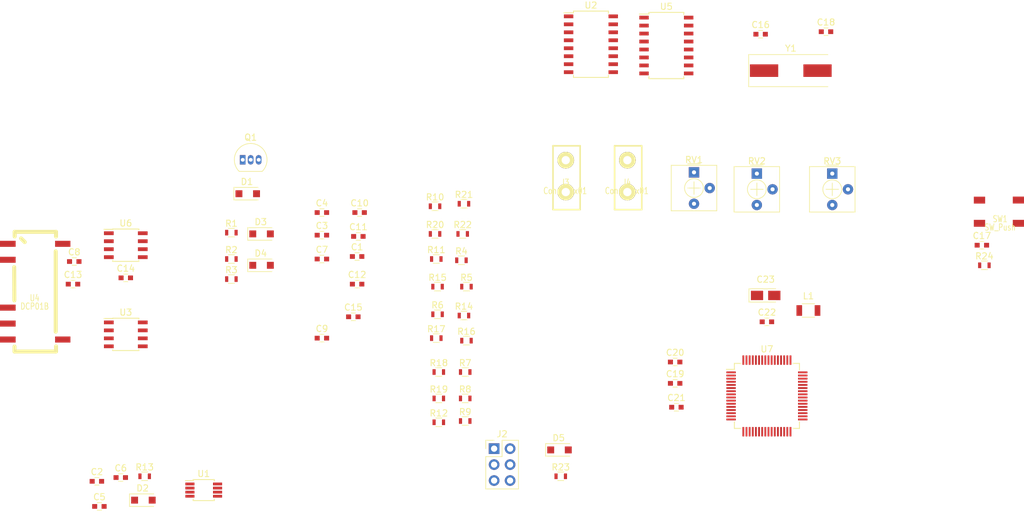
<source format=kicad_pcb>
(kicad_pcb (version 4) (host pcbnew 4.0.7-e2-6376~61~ubuntu18.04.1)

  (general
    (links 144)
    (no_connects 144)
    (area 66.7866 62.825 230.119957 146.175)
    (thickness 1.6)
    (drawings 0)
    (tracks 0)
    (zones 0)
    (modules 69)
    (nets 105)
  )

  (page A4)
  (layers
    (0 F.Cu signal)
    (31 B.Cu signal)
    (32 B.Adhes user)
    (33 F.Adhes user)
    (34 B.Paste user)
    (35 F.Paste user)
    (36 B.SilkS user)
    (37 F.SilkS user)
    (38 B.Mask user)
    (39 F.Mask user)
    (40 Dwgs.User user)
    (41 Cmts.User user)
    (42 Eco1.User user)
    (43 Eco2.User user)
    (44 Edge.Cuts user)
    (45 Margin user)
    (46 B.CrtYd user)
    (47 F.CrtYd user)
    (48 B.Fab user)
    (49 F.Fab user)
  )

  (setup
    (last_trace_width 0.25)
    (trace_clearance 0.2)
    (zone_clearance 0.508)
    (zone_45_only no)
    (trace_min 0.2)
    (segment_width 0.2)
    (edge_width 0.15)
    (via_size 0.6)
    (via_drill 0.4)
    (via_min_size 0.4)
    (via_min_drill 0.3)
    (uvia_size 0.3)
    (uvia_drill 0.1)
    (uvias_allowed no)
    (uvia_min_size 0.2)
    (uvia_min_drill 0.1)
    (pcb_text_width 0.3)
    (pcb_text_size 1.5 1.5)
    (mod_edge_width 0.15)
    (mod_text_size 1 1)
    (mod_text_width 0.15)
    (pad_size 1.524 1.524)
    (pad_drill 0.762)
    (pad_to_mask_clearance 0.0381)
    (aux_axis_origin 0 0)
    (visible_elements FFFFFF7F)
    (pcbplotparams
      (layerselection 0x00030_80000001)
      (usegerberextensions false)
      (excludeedgelayer true)
      (linewidth 0.100000)
      (plotframeref false)
      (viasonmask false)
      (mode 1)
      (useauxorigin false)
      (hpglpennumber 1)
      (hpglpenspeed 20)
      (hpglpendiameter 15)
      (hpglpenoverlay 2)
      (psnegative false)
      (psa4output false)
      (plotreference true)
      (plotvalue true)
      (plotinvisibletext false)
      (padsonsilk false)
      (subtractmaskfromsilk false)
      (outputformat 1)
      (mirror false)
      (drillshape 1)
      (scaleselection 1)
      (outputdirectory ""))
  )

  (net 0 "")
  (net 1 CAP-PLATE-2)
  (net 2 VCC)
  (net 3 GND)
  (net 4 "Net-(C3-Pad2)")
  (net 5 CAP-PLATE-1)
  (net 6 "Net-(C4-Pad2)")
  (net 7 "Net-(C5-Pad2)")
  (net 8 VDD)
  (net 9 "Net-(C7-Pad1)")
  (net 10 "Net-(C9-Pad1)")
  (net 11 "Net-(C10-Pad1)")
  (net 12 "Net-(C11-Pad1)")
  (net 13 "Net-(C12-Pad2)")
  (net 14 "Net-(C12-Pad1)")
  (net 15 V-HI)
  (net 16 "Net-(C15-Pad1)")
  (net 17 XTAL1)
  (net 18 RESET)
  (net 19 XTAL2)
  (net 20 "Net-(D1-Pad1)")
  (net 21 "Net-(D2-Pad1)")
  (net 22 "Net-(D3-Pad2)")
  (net 23 "Net-(D4-Pad2)")
  (net 24 "Net-(D5-Pad1)")
  (net 25 SCK)
  (net 26 PDO)
  (net 27 PDI)
  (net 28 "Net-(J2-Pad6)")
  (net 29 +12V)
  (net 30 "Net-(Q1-Pad2)")
  (net 31 "Net-(Q1-Pad1)")
  (net 32 "Net-(R5-Pad1)")
  (net 33 "Net-(R12-Pad2)")
  (net 34 "Net-(R11-Pad2)")
  (net 35 "Net-(R10-Pad1)")
  (net 36 "Net-(R16-Pad1)")
  (net 37 "Net-(R17-Pad2)")
  (net 38 V-LO)
  (net 39 "Net-(R22-Pad2)")
  (net 40 RXCAN)
  (net 41 TXCAN)
  (net 42 "Net-(U3-Pad6)")
  (net 43 "Net-(U3-Pad7)")
  (net 44 "Net-(U6-Pad5)")
  (net 45 CAN-LO)
  (net 46 CAN-HI)
  (net 47 "Net-(U7-Pad4)")
  (net 48 "Net-(U7-Pad5)")
  (net 49 "Net-(U7-Pad6)")
  (net 50 "Net-(U7-Pad7)")
  (net 51 "Net-(U7-Pad8)")
  (net 52 "Net-(U7-Pad9)")
  (net 53 "Net-(U7-Pad10)")
  (net 54 "Net-(U7-Pad12)")
  (net 55 "Net-(U7-Pad13)")
  (net 56 "Net-(U7-Pad14)")
  (net 57 "Net-(U7-Pad15)")
  (net 58 "Net-(U7-Pad16)")
  (net 59 "Net-(U7-Pad17)")
  (net 60 "Net-(U7-Pad18)")
  (net 61 "Net-(U7-Pad19)")
  (net 62 "Net-(U7-Pad25)")
  (net 63 "Net-(U7-Pad26)")
  (net 64 RX)
  (net 65 TX)
  (net 66 "Net-(U7-Pad29)")
  (net 67 "Net-(U7-Pad32)")
  (net 68 "Net-(U7-Pad33)")
  (net 69 "Net-(U7-Pad34)")
  (net 70 "Net-(U7-Pad35)")
  (net 71 "Net-(U7-Pad36)")
  (net 72 "Net-(U7-Pad37)")
  (net 73 "Net-(U7-Pad38)")
  (net 74 "Net-(U7-Pad39)")
  (net 75 "Net-(U7-Pad40)")
  (net 76 "Net-(U7-Pad41)")
  (net 77 "Net-(U7-Pad42)")
  (net 78 "Net-(U7-Pad43)")
  (net 79 "Net-(U7-Pad44)")
  (net 80 "Net-(U7-Pad45)")
  (net 81 "Net-(U7-Pad46)")
  (net 82 "Net-(U7-Pad47)")
  (net 83 "Net-(U7-Pad48)")
  (net 84 "Net-(U7-Pad49)")
  (net 85 "Net-(U7-Pad54)")
  (net 86 "Net-(U7-Pad55)")
  (net 87 "Net-(U7-Pad56)")
  (net 88 "Net-(U7-Pad57)")
  (net 89 "Net-(U7-Pad58)")
  (net 90 "Net-(U7-Pad59)")
  (net 91 "Net-(U7-Pad60)")
  (net 92 "Net-(U7-Pad61)")
  (net 93 "Net-(RV2-Pad3)")
  (net 94 "Net-(RV3-Pad3)")
  (net 95 "Net-(U1-Pad6)")
  (net 96 "Net-(U1-Pad7)")
  (net 97 "Net-(C21-Pad1)")
  (net 98 "Net-(C22-Pad1)")
  (net 99 "Net-(RV1-Pad3)")
  (net 100 "Net-(R11-Pad1)")
  (net 101 GNDS)
  (net 102 VCOM)
  (net 103 "Net-(U4-Pad7)")
  (net 104 "Net-(U4-Pad8)")

  (net_class Default "This is the default net class."
    (clearance 0.2)
    (trace_width 0.25)
    (via_dia 0.6)
    (via_drill 0.4)
    (uvia_dia 0.3)
    (uvia_drill 0.1)
    (add_net +12V)
    (add_net CAN-HI)
    (add_net CAN-LO)
    (add_net CAP-PLATE-1)
    (add_net CAP-PLATE-2)
    (add_net GND)
    (add_net GNDS)
    (add_net "Net-(C10-Pad1)")
    (add_net "Net-(C11-Pad1)")
    (add_net "Net-(C12-Pad1)")
    (add_net "Net-(C12-Pad2)")
    (add_net "Net-(C15-Pad1)")
    (add_net "Net-(C21-Pad1)")
    (add_net "Net-(C22-Pad1)")
    (add_net "Net-(C3-Pad2)")
    (add_net "Net-(C4-Pad2)")
    (add_net "Net-(C5-Pad2)")
    (add_net "Net-(C7-Pad1)")
    (add_net "Net-(C9-Pad1)")
    (add_net "Net-(D1-Pad1)")
    (add_net "Net-(D2-Pad1)")
    (add_net "Net-(D3-Pad2)")
    (add_net "Net-(D4-Pad2)")
    (add_net "Net-(D5-Pad1)")
    (add_net "Net-(J2-Pad6)")
    (add_net "Net-(Q1-Pad1)")
    (add_net "Net-(Q1-Pad2)")
    (add_net "Net-(R10-Pad1)")
    (add_net "Net-(R11-Pad1)")
    (add_net "Net-(R11-Pad2)")
    (add_net "Net-(R12-Pad2)")
    (add_net "Net-(R16-Pad1)")
    (add_net "Net-(R17-Pad2)")
    (add_net "Net-(R22-Pad2)")
    (add_net "Net-(R5-Pad1)")
    (add_net "Net-(RV1-Pad3)")
    (add_net "Net-(RV2-Pad3)")
    (add_net "Net-(RV3-Pad3)")
    (add_net "Net-(U1-Pad6)")
    (add_net "Net-(U1-Pad7)")
    (add_net "Net-(U3-Pad6)")
    (add_net "Net-(U3-Pad7)")
    (add_net "Net-(U4-Pad7)")
    (add_net "Net-(U4-Pad8)")
    (add_net "Net-(U6-Pad5)")
    (add_net "Net-(U7-Pad10)")
    (add_net "Net-(U7-Pad12)")
    (add_net "Net-(U7-Pad13)")
    (add_net "Net-(U7-Pad14)")
    (add_net "Net-(U7-Pad15)")
    (add_net "Net-(U7-Pad16)")
    (add_net "Net-(U7-Pad17)")
    (add_net "Net-(U7-Pad18)")
    (add_net "Net-(U7-Pad19)")
    (add_net "Net-(U7-Pad25)")
    (add_net "Net-(U7-Pad26)")
    (add_net "Net-(U7-Pad29)")
    (add_net "Net-(U7-Pad32)")
    (add_net "Net-(U7-Pad33)")
    (add_net "Net-(U7-Pad34)")
    (add_net "Net-(U7-Pad35)")
    (add_net "Net-(U7-Pad36)")
    (add_net "Net-(U7-Pad37)")
    (add_net "Net-(U7-Pad38)")
    (add_net "Net-(U7-Pad39)")
    (add_net "Net-(U7-Pad4)")
    (add_net "Net-(U7-Pad40)")
    (add_net "Net-(U7-Pad41)")
    (add_net "Net-(U7-Pad42)")
    (add_net "Net-(U7-Pad43)")
    (add_net "Net-(U7-Pad44)")
    (add_net "Net-(U7-Pad45)")
    (add_net "Net-(U7-Pad46)")
    (add_net "Net-(U7-Pad47)")
    (add_net "Net-(U7-Pad48)")
    (add_net "Net-(U7-Pad49)")
    (add_net "Net-(U7-Pad5)")
    (add_net "Net-(U7-Pad54)")
    (add_net "Net-(U7-Pad55)")
    (add_net "Net-(U7-Pad56)")
    (add_net "Net-(U7-Pad57)")
    (add_net "Net-(U7-Pad58)")
    (add_net "Net-(U7-Pad59)")
    (add_net "Net-(U7-Pad6)")
    (add_net "Net-(U7-Pad60)")
    (add_net "Net-(U7-Pad61)")
    (add_net "Net-(U7-Pad7)")
    (add_net "Net-(U7-Pad8)")
    (add_net "Net-(U7-Pad9)")
    (add_net PDI)
    (add_net PDO)
    (add_net RESET)
    (add_net RX)
    (add_net RXCAN)
    (add_net SCK)
    (add_net TX)
    (add_net TXCAN)
    (add_net V-HI)
    (add_net V-LO)
    (add_net VCC)
    (add_net VCOM)
    (add_net VDD)
    (add_net XTAL1)
    (add_net XTAL2)
  )

  (module Capacitors_SMD:C_0603 (layer F.Cu) (tedit 59958EE7) (tstamp 5B7516B6)
    (at 123.8 103.8)
    (descr "Capacitor SMD 0603, reflow soldering, AVX (see smccp.pdf)")
    (tags "capacitor 0603")
    (path /5B6AF37E)
    (attr smd)
    (fp_text reference C1 (at 0 -1.5) (layer F.SilkS)
      (effects (font (size 1 1) (thickness 0.15)))
    )
    (fp_text value 100uF (at 0 1.5) (layer F.Fab)
      (effects (font (size 1 1) (thickness 0.15)))
    )
    (fp_line (start 1.4 0.65) (end -1.4 0.65) (layer F.CrtYd) (width 0.05))
    (fp_line (start 1.4 0.65) (end 1.4 -0.65) (layer F.CrtYd) (width 0.05))
    (fp_line (start -1.4 -0.65) (end -1.4 0.65) (layer F.CrtYd) (width 0.05))
    (fp_line (start -1.4 -0.65) (end 1.4 -0.65) (layer F.CrtYd) (width 0.05))
    (fp_line (start 0.35 0.6) (end -0.35 0.6) (layer F.SilkS) (width 0.12))
    (fp_line (start -0.35 -0.6) (end 0.35 -0.6) (layer F.SilkS) (width 0.12))
    (fp_line (start -0.8 -0.4) (end 0.8 -0.4) (layer F.Fab) (width 0.1))
    (fp_line (start 0.8 -0.4) (end 0.8 0.4) (layer F.Fab) (width 0.1))
    (fp_line (start 0.8 0.4) (end -0.8 0.4) (layer F.Fab) (width 0.1))
    (fp_line (start -0.8 0.4) (end -0.8 -0.4) (layer F.Fab) (width 0.1))
    (fp_text user %R (at 0 0) (layer F.Fab)
      (effects (font (size 0.3 0.3) (thickness 0.075)))
    )
    (pad 2 smd rect (at 0.75 0) (size 0.8 0.75) (layers F.Cu F.Paste F.Mask)
      (net 1 CAP-PLATE-2))
    (pad 1 smd rect (at -0.75 0) (size 0.8 0.75) (layers F.Cu F.Paste F.Mask)
      (net 2 VCC))
    (model Capacitors_SMD.3dshapes/C_0603.wrl
      (at (xyz 0 0 0))
      (scale (xyz 1 1 1))
      (rotate (xyz 0 0 0))
    )
  )

  (module Capacitors_SMD:C_0603 (layer F.Cu) (tedit 59958EE7) (tstamp 5B7516BC)
    (at 82.4 139.6)
    (descr "Capacitor SMD 0603, reflow soldering, AVX (see smccp.pdf)")
    (tags "capacitor 0603")
    (path /5B717566)
    (attr smd)
    (fp_text reference C2 (at 0 -1.5) (layer F.SilkS)
      (effects (font (size 1 1) (thickness 0.15)))
    )
    (fp_text value 1uF (at 0 1.5) (layer F.Fab)
      (effects (font (size 1 1) (thickness 0.15)))
    )
    (fp_line (start 1.4 0.65) (end -1.4 0.65) (layer F.CrtYd) (width 0.05))
    (fp_line (start 1.4 0.65) (end 1.4 -0.65) (layer F.CrtYd) (width 0.05))
    (fp_line (start -1.4 -0.65) (end -1.4 0.65) (layer F.CrtYd) (width 0.05))
    (fp_line (start -1.4 -0.65) (end 1.4 -0.65) (layer F.CrtYd) (width 0.05))
    (fp_line (start 0.35 0.6) (end -0.35 0.6) (layer F.SilkS) (width 0.12))
    (fp_line (start -0.35 -0.6) (end 0.35 -0.6) (layer F.SilkS) (width 0.12))
    (fp_line (start -0.8 -0.4) (end 0.8 -0.4) (layer F.Fab) (width 0.1))
    (fp_line (start 0.8 -0.4) (end 0.8 0.4) (layer F.Fab) (width 0.1))
    (fp_line (start 0.8 0.4) (end -0.8 0.4) (layer F.Fab) (width 0.1))
    (fp_line (start -0.8 0.4) (end -0.8 -0.4) (layer F.Fab) (width 0.1))
    (fp_text user %R (at 0 0) (layer F.Fab)
      (effects (font (size 0.3 0.3) (thickness 0.075)))
    )
    (pad 2 smd rect (at 0.75 0) (size 0.8 0.75) (layers F.Cu F.Paste F.Mask)
      (net 3 GND))
    (pad 1 smd rect (at -0.75 0) (size 0.8 0.75) (layers F.Cu F.Paste F.Mask)
      (net 29 +12V))
    (model Capacitors_SMD.3dshapes/C_0603.wrl
      (at (xyz 0 0 0))
      (scale (xyz 1 1 1))
      (rotate (xyz 0 0 0))
    )
  )

  (module Capacitors_SMD:C_0603 (layer F.Cu) (tedit 59958EE7) (tstamp 5B7516C2)
    (at 118.2 100.4)
    (descr "Capacitor SMD 0603, reflow soldering, AVX (see smccp.pdf)")
    (tags "capacitor 0603")
    (path /5B6B1E2E)
    (attr smd)
    (fp_text reference C3 (at 0 -1.5) (layer F.SilkS)
      (effects (font (size 1 1) (thickness 0.15)))
    )
    (fp_text value 100nF (at 0 1.5) (layer F.Fab)
      (effects (font (size 1 1) (thickness 0.15)))
    )
    (fp_line (start 1.4 0.65) (end -1.4 0.65) (layer F.CrtYd) (width 0.05))
    (fp_line (start 1.4 0.65) (end 1.4 -0.65) (layer F.CrtYd) (width 0.05))
    (fp_line (start -1.4 -0.65) (end -1.4 0.65) (layer F.CrtYd) (width 0.05))
    (fp_line (start -1.4 -0.65) (end 1.4 -0.65) (layer F.CrtYd) (width 0.05))
    (fp_line (start 0.35 0.6) (end -0.35 0.6) (layer F.SilkS) (width 0.12))
    (fp_line (start -0.35 -0.6) (end 0.35 -0.6) (layer F.SilkS) (width 0.12))
    (fp_line (start -0.8 -0.4) (end 0.8 -0.4) (layer F.Fab) (width 0.1))
    (fp_line (start 0.8 -0.4) (end 0.8 0.4) (layer F.Fab) (width 0.1))
    (fp_line (start 0.8 0.4) (end -0.8 0.4) (layer F.Fab) (width 0.1))
    (fp_line (start -0.8 0.4) (end -0.8 -0.4) (layer F.Fab) (width 0.1))
    (fp_text user %R (at 0 0) (layer F.Fab)
      (effects (font (size 0.3 0.3) (thickness 0.075)))
    )
    (pad 2 smd rect (at 0.75 0) (size 0.8 0.75) (layers F.Cu F.Paste F.Mask)
      (net 4 "Net-(C3-Pad2)"))
    (pad 1 smd rect (at -0.75 0) (size 0.8 0.75) (layers F.Cu F.Paste F.Mask)
      (net 5 CAP-PLATE-1))
    (model Capacitors_SMD.3dshapes/C_0603.wrl
      (at (xyz 0 0 0))
      (scale (xyz 1 1 1))
      (rotate (xyz 0 0 0))
    )
  )

  (module Capacitors_SMD:C_0603 (layer F.Cu) (tedit 59958EE7) (tstamp 5B7516C8)
    (at 118.2 96.8)
    (descr "Capacitor SMD 0603, reflow soldering, AVX (see smccp.pdf)")
    (tags "capacitor 0603")
    (path /5B6B31C6)
    (attr smd)
    (fp_text reference C4 (at 0 -1.5) (layer F.SilkS)
      (effects (font (size 1 1) (thickness 0.15)))
    )
    (fp_text value 360pF (at 0 1.5) (layer F.Fab)
      (effects (font (size 1 1) (thickness 0.15)))
    )
    (fp_line (start 1.4 0.65) (end -1.4 0.65) (layer F.CrtYd) (width 0.05))
    (fp_line (start 1.4 0.65) (end 1.4 -0.65) (layer F.CrtYd) (width 0.05))
    (fp_line (start -1.4 -0.65) (end -1.4 0.65) (layer F.CrtYd) (width 0.05))
    (fp_line (start -1.4 -0.65) (end 1.4 -0.65) (layer F.CrtYd) (width 0.05))
    (fp_line (start 0.35 0.6) (end -0.35 0.6) (layer F.SilkS) (width 0.12))
    (fp_line (start -0.35 -0.6) (end 0.35 -0.6) (layer F.SilkS) (width 0.12))
    (fp_line (start -0.8 -0.4) (end 0.8 -0.4) (layer F.Fab) (width 0.1))
    (fp_line (start 0.8 -0.4) (end 0.8 0.4) (layer F.Fab) (width 0.1))
    (fp_line (start 0.8 0.4) (end -0.8 0.4) (layer F.Fab) (width 0.1))
    (fp_line (start -0.8 0.4) (end -0.8 -0.4) (layer F.Fab) (width 0.1))
    (fp_text user %R (at 0 0) (layer F.Fab)
      (effects (font (size 0.3 0.3) (thickness 0.075)))
    )
    (pad 2 smd rect (at 0.75 0) (size 0.8 0.75) (layers F.Cu F.Paste F.Mask)
      (net 6 "Net-(C4-Pad2)"))
    (pad 1 smd rect (at -0.75 0) (size 0.8 0.75) (layers F.Cu F.Paste F.Mask)
      (net 1 CAP-PLATE-2))
    (model Capacitors_SMD.3dshapes/C_0603.wrl
      (at (xyz 0 0 0))
      (scale (xyz 1 1 1))
      (rotate (xyz 0 0 0))
    )
  )

  (module Capacitors_SMD:C_0603 (layer F.Cu) (tedit 59958EE7) (tstamp 5B7516CE)
    (at 82.8 143.6)
    (descr "Capacitor SMD 0603, reflow soldering, AVX (see smccp.pdf)")
    (tags "capacitor 0603")
    (path /5B7151B9)
    (attr smd)
    (fp_text reference C5 (at 0 -1.5) (layer F.SilkS)
      (effects (font (size 1 1) (thickness 0.15)))
    )
    (fp_text value 10nF (at 0 1.5) (layer F.Fab)
      (effects (font (size 1 1) (thickness 0.15)))
    )
    (fp_line (start 1.4 0.65) (end -1.4 0.65) (layer F.CrtYd) (width 0.05))
    (fp_line (start 1.4 0.65) (end 1.4 -0.65) (layer F.CrtYd) (width 0.05))
    (fp_line (start -1.4 -0.65) (end -1.4 0.65) (layer F.CrtYd) (width 0.05))
    (fp_line (start -1.4 -0.65) (end 1.4 -0.65) (layer F.CrtYd) (width 0.05))
    (fp_line (start 0.35 0.6) (end -0.35 0.6) (layer F.SilkS) (width 0.12))
    (fp_line (start -0.35 -0.6) (end 0.35 -0.6) (layer F.SilkS) (width 0.12))
    (fp_line (start -0.8 -0.4) (end 0.8 -0.4) (layer F.Fab) (width 0.1))
    (fp_line (start 0.8 -0.4) (end 0.8 0.4) (layer F.Fab) (width 0.1))
    (fp_line (start 0.8 0.4) (end -0.8 0.4) (layer F.Fab) (width 0.1))
    (fp_line (start -0.8 0.4) (end -0.8 -0.4) (layer F.Fab) (width 0.1))
    (fp_text user %R (at 0 0) (layer F.Fab)
      (effects (font (size 0.3 0.3) (thickness 0.075)))
    )
    (pad 2 smd rect (at 0.75 0) (size 0.8 0.75) (layers F.Cu F.Paste F.Mask)
      (net 7 "Net-(C5-Pad2)"))
    (pad 1 smd rect (at -0.75 0) (size 0.8 0.75) (layers F.Cu F.Paste F.Mask)
      (net 8 VDD))
    (model Capacitors_SMD.3dshapes/C_0603.wrl
      (at (xyz 0 0 0))
      (scale (xyz 1 1 1))
      (rotate (xyz 0 0 0))
    )
  )

  (module Capacitors_SMD:C_0603 (layer F.Cu) (tedit 59958EE7) (tstamp 5B7516D4)
    (at 86.2 139)
    (descr "Capacitor SMD 0603, reflow soldering, AVX (see smccp.pdf)")
    (tags "capacitor 0603")
    (path /5B7164E1)
    (attr smd)
    (fp_text reference C6 (at 0 -1.5) (layer F.SilkS)
      (effects (font (size 1 1) (thickness 0.15)))
    )
    (fp_text value 10uF (at 0 1.5) (layer F.Fab)
      (effects (font (size 1 1) (thickness 0.15)))
    )
    (fp_line (start 1.4 0.65) (end -1.4 0.65) (layer F.CrtYd) (width 0.05))
    (fp_line (start 1.4 0.65) (end 1.4 -0.65) (layer F.CrtYd) (width 0.05))
    (fp_line (start -1.4 -0.65) (end -1.4 0.65) (layer F.CrtYd) (width 0.05))
    (fp_line (start -1.4 -0.65) (end 1.4 -0.65) (layer F.CrtYd) (width 0.05))
    (fp_line (start 0.35 0.6) (end -0.35 0.6) (layer F.SilkS) (width 0.12))
    (fp_line (start -0.35 -0.6) (end 0.35 -0.6) (layer F.SilkS) (width 0.12))
    (fp_line (start -0.8 -0.4) (end 0.8 -0.4) (layer F.Fab) (width 0.1))
    (fp_line (start 0.8 -0.4) (end 0.8 0.4) (layer F.Fab) (width 0.1))
    (fp_line (start 0.8 0.4) (end -0.8 0.4) (layer F.Fab) (width 0.1))
    (fp_line (start -0.8 0.4) (end -0.8 -0.4) (layer F.Fab) (width 0.1))
    (fp_text user %R (at 0 0) (layer F.Fab)
      (effects (font (size 0.3 0.3) (thickness 0.075)))
    )
    (pad 2 smd rect (at 0.75 0) (size 0.8 0.75) (layers F.Cu F.Paste F.Mask)
      (net 3 GND))
    (pad 1 smd rect (at -0.75 0) (size 0.8 0.75) (layers F.Cu F.Paste F.Mask)
      (net 8 VDD))
    (model Capacitors_SMD.3dshapes/C_0603.wrl
      (at (xyz 0 0 0))
      (scale (xyz 1 1 1))
      (rotate (xyz 0 0 0))
    )
  )

  (module Capacitors_SMD:C_0603 (layer F.Cu) (tedit 59958EE7) (tstamp 5B7516DA)
    (at 118.2 104.2)
    (descr "Capacitor SMD 0603, reflow soldering, AVX (see smccp.pdf)")
    (tags "capacitor 0603")
    (path /5B6B1C93)
    (attr smd)
    (fp_text reference C7 (at 0 -1.5) (layer F.SilkS)
      (effects (font (size 1 1) (thickness 0.15)))
    )
    (fp_text value 220pF (at 0 1.5) (layer F.Fab)
      (effects (font (size 1 1) (thickness 0.15)))
    )
    (fp_line (start 1.4 0.65) (end -1.4 0.65) (layer F.CrtYd) (width 0.05))
    (fp_line (start 1.4 0.65) (end 1.4 -0.65) (layer F.CrtYd) (width 0.05))
    (fp_line (start -1.4 -0.65) (end -1.4 0.65) (layer F.CrtYd) (width 0.05))
    (fp_line (start -1.4 -0.65) (end 1.4 -0.65) (layer F.CrtYd) (width 0.05))
    (fp_line (start 0.35 0.6) (end -0.35 0.6) (layer F.SilkS) (width 0.12))
    (fp_line (start -0.35 -0.6) (end 0.35 -0.6) (layer F.SilkS) (width 0.12))
    (fp_line (start -0.8 -0.4) (end 0.8 -0.4) (layer F.Fab) (width 0.1))
    (fp_line (start 0.8 -0.4) (end 0.8 0.4) (layer F.Fab) (width 0.1))
    (fp_line (start 0.8 0.4) (end -0.8 0.4) (layer F.Fab) (width 0.1))
    (fp_line (start -0.8 0.4) (end -0.8 -0.4) (layer F.Fab) (width 0.1))
    (fp_text user %R (at 0 0) (layer F.Fab)
      (effects (font (size 0.3 0.3) (thickness 0.075)))
    )
    (pad 2 smd rect (at 0.75 0) (size 0.8 0.75) (layers F.Cu F.Paste F.Mask)
      (net 1 CAP-PLATE-2))
    (pad 1 smd rect (at -0.75 0) (size 0.8 0.75) (layers F.Cu F.Paste F.Mask)
      (net 9 "Net-(C7-Pad1)"))
    (model Capacitors_SMD.3dshapes/C_0603.wrl
      (at (xyz 0 0 0))
      (scale (xyz 1 1 1))
      (rotate (xyz 0 0 0))
    )
  )

  (module Capacitors_SMD:C_0603 (layer F.Cu) (tedit 59958EE7) (tstamp 5B7516E0)
    (at 78.8 104.6)
    (descr "Capacitor SMD 0603, reflow soldering, AVX (see smccp.pdf)")
    (tags "capacitor 0603")
    (path /5B70C532)
    (attr smd)
    (fp_text reference C8 (at 0 -1.5) (layer F.SilkS)
      (effects (font (size 1 1) (thickness 0.15)))
    )
    (fp_text value 2.2uF (at 0 1.5) (layer F.Fab)
      (effects (font (size 1 1) (thickness 0.15)))
    )
    (fp_line (start 1.4 0.65) (end -1.4 0.65) (layer F.CrtYd) (width 0.05))
    (fp_line (start 1.4 0.65) (end 1.4 -0.65) (layer F.CrtYd) (width 0.05))
    (fp_line (start -1.4 -0.65) (end -1.4 0.65) (layer F.CrtYd) (width 0.05))
    (fp_line (start -1.4 -0.65) (end 1.4 -0.65) (layer F.CrtYd) (width 0.05))
    (fp_line (start 0.35 0.6) (end -0.35 0.6) (layer F.SilkS) (width 0.12))
    (fp_line (start -0.35 -0.6) (end 0.35 -0.6) (layer F.SilkS) (width 0.12))
    (fp_line (start -0.8 -0.4) (end 0.8 -0.4) (layer F.Fab) (width 0.1))
    (fp_line (start 0.8 -0.4) (end 0.8 0.4) (layer F.Fab) (width 0.1))
    (fp_line (start 0.8 0.4) (end -0.8 0.4) (layer F.Fab) (width 0.1))
    (fp_line (start -0.8 0.4) (end -0.8 -0.4) (layer F.Fab) (width 0.1))
    (fp_text user %R (at 0 0) (layer F.Fab)
      (effects (font (size 0.3 0.3) (thickness 0.075)))
    )
    (pad 2 smd rect (at 0.75 0) (size 0.8 0.75) (layers F.Cu F.Paste F.Mask)
      (net 3 GND))
    (pad 1 smd rect (at -0.75 0) (size 0.8 0.75) (layers F.Cu F.Paste F.Mask)
      (net 8 VDD))
    (model Capacitors_SMD.3dshapes/C_0603.wrl
      (at (xyz 0 0 0))
      (scale (xyz 1 1 1))
      (rotate (xyz 0 0 0))
    )
  )

  (module Capacitors_SMD:C_0603 (layer F.Cu) (tedit 59958EE7) (tstamp 5B7516E6)
    (at 118.2 116.8)
    (descr "Capacitor SMD 0603, reflow soldering, AVX (see smccp.pdf)")
    (tags "capacitor 0603")
    (path /5B6AF317)
    (attr smd)
    (fp_text reference C9 (at 0 -1.5) (layer F.SilkS)
      (effects (font (size 1 1) (thickness 0.15)))
    )
    (fp_text value 220pF (at 0 1.5) (layer F.Fab)
      (effects (font (size 1 1) (thickness 0.15)))
    )
    (fp_line (start 1.4 0.65) (end -1.4 0.65) (layer F.CrtYd) (width 0.05))
    (fp_line (start 1.4 0.65) (end 1.4 -0.65) (layer F.CrtYd) (width 0.05))
    (fp_line (start -1.4 -0.65) (end -1.4 0.65) (layer F.CrtYd) (width 0.05))
    (fp_line (start -1.4 -0.65) (end 1.4 -0.65) (layer F.CrtYd) (width 0.05))
    (fp_line (start 0.35 0.6) (end -0.35 0.6) (layer F.SilkS) (width 0.12))
    (fp_line (start -0.35 -0.6) (end 0.35 -0.6) (layer F.SilkS) (width 0.12))
    (fp_line (start -0.8 -0.4) (end 0.8 -0.4) (layer F.Fab) (width 0.1))
    (fp_line (start 0.8 -0.4) (end 0.8 0.4) (layer F.Fab) (width 0.1))
    (fp_line (start 0.8 0.4) (end -0.8 0.4) (layer F.Fab) (width 0.1))
    (fp_line (start -0.8 0.4) (end -0.8 -0.4) (layer F.Fab) (width 0.1))
    (fp_text user %R (at 0 0) (layer F.Fab)
      (effects (font (size 0.3 0.3) (thickness 0.075)))
    )
    (pad 2 smd rect (at 0.75 0) (size 0.8 0.75) (layers F.Cu F.Paste F.Mask)
      (net 1 CAP-PLATE-2))
    (pad 1 smd rect (at -0.75 0) (size 0.8 0.75) (layers F.Cu F.Paste F.Mask)
      (net 10 "Net-(C9-Pad1)"))
    (model Capacitors_SMD.3dshapes/C_0603.wrl
      (at (xyz 0 0 0))
      (scale (xyz 1 1 1))
      (rotate (xyz 0 0 0))
    )
  )

  (module Capacitors_SMD:C_0603 (layer F.Cu) (tedit 59958EE7) (tstamp 5B7516EC)
    (at 124.2 96.8)
    (descr "Capacitor SMD 0603, reflow soldering, AVX (see smccp.pdf)")
    (tags "capacitor 0603")
    (path /5B6BC24B)
    (attr smd)
    (fp_text reference C10 (at 0 -1.5) (layer F.SilkS)
      (effects (font (size 1 1) (thickness 0.15)))
    )
    (fp_text value 100nF (at 0 1.5) (layer F.Fab)
      (effects (font (size 1 1) (thickness 0.15)))
    )
    (fp_line (start 1.4 0.65) (end -1.4 0.65) (layer F.CrtYd) (width 0.05))
    (fp_line (start 1.4 0.65) (end 1.4 -0.65) (layer F.CrtYd) (width 0.05))
    (fp_line (start -1.4 -0.65) (end -1.4 0.65) (layer F.CrtYd) (width 0.05))
    (fp_line (start -1.4 -0.65) (end 1.4 -0.65) (layer F.CrtYd) (width 0.05))
    (fp_line (start 0.35 0.6) (end -0.35 0.6) (layer F.SilkS) (width 0.12))
    (fp_line (start -0.35 -0.6) (end 0.35 -0.6) (layer F.SilkS) (width 0.12))
    (fp_line (start -0.8 -0.4) (end 0.8 -0.4) (layer F.Fab) (width 0.1))
    (fp_line (start 0.8 -0.4) (end 0.8 0.4) (layer F.Fab) (width 0.1))
    (fp_line (start 0.8 0.4) (end -0.8 0.4) (layer F.Fab) (width 0.1))
    (fp_line (start -0.8 0.4) (end -0.8 -0.4) (layer F.Fab) (width 0.1))
    (fp_text user %R (at 0 0) (layer F.Fab)
      (effects (font (size 0.3 0.3) (thickness 0.075)))
    )
    (pad 2 smd rect (at 0.75 0) (size 0.8 0.75) (layers F.Cu F.Paste F.Mask)
      (net 1 CAP-PLATE-2))
    (pad 1 smd rect (at -0.75 0) (size 0.8 0.75) (layers F.Cu F.Paste F.Mask)
      (net 11 "Net-(C10-Pad1)"))
    (model Capacitors_SMD.3dshapes/C_0603.wrl
      (at (xyz 0 0 0))
      (scale (xyz 1 1 1))
      (rotate (xyz 0 0 0))
    )
  )

  (module Capacitors_SMD:C_0603 (layer F.Cu) (tedit 59958EE7) (tstamp 5B7516F2)
    (at 124 100.6)
    (descr "Capacitor SMD 0603, reflow soldering, AVX (see smccp.pdf)")
    (tags "capacitor 0603")
    (path /5B6BC165)
    (attr smd)
    (fp_text reference C11 (at 0 -1.5) (layer F.SilkS)
      (effects (font (size 1 1) (thickness 0.15)))
    )
    (fp_text value 100nF (at 0 1.5) (layer F.Fab)
      (effects (font (size 1 1) (thickness 0.15)))
    )
    (fp_line (start 1.4 0.65) (end -1.4 0.65) (layer F.CrtYd) (width 0.05))
    (fp_line (start 1.4 0.65) (end 1.4 -0.65) (layer F.CrtYd) (width 0.05))
    (fp_line (start -1.4 -0.65) (end -1.4 0.65) (layer F.CrtYd) (width 0.05))
    (fp_line (start -1.4 -0.65) (end 1.4 -0.65) (layer F.CrtYd) (width 0.05))
    (fp_line (start 0.35 0.6) (end -0.35 0.6) (layer F.SilkS) (width 0.12))
    (fp_line (start -0.35 -0.6) (end 0.35 -0.6) (layer F.SilkS) (width 0.12))
    (fp_line (start -0.8 -0.4) (end 0.8 -0.4) (layer F.Fab) (width 0.1))
    (fp_line (start 0.8 -0.4) (end 0.8 0.4) (layer F.Fab) (width 0.1))
    (fp_line (start 0.8 0.4) (end -0.8 0.4) (layer F.Fab) (width 0.1))
    (fp_line (start -0.8 0.4) (end -0.8 -0.4) (layer F.Fab) (width 0.1))
    (fp_text user %R (at 0 0) (layer F.Fab)
      (effects (font (size 0.3 0.3) (thickness 0.075)))
    )
    (pad 2 smd rect (at 0.75 0) (size 0.8 0.75) (layers F.Cu F.Paste F.Mask)
      (net 1 CAP-PLATE-2))
    (pad 1 smd rect (at -0.75 0) (size 0.8 0.75) (layers F.Cu F.Paste F.Mask)
      (net 12 "Net-(C11-Pad1)"))
    (model Capacitors_SMD.3dshapes/C_0603.wrl
      (at (xyz 0 0 0))
      (scale (xyz 1 1 1))
      (rotate (xyz 0 0 0))
    )
  )

  (module Capacitors_SMD:C_0603 (layer F.Cu) (tedit 59958EE7) (tstamp 5B7516F8)
    (at 123.8 108.2)
    (descr "Capacitor SMD 0603, reflow soldering, AVX (see smccp.pdf)")
    (tags "capacitor 0603")
    (path /5B6BEDE5)
    (attr smd)
    (fp_text reference C12 (at 0 -1.5) (layer F.SilkS)
      (effects (font (size 1 1) (thickness 0.15)))
    )
    (fp_text value 100nF (at 0 1.5) (layer F.Fab)
      (effects (font (size 1 1) (thickness 0.15)))
    )
    (fp_line (start 1.4 0.65) (end -1.4 0.65) (layer F.CrtYd) (width 0.05))
    (fp_line (start 1.4 0.65) (end 1.4 -0.65) (layer F.CrtYd) (width 0.05))
    (fp_line (start -1.4 -0.65) (end -1.4 0.65) (layer F.CrtYd) (width 0.05))
    (fp_line (start -1.4 -0.65) (end 1.4 -0.65) (layer F.CrtYd) (width 0.05))
    (fp_line (start 0.35 0.6) (end -0.35 0.6) (layer F.SilkS) (width 0.12))
    (fp_line (start -0.35 -0.6) (end 0.35 -0.6) (layer F.SilkS) (width 0.12))
    (fp_line (start -0.8 -0.4) (end 0.8 -0.4) (layer F.Fab) (width 0.1))
    (fp_line (start 0.8 -0.4) (end 0.8 0.4) (layer F.Fab) (width 0.1))
    (fp_line (start 0.8 0.4) (end -0.8 0.4) (layer F.Fab) (width 0.1))
    (fp_line (start -0.8 0.4) (end -0.8 -0.4) (layer F.Fab) (width 0.1))
    (fp_text user %R (at 0 0) (layer F.Fab)
      (effects (font (size 0.3 0.3) (thickness 0.075)))
    )
    (pad 2 smd rect (at 0.75 0) (size 0.8 0.75) (layers F.Cu F.Paste F.Mask)
      (net 13 "Net-(C12-Pad2)"))
    (pad 1 smd rect (at -0.75 0) (size 0.8 0.75) (layers F.Cu F.Paste F.Mask)
      (net 14 "Net-(C12-Pad1)"))
    (model Capacitors_SMD.3dshapes/C_0603.wrl
      (at (xyz 0 0 0))
      (scale (xyz 1 1 1))
      (rotate (xyz 0 0 0))
    )
  )

  (module Capacitors_SMD:C_0603 (layer F.Cu) (tedit 59958EE7) (tstamp 5B7516FE)
    (at 78.6 108.2)
    (descr "Capacitor SMD 0603, reflow soldering, AVX (see smccp.pdf)")
    (tags "capacitor 0603")
    (path /5B70C41E)
    (attr smd)
    (fp_text reference C13 (at 0 -1.5) (layer F.SilkS)
      (effects (font (size 1 1) (thickness 0.15)))
    )
    (fp_text value 100nF (at 0 1.5) (layer F.Fab)
      (effects (font (size 1 1) (thickness 0.15)))
    )
    (fp_line (start 1.4 0.65) (end -1.4 0.65) (layer F.CrtYd) (width 0.05))
    (fp_line (start 1.4 0.65) (end 1.4 -0.65) (layer F.CrtYd) (width 0.05))
    (fp_line (start -1.4 -0.65) (end -1.4 0.65) (layer F.CrtYd) (width 0.05))
    (fp_line (start -1.4 -0.65) (end 1.4 -0.65) (layer F.CrtYd) (width 0.05))
    (fp_line (start 0.35 0.6) (end -0.35 0.6) (layer F.SilkS) (width 0.12))
    (fp_line (start -0.35 -0.6) (end 0.35 -0.6) (layer F.SilkS) (width 0.12))
    (fp_line (start -0.8 -0.4) (end 0.8 -0.4) (layer F.Fab) (width 0.1))
    (fp_line (start 0.8 -0.4) (end 0.8 0.4) (layer F.Fab) (width 0.1))
    (fp_line (start 0.8 0.4) (end -0.8 0.4) (layer F.Fab) (width 0.1))
    (fp_line (start -0.8 0.4) (end -0.8 -0.4) (layer F.Fab) (width 0.1))
    (fp_text user %R (at 0 0) (layer F.Fab)
      (effects (font (size 0.3 0.3) (thickness 0.075)))
    )
    (pad 2 smd rect (at 0.75 0) (size 0.8 0.75) (layers F.Cu F.Paste F.Mask)
      (net 101 GNDS))
    (pad 1 smd rect (at -0.75 0) (size 0.8 0.75) (layers F.Cu F.Paste F.Mask)
      (net 102 VCOM))
    (model Capacitors_SMD.3dshapes/C_0603.wrl
      (at (xyz 0 0 0))
      (scale (xyz 1 1 1))
      (rotate (xyz 0 0 0))
    )
  )

  (module Capacitors_SMD:C_0603 (layer F.Cu) (tedit 59958EE7) (tstamp 5B751704)
    (at 87 107.2)
    (descr "Capacitor SMD 0603, reflow soldering, AVX (see smccp.pdf)")
    (tags "capacitor 0603")
    (path /5B716C09)
    (attr smd)
    (fp_text reference C14 (at 0 -1.5) (layer F.SilkS)
      (effects (font (size 1 1) (thickness 0.15)))
    )
    (fp_text value 100nF (at 0 1.5) (layer F.Fab)
      (effects (font (size 1 1) (thickness 0.15)))
    )
    (fp_line (start 1.4 0.65) (end -1.4 0.65) (layer F.CrtYd) (width 0.05))
    (fp_line (start 1.4 0.65) (end 1.4 -0.65) (layer F.CrtYd) (width 0.05))
    (fp_line (start -1.4 -0.65) (end -1.4 0.65) (layer F.CrtYd) (width 0.05))
    (fp_line (start -1.4 -0.65) (end 1.4 -0.65) (layer F.CrtYd) (width 0.05))
    (fp_line (start 0.35 0.6) (end -0.35 0.6) (layer F.SilkS) (width 0.12))
    (fp_line (start -0.35 -0.6) (end 0.35 -0.6) (layer F.SilkS) (width 0.12))
    (fp_line (start -0.8 -0.4) (end 0.8 -0.4) (layer F.Fab) (width 0.1))
    (fp_line (start 0.8 -0.4) (end 0.8 0.4) (layer F.Fab) (width 0.1))
    (fp_line (start 0.8 0.4) (end -0.8 0.4) (layer F.Fab) (width 0.1))
    (fp_line (start -0.8 0.4) (end -0.8 -0.4) (layer F.Fab) (width 0.1))
    (fp_text user %R (at 0 0) (layer F.Fab)
      (effects (font (size 0.3 0.3) (thickness 0.075)))
    )
    (pad 2 smd rect (at 0.75 0) (size 0.8 0.75) (layers F.Cu F.Paste F.Mask)
      (net 101 GNDS))
    (pad 1 smd rect (at -0.75 0) (size 0.8 0.75) (layers F.Cu F.Paste F.Mask)
      (net 102 VCOM))
    (model Capacitors_SMD.3dshapes/C_0603.wrl
      (at (xyz 0 0 0))
      (scale (xyz 1 1 1))
      (rotate (xyz 0 0 0))
    )
  )

  (module Capacitors_SMD:C_0603 (layer F.Cu) (tedit 59958EE7) (tstamp 5B75170A)
    (at 123.2 113.4)
    (descr "Capacitor SMD 0603, reflow soldering, AVX (see smccp.pdf)")
    (tags "capacitor 0603")
    (path /5B6C069D)
    (attr smd)
    (fp_text reference C15 (at 0 -1.5) (layer F.SilkS)
      (effects (font (size 1 1) (thickness 0.15)))
    )
    (fp_text value 10uF (at 0 1.5) (layer F.Fab)
      (effects (font (size 1 1) (thickness 0.15)))
    )
    (fp_line (start 1.4 0.65) (end -1.4 0.65) (layer F.CrtYd) (width 0.05))
    (fp_line (start 1.4 0.65) (end 1.4 -0.65) (layer F.CrtYd) (width 0.05))
    (fp_line (start -1.4 -0.65) (end -1.4 0.65) (layer F.CrtYd) (width 0.05))
    (fp_line (start -1.4 -0.65) (end 1.4 -0.65) (layer F.CrtYd) (width 0.05))
    (fp_line (start 0.35 0.6) (end -0.35 0.6) (layer F.SilkS) (width 0.12))
    (fp_line (start -0.35 -0.6) (end 0.35 -0.6) (layer F.SilkS) (width 0.12))
    (fp_line (start -0.8 -0.4) (end 0.8 -0.4) (layer F.Fab) (width 0.1))
    (fp_line (start 0.8 -0.4) (end 0.8 0.4) (layer F.Fab) (width 0.1))
    (fp_line (start 0.8 0.4) (end -0.8 0.4) (layer F.Fab) (width 0.1))
    (fp_line (start -0.8 0.4) (end -0.8 -0.4) (layer F.Fab) (width 0.1))
    (fp_text user %R (at 0 0) (layer F.Fab)
      (effects (font (size 0.3 0.3) (thickness 0.075)))
    )
    (pad 2 smd rect (at 0.75 0) (size 0.8 0.75) (layers F.Cu F.Paste F.Mask)
      (net 15 V-HI))
    (pad 1 smd rect (at -0.75 0) (size 0.8 0.75) (layers F.Cu F.Paste F.Mask)
      (net 16 "Net-(C15-Pad1)"))
    (model Capacitors_SMD.3dshapes/C_0603.wrl
      (at (xyz 0 0 0))
      (scale (xyz 1 1 1))
      (rotate (xyz 0 0 0))
    )
  )

  (module Capacitors_SMD:C_0603 (layer F.Cu) (tedit 59958EE7) (tstamp 5B751710)
    (at 188 68.4)
    (descr "Capacitor SMD 0603, reflow soldering, AVX (see smccp.pdf)")
    (tags "capacitor 0603")
    (path /5B6FCA90)
    (attr smd)
    (fp_text reference C16 (at 0 -1.5) (layer F.SilkS)
      (effects (font (size 1 1) (thickness 0.15)))
    )
    (fp_text value 22pF (at 0 1.5) (layer F.Fab)
      (effects (font (size 1 1) (thickness 0.15)))
    )
    (fp_line (start 1.4 0.65) (end -1.4 0.65) (layer F.CrtYd) (width 0.05))
    (fp_line (start 1.4 0.65) (end 1.4 -0.65) (layer F.CrtYd) (width 0.05))
    (fp_line (start -1.4 -0.65) (end -1.4 0.65) (layer F.CrtYd) (width 0.05))
    (fp_line (start -1.4 -0.65) (end 1.4 -0.65) (layer F.CrtYd) (width 0.05))
    (fp_line (start 0.35 0.6) (end -0.35 0.6) (layer F.SilkS) (width 0.12))
    (fp_line (start -0.35 -0.6) (end 0.35 -0.6) (layer F.SilkS) (width 0.12))
    (fp_line (start -0.8 -0.4) (end 0.8 -0.4) (layer F.Fab) (width 0.1))
    (fp_line (start 0.8 -0.4) (end 0.8 0.4) (layer F.Fab) (width 0.1))
    (fp_line (start 0.8 0.4) (end -0.8 0.4) (layer F.Fab) (width 0.1))
    (fp_line (start -0.8 0.4) (end -0.8 -0.4) (layer F.Fab) (width 0.1))
    (fp_text user %R (at 0 0) (layer F.Fab)
      (effects (font (size 0.3 0.3) (thickness 0.075)))
    )
    (pad 2 smd rect (at 0.75 0) (size 0.8 0.75) (layers F.Cu F.Paste F.Mask)
      (net 3 GND))
    (pad 1 smd rect (at -0.75 0) (size 0.8 0.75) (layers F.Cu F.Paste F.Mask)
      (net 17 XTAL1))
    (model Capacitors_SMD.3dshapes/C_0603.wrl
      (at (xyz 0 0 0))
      (scale (xyz 1 1 1))
      (rotate (xyz 0 0 0))
    )
  )

  (module Capacitors_SMD:C_0603 (layer F.Cu) (tedit 59958EE7) (tstamp 5B751716)
    (at 223.2 102)
    (descr "Capacitor SMD 0603, reflow soldering, AVX (see smccp.pdf)")
    (tags "capacitor 0603")
    (path /5B6F9538)
    (attr smd)
    (fp_text reference C17 (at 0 -1.5) (layer F.SilkS)
      (effects (font (size 1 1) (thickness 0.15)))
    )
    (fp_text value 100nF (at 0 1.5) (layer F.Fab)
      (effects (font (size 1 1) (thickness 0.15)))
    )
    (fp_line (start 1.4 0.65) (end -1.4 0.65) (layer F.CrtYd) (width 0.05))
    (fp_line (start 1.4 0.65) (end 1.4 -0.65) (layer F.CrtYd) (width 0.05))
    (fp_line (start -1.4 -0.65) (end -1.4 0.65) (layer F.CrtYd) (width 0.05))
    (fp_line (start -1.4 -0.65) (end 1.4 -0.65) (layer F.CrtYd) (width 0.05))
    (fp_line (start 0.35 0.6) (end -0.35 0.6) (layer F.SilkS) (width 0.12))
    (fp_line (start -0.35 -0.6) (end 0.35 -0.6) (layer F.SilkS) (width 0.12))
    (fp_line (start -0.8 -0.4) (end 0.8 -0.4) (layer F.Fab) (width 0.1))
    (fp_line (start 0.8 -0.4) (end 0.8 0.4) (layer F.Fab) (width 0.1))
    (fp_line (start 0.8 0.4) (end -0.8 0.4) (layer F.Fab) (width 0.1))
    (fp_line (start -0.8 0.4) (end -0.8 -0.4) (layer F.Fab) (width 0.1))
    (fp_text user %R (at 0 0) (layer F.Fab)
      (effects (font (size 0.3 0.3) (thickness 0.075)))
    )
    (pad 2 smd rect (at 0.75 0) (size 0.8 0.75) (layers F.Cu F.Paste F.Mask)
      (net 3 GND))
    (pad 1 smd rect (at -0.75 0) (size 0.8 0.75) (layers F.Cu F.Paste F.Mask)
      (net 18 RESET))
    (model Capacitors_SMD.3dshapes/C_0603.wrl
      (at (xyz 0 0 0))
      (scale (xyz 1 1 1))
      (rotate (xyz 0 0 0))
    )
  )

  (module Capacitors_SMD:C_0603 (layer F.Cu) (tedit 59958EE7) (tstamp 5B75171C)
    (at 198.4 68)
    (descr "Capacitor SMD 0603, reflow soldering, AVX (see smccp.pdf)")
    (tags "capacitor 0603")
    (path /5B6FCB8B)
    (attr smd)
    (fp_text reference C18 (at 0 -1.5) (layer F.SilkS)
      (effects (font (size 1 1) (thickness 0.15)))
    )
    (fp_text value 22pF (at 0 1.5) (layer F.Fab)
      (effects (font (size 1 1) (thickness 0.15)))
    )
    (fp_line (start 1.4 0.65) (end -1.4 0.65) (layer F.CrtYd) (width 0.05))
    (fp_line (start 1.4 0.65) (end 1.4 -0.65) (layer F.CrtYd) (width 0.05))
    (fp_line (start -1.4 -0.65) (end -1.4 0.65) (layer F.CrtYd) (width 0.05))
    (fp_line (start -1.4 -0.65) (end 1.4 -0.65) (layer F.CrtYd) (width 0.05))
    (fp_line (start 0.35 0.6) (end -0.35 0.6) (layer F.SilkS) (width 0.12))
    (fp_line (start -0.35 -0.6) (end 0.35 -0.6) (layer F.SilkS) (width 0.12))
    (fp_line (start -0.8 -0.4) (end 0.8 -0.4) (layer F.Fab) (width 0.1))
    (fp_line (start 0.8 -0.4) (end 0.8 0.4) (layer F.Fab) (width 0.1))
    (fp_line (start 0.8 0.4) (end -0.8 0.4) (layer F.Fab) (width 0.1))
    (fp_line (start -0.8 0.4) (end -0.8 -0.4) (layer F.Fab) (width 0.1))
    (fp_text user %R (at 0 0) (layer F.Fab)
      (effects (font (size 0.3 0.3) (thickness 0.075)))
    )
    (pad 2 smd rect (at 0.75 0) (size 0.8 0.75) (layers F.Cu F.Paste F.Mask)
      (net 3 GND))
    (pad 1 smd rect (at -0.75 0) (size 0.8 0.75) (layers F.Cu F.Paste F.Mask)
      (net 19 XTAL2))
    (model Capacitors_SMD.3dshapes/C_0603.wrl
      (at (xyz 0 0 0))
      (scale (xyz 1 1 1))
      (rotate (xyz 0 0 0))
    )
  )

  (module Capacitors_SMD:C_0603 (layer F.Cu) (tedit 59958EE7) (tstamp 5B751722)
    (at 174.4 124)
    (descr "Capacitor SMD 0603, reflow soldering, AVX (see smccp.pdf)")
    (tags "capacitor 0603")
    (path /5B6F5EDF)
    (attr smd)
    (fp_text reference C19 (at 0 -1.5) (layer F.SilkS)
      (effects (font (size 1 1) (thickness 0.15)))
    )
    (fp_text value 100nF (at 0 1.5) (layer F.Fab)
      (effects (font (size 1 1) (thickness 0.15)))
    )
    (fp_line (start 1.4 0.65) (end -1.4 0.65) (layer F.CrtYd) (width 0.05))
    (fp_line (start 1.4 0.65) (end 1.4 -0.65) (layer F.CrtYd) (width 0.05))
    (fp_line (start -1.4 -0.65) (end -1.4 0.65) (layer F.CrtYd) (width 0.05))
    (fp_line (start -1.4 -0.65) (end 1.4 -0.65) (layer F.CrtYd) (width 0.05))
    (fp_line (start 0.35 0.6) (end -0.35 0.6) (layer F.SilkS) (width 0.12))
    (fp_line (start -0.35 -0.6) (end 0.35 -0.6) (layer F.SilkS) (width 0.12))
    (fp_line (start -0.8 -0.4) (end 0.8 -0.4) (layer F.Fab) (width 0.1))
    (fp_line (start 0.8 -0.4) (end 0.8 0.4) (layer F.Fab) (width 0.1))
    (fp_line (start 0.8 0.4) (end -0.8 0.4) (layer F.Fab) (width 0.1))
    (fp_line (start -0.8 0.4) (end -0.8 -0.4) (layer F.Fab) (width 0.1))
    (fp_text user %R (at 0 0) (layer F.Fab)
      (effects (font (size 0.3 0.3) (thickness 0.075)))
    )
    (pad 2 smd rect (at 0.75 0) (size 0.8 0.75) (layers F.Cu F.Paste F.Mask)
      (net 3 GND))
    (pad 1 smd rect (at -0.75 0) (size 0.8 0.75) (layers F.Cu F.Paste F.Mask)
      (net 8 VDD))
    (model Capacitors_SMD.3dshapes/C_0603.wrl
      (at (xyz 0 0 0))
      (scale (xyz 1 1 1))
      (rotate (xyz 0 0 0))
    )
  )

  (module Capacitors_SMD:C_0603 (layer F.Cu) (tedit 59958EE7) (tstamp 5B751728)
    (at 174.4 120.6)
    (descr "Capacitor SMD 0603, reflow soldering, AVX (see smccp.pdf)")
    (tags "capacitor 0603")
    (path /5B6F5FCC)
    (attr smd)
    (fp_text reference C20 (at 0 -1.5) (layer F.SilkS)
      (effects (font (size 1 1) (thickness 0.15)))
    )
    (fp_text value 100nF (at 0 1.5) (layer F.Fab)
      (effects (font (size 1 1) (thickness 0.15)))
    )
    (fp_line (start 1.4 0.65) (end -1.4 0.65) (layer F.CrtYd) (width 0.05))
    (fp_line (start 1.4 0.65) (end 1.4 -0.65) (layer F.CrtYd) (width 0.05))
    (fp_line (start -1.4 -0.65) (end -1.4 0.65) (layer F.CrtYd) (width 0.05))
    (fp_line (start -1.4 -0.65) (end 1.4 -0.65) (layer F.CrtYd) (width 0.05))
    (fp_line (start 0.35 0.6) (end -0.35 0.6) (layer F.SilkS) (width 0.12))
    (fp_line (start -0.35 -0.6) (end 0.35 -0.6) (layer F.SilkS) (width 0.12))
    (fp_line (start -0.8 -0.4) (end 0.8 -0.4) (layer F.Fab) (width 0.1))
    (fp_line (start 0.8 -0.4) (end 0.8 0.4) (layer F.Fab) (width 0.1))
    (fp_line (start 0.8 0.4) (end -0.8 0.4) (layer F.Fab) (width 0.1))
    (fp_line (start -0.8 0.4) (end -0.8 -0.4) (layer F.Fab) (width 0.1))
    (fp_text user %R (at 0 0) (layer F.Fab)
      (effects (font (size 0.3 0.3) (thickness 0.075)))
    )
    (pad 2 smd rect (at 0.75 0) (size 0.8 0.75) (layers F.Cu F.Paste F.Mask)
      (net 3 GND))
    (pad 1 smd rect (at -0.75 0) (size 0.8 0.75) (layers F.Cu F.Paste F.Mask)
      (net 8 VDD))
    (model Capacitors_SMD.3dshapes/C_0603.wrl
      (at (xyz 0 0 0))
      (scale (xyz 1 1 1))
      (rotate (xyz 0 0 0))
    )
  )

  (module Diodes_SMD:D_SOD-123F (layer F.Cu) (tedit 587F7769) (tstamp 5B75172E)
    (at 106.4 93.8)
    (descr D_SOD-123F)
    (tags D_SOD-123F)
    (path /5B6AF242)
    (attr smd)
    (fp_text reference D1 (at -0.127 -1.905) (layer F.SilkS)
      (effects (font (size 1 1) (thickness 0.15)))
    )
    (fp_text value 10V (at 0 2.1) (layer F.Fab)
      (effects (font (size 1 1) (thickness 0.15)))
    )
    (fp_text user %R (at -0.127 -1.905) (layer F.Fab)
      (effects (font (size 1 1) (thickness 0.15)))
    )
    (fp_line (start -2.2 -1) (end -2.2 1) (layer F.SilkS) (width 0.12))
    (fp_line (start 0.25 0) (end 0.75 0) (layer F.Fab) (width 0.1))
    (fp_line (start 0.25 0.4) (end -0.35 0) (layer F.Fab) (width 0.1))
    (fp_line (start 0.25 -0.4) (end 0.25 0.4) (layer F.Fab) (width 0.1))
    (fp_line (start -0.35 0) (end 0.25 -0.4) (layer F.Fab) (width 0.1))
    (fp_line (start -0.35 0) (end -0.35 0.55) (layer F.Fab) (width 0.1))
    (fp_line (start -0.35 0) (end -0.35 -0.55) (layer F.Fab) (width 0.1))
    (fp_line (start -0.75 0) (end -0.35 0) (layer F.Fab) (width 0.1))
    (fp_line (start -1.4 0.9) (end -1.4 -0.9) (layer F.Fab) (width 0.1))
    (fp_line (start 1.4 0.9) (end -1.4 0.9) (layer F.Fab) (width 0.1))
    (fp_line (start 1.4 -0.9) (end 1.4 0.9) (layer F.Fab) (width 0.1))
    (fp_line (start -1.4 -0.9) (end 1.4 -0.9) (layer F.Fab) (width 0.1))
    (fp_line (start -2.2 -1.15) (end 2.2 -1.15) (layer F.CrtYd) (width 0.05))
    (fp_line (start 2.2 -1.15) (end 2.2 1.15) (layer F.CrtYd) (width 0.05))
    (fp_line (start 2.2 1.15) (end -2.2 1.15) (layer F.CrtYd) (width 0.05))
    (fp_line (start -2.2 -1.15) (end -2.2 1.15) (layer F.CrtYd) (width 0.05))
    (fp_line (start -2.2 1) (end 1.65 1) (layer F.SilkS) (width 0.12))
    (fp_line (start -2.2 -1) (end 1.65 -1) (layer F.SilkS) (width 0.12))
    (pad 1 smd rect (at -1.4 0) (size 1.1 1.1) (layers F.Cu F.Paste F.Mask)
      (net 20 "Net-(D1-Pad1)"))
    (pad 2 smd rect (at 1.4 0) (size 1.1 1.1) (layers F.Cu F.Paste F.Mask)
      (net 1 CAP-PLATE-2))
    (model ${KISYS3DMOD}/Diodes_SMD.3dshapes/D_SOD-123F.wrl
      (at (xyz 0 0 0))
      (scale (xyz 1 1 1))
      (rotate (xyz 0 0 0))
    )
  )

  (module Diodes_SMD:D_SOD-123F (layer F.Cu) (tedit 587F7769) (tstamp 5B751734)
    (at 89.8 142.6)
    (descr D_SOD-123F)
    (tags D_SOD-123F)
    (path /5B71C263)
    (attr smd)
    (fp_text reference D2 (at -0.127 -1.905) (layer F.SilkS)
      (effects (font (size 1 1) (thickness 0.15)))
    )
    (fp_text value RED (at 0 2.1) (layer F.Fab)
      (effects (font (size 1 1) (thickness 0.15)))
    )
    (fp_text user %R (at -0.127 -1.905) (layer F.Fab)
      (effects (font (size 1 1) (thickness 0.15)))
    )
    (fp_line (start -2.2 -1) (end -2.2 1) (layer F.SilkS) (width 0.12))
    (fp_line (start 0.25 0) (end 0.75 0) (layer F.Fab) (width 0.1))
    (fp_line (start 0.25 0.4) (end -0.35 0) (layer F.Fab) (width 0.1))
    (fp_line (start 0.25 -0.4) (end 0.25 0.4) (layer F.Fab) (width 0.1))
    (fp_line (start -0.35 0) (end 0.25 -0.4) (layer F.Fab) (width 0.1))
    (fp_line (start -0.35 0) (end -0.35 0.55) (layer F.Fab) (width 0.1))
    (fp_line (start -0.35 0) (end -0.35 -0.55) (layer F.Fab) (width 0.1))
    (fp_line (start -0.75 0) (end -0.35 0) (layer F.Fab) (width 0.1))
    (fp_line (start -1.4 0.9) (end -1.4 -0.9) (layer F.Fab) (width 0.1))
    (fp_line (start 1.4 0.9) (end -1.4 0.9) (layer F.Fab) (width 0.1))
    (fp_line (start 1.4 -0.9) (end 1.4 0.9) (layer F.Fab) (width 0.1))
    (fp_line (start -1.4 -0.9) (end 1.4 -0.9) (layer F.Fab) (width 0.1))
    (fp_line (start -2.2 -1.15) (end 2.2 -1.15) (layer F.CrtYd) (width 0.05))
    (fp_line (start 2.2 -1.15) (end 2.2 1.15) (layer F.CrtYd) (width 0.05))
    (fp_line (start 2.2 1.15) (end -2.2 1.15) (layer F.CrtYd) (width 0.05))
    (fp_line (start -2.2 -1.15) (end -2.2 1.15) (layer F.CrtYd) (width 0.05))
    (fp_line (start -2.2 1) (end 1.65 1) (layer F.SilkS) (width 0.12))
    (fp_line (start -2.2 -1) (end 1.65 -1) (layer F.SilkS) (width 0.12))
    (pad 1 smd rect (at -1.4 0) (size 1.1 1.1) (layers F.Cu F.Paste F.Mask)
      (net 21 "Net-(D2-Pad1)"))
    (pad 2 smd rect (at 1.4 0) (size 1.1 1.1) (layers F.Cu F.Paste F.Mask)
      (net 8 VDD))
    (model ${KISYS3DMOD}/Diodes_SMD.3dshapes/D_SOD-123F.wrl
      (at (xyz 0 0 0))
      (scale (xyz 1 1 1))
      (rotate (xyz 0 0 0))
    )
  )

  (module Diodes_SMD:D_SOD-123F (layer F.Cu) (tedit 587F7769) (tstamp 5B75173A)
    (at 108.6 100.2)
    (descr D_SOD-123F)
    (tags D_SOD-123F)
    (path /5B6B876F)
    (attr smd)
    (fp_text reference D3 (at -0.127 -1.905) (layer F.SilkS)
      (effects (font (size 1 1) (thickness 0.15)))
    )
    (fp_text value 1N4148 (at 0 2.1) (layer F.Fab)
      (effects (font (size 1 1) (thickness 0.15)))
    )
    (fp_text user %R (at -0.127 -1.905) (layer F.Fab)
      (effects (font (size 1 1) (thickness 0.15)))
    )
    (fp_line (start -2.2 -1) (end -2.2 1) (layer F.SilkS) (width 0.12))
    (fp_line (start 0.25 0) (end 0.75 0) (layer F.Fab) (width 0.1))
    (fp_line (start 0.25 0.4) (end -0.35 0) (layer F.Fab) (width 0.1))
    (fp_line (start 0.25 -0.4) (end 0.25 0.4) (layer F.Fab) (width 0.1))
    (fp_line (start -0.35 0) (end 0.25 -0.4) (layer F.Fab) (width 0.1))
    (fp_line (start -0.35 0) (end -0.35 0.55) (layer F.Fab) (width 0.1))
    (fp_line (start -0.35 0) (end -0.35 -0.55) (layer F.Fab) (width 0.1))
    (fp_line (start -0.75 0) (end -0.35 0) (layer F.Fab) (width 0.1))
    (fp_line (start -1.4 0.9) (end -1.4 -0.9) (layer F.Fab) (width 0.1))
    (fp_line (start 1.4 0.9) (end -1.4 0.9) (layer F.Fab) (width 0.1))
    (fp_line (start 1.4 -0.9) (end 1.4 0.9) (layer F.Fab) (width 0.1))
    (fp_line (start -1.4 -0.9) (end 1.4 -0.9) (layer F.Fab) (width 0.1))
    (fp_line (start -2.2 -1.15) (end 2.2 -1.15) (layer F.CrtYd) (width 0.05))
    (fp_line (start 2.2 -1.15) (end 2.2 1.15) (layer F.CrtYd) (width 0.05))
    (fp_line (start 2.2 1.15) (end -2.2 1.15) (layer F.CrtYd) (width 0.05))
    (fp_line (start -2.2 -1.15) (end -2.2 1.15) (layer F.CrtYd) (width 0.05))
    (fp_line (start -2.2 1) (end 1.65 1) (layer F.SilkS) (width 0.12))
    (fp_line (start -2.2 -1) (end 1.65 -1) (layer F.SilkS) (width 0.12))
    (pad 1 smd rect (at -1.4 0) (size 1.1 1.1) (layers F.Cu F.Paste F.Mask)
      (net 11 "Net-(C10-Pad1)"))
    (pad 2 smd rect (at 1.4 0) (size 1.1 1.1) (layers F.Cu F.Paste F.Mask)
      (net 22 "Net-(D3-Pad2)"))
    (model ${KISYS3DMOD}/Diodes_SMD.3dshapes/D_SOD-123F.wrl
      (at (xyz 0 0 0))
      (scale (xyz 1 1 1))
      (rotate (xyz 0 0 0))
    )
  )

  (module Diodes_SMD:D_SOD-123F (layer F.Cu) (tedit 587F7769) (tstamp 5B751740)
    (at 108.6 105.2)
    (descr D_SOD-123F)
    (tags D_SOD-123F)
    (path /5B6B8600)
    (attr smd)
    (fp_text reference D4 (at -0.127 -1.905) (layer F.SilkS)
      (effects (font (size 1 1) (thickness 0.15)))
    )
    (fp_text value 1N4148 (at 0 2.1) (layer F.Fab)
      (effects (font (size 1 1) (thickness 0.15)))
    )
    (fp_text user %R (at -0.127 -1.905) (layer F.Fab)
      (effects (font (size 1 1) (thickness 0.15)))
    )
    (fp_line (start -2.2 -1) (end -2.2 1) (layer F.SilkS) (width 0.12))
    (fp_line (start 0.25 0) (end 0.75 0) (layer F.Fab) (width 0.1))
    (fp_line (start 0.25 0.4) (end -0.35 0) (layer F.Fab) (width 0.1))
    (fp_line (start 0.25 -0.4) (end 0.25 0.4) (layer F.Fab) (width 0.1))
    (fp_line (start -0.35 0) (end 0.25 -0.4) (layer F.Fab) (width 0.1))
    (fp_line (start -0.35 0) (end -0.35 0.55) (layer F.Fab) (width 0.1))
    (fp_line (start -0.35 0) (end -0.35 -0.55) (layer F.Fab) (width 0.1))
    (fp_line (start -0.75 0) (end -0.35 0) (layer F.Fab) (width 0.1))
    (fp_line (start -1.4 0.9) (end -1.4 -0.9) (layer F.Fab) (width 0.1))
    (fp_line (start 1.4 0.9) (end -1.4 0.9) (layer F.Fab) (width 0.1))
    (fp_line (start 1.4 -0.9) (end 1.4 0.9) (layer F.Fab) (width 0.1))
    (fp_line (start -1.4 -0.9) (end 1.4 -0.9) (layer F.Fab) (width 0.1))
    (fp_line (start -2.2 -1.15) (end 2.2 -1.15) (layer F.CrtYd) (width 0.05))
    (fp_line (start 2.2 -1.15) (end 2.2 1.15) (layer F.CrtYd) (width 0.05))
    (fp_line (start 2.2 1.15) (end -2.2 1.15) (layer F.CrtYd) (width 0.05))
    (fp_line (start -2.2 -1.15) (end -2.2 1.15) (layer F.CrtYd) (width 0.05))
    (fp_line (start -2.2 1) (end 1.65 1) (layer F.SilkS) (width 0.12))
    (fp_line (start -2.2 -1) (end 1.65 -1) (layer F.SilkS) (width 0.12))
    (pad 1 smd rect (at -1.4 0) (size 1.1 1.1) (layers F.Cu F.Paste F.Mask)
      (net 12 "Net-(C11-Pad1)"))
    (pad 2 smd rect (at 1.4 0) (size 1.1 1.1) (layers F.Cu F.Paste F.Mask)
      (net 23 "Net-(D4-Pad2)"))
    (model ${KISYS3DMOD}/Diodes_SMD.3dshapes/D_SOD-123F.wrl
      (at (xyz 0 0 0))
      (scale (xyz 1 1 1))
      (rotate (xyz 0 0 0))
    )
  )

  (module Diodes_SMD:D_SOD-123F (layer F.Cu) (tedit 587F7769) (tstamp 5B751746)
    (at 156 134.6)
    (descr D_SOD-123F)
    (tags D_SOD-123F)
    (path /5B721F33)
    (attr smd)
    (fp_text reference D5 (at -0.127 -1.905) (layer F.SilkS)
      (effects (font (size 1 1) (thickness 0.15)))
    )
    (fp_text value YLW (at 0 2.1) (layer F.Fab)
      (effects (font (size 1 1) (thickness 0.15)))
    )
    (fp_text user %R (at -0.127 -1.905) (layer F.Fab)
      (effects (font (size 1 1) (thickness 0.15)))
    )
    (fp_line (start -2.2 -1) (end -2.2 1) (layer F.SilkS) (width 0.12))
    (fp_line (start 0.25 0) (end 0.75 0) (layer F.Fab) (width 0.1))
    (fp_line (start 0.25 0.4) (end -0.35 0) (layer F.Fab) (width 0.1))
    (fp_line (start 0.25 -0.4) (end 0.25 0.4) (layer F.Fab) (width 0.1))
    (fp_line (start -0.35 0) (end 0.25 -0.4) (layer F.Fab) (width 0.1))
    (fp_line (start -0.35 0) (end -0.35 0.55) (layer F.Fab) (width 0.1))
    (fp_line (start -0.35 0) (end -0.35 -0.55) (layer F.Fab) (width 0.1))
    (fp_line (start -0.75 0) (end -0.35 0) (layer F.Fab) (width 0.1))
    (fp_line (start -1.4 0.9) (end -1.4 -0.9) (layer F.Fab) (width 0.1))
    (fp_line (start 1.4 0.9) (end -1.4 0.9) (layer F.Fab) (width 0.1))
    (fp_line (start 1.4 -0.9) (end 1.4 0.9) (layer F.Fab) (width 0.1))
    (fp_line (start -1.4 -0.9) (end 1.4 -0.9) (layer F.Fab) (width 0.1))
    (fp_line (start -2.2 -1.15) (end 2.2 -1.15) (layer F.CrtYd) (width 0.05))
    (fp_line (start 2.2 -1.15) (end 2.2 1.15) (layer F.CrtYd) (width 0.05))
    (fp_line (start 2.2 1.15) (end -2.2 1.15) (layer F.CrtYd) (width 0.05))
    (fp_line (start -2.2 -1.15) (end -2.2 1.15) (layer F.CrtYd) (width 0.05))
    (fp_line (start -2.2 1) (end 1.65 1) (layer F.SilkS) (width 0.12))
    (fp_line (start -2.2 -1) (end 1.65 -1) (layer F.SilkS) (width 0.12))
    (pad 1 smd rect (at -1.4 0) (size 1.1 1.1) (layers F.Cu F.Paste F.Mask)
      (net 24 "Net-(D5-Pad1)"))
    (pad 2 smd rect (at 1.4 0) (size 1.1 1.1) (layers F.Cu F.Paste F.Mask)
      (net 25 SCK))
    (model ${KISYS3DMOD}/Diodes_SMD.3dshapes/D_SOD-123F.wrl
      (at (xyz 0 0 0))
      (scale (xyz 1 1 1))
      (rotate (xyz 0 0 0))
    )
  )

  (module Pin_Headers:Pin_Header_Straight_2x03_Pitch2.54mm (layer F.Cu) (tedit 59650532) (tstamp 5B751750)
    (at 145.6 134.4)
    (descr "Through hole straight pin header, 2x03, 2.54mm pitch, double rows")
    (tags "Through hole pin header THT 2x03 2.54mm double row")
    (path /5B6FFEB7)
    (fp_text reference J2 (at 1.27 -2.33) (layer F.SilkS)
      (effects (font (size 1 1) (thickness 0.15)))
    )
    (fp_text value Conn_02x03_Counter_Clockwise (at 1.27 7.41) (layer F.Fab)
      (effects (font (size 1 1) (thickness 0.15)))
    )
    (fp_line (start 0 -1.27) (end 3.81 -1.27) (layer F.Fab) (width 0.1))
    (fp_line (start 3.81 -1.27) (end 3.81 6.35) (layer F.Fab) (width 0.1))
    (fp_line (start 3.81 6.35) (end -1.27 6.35) (layer F.Fab) (width 0.1))
    (fp_line (start -1.27 6.35) (end -1.27 0) (layer F.Fab) (width 0.1))
    (fp_line (start -1.27 0) (end 0 -1.27) (layer F.Fab) (width 0.1))
    (fp_line (start -1.33 6.41) (end 3.87 6.41) (layer F.SilkS) (width 0.12))
    (fp_line (start -1.33 1.27) (end -1.33 6.41) (layer F.SilkS) (width 0.12))
    (fp_line (start 3.87 -1.33) (end 3.87 6.41) (layer F.SilkS) (width 0.12))
    (fp_line (start -1.33 1.27) (end 1.27 1.27) (layer F.SilkS) (width 0.12))
    (fp_line (start 1.27 1.27) (end 1.27 -1.33) (layer F.SilkS) (width 0.12))
    (fp_line (start 1.27 -1.33) (end 3.87 -1.33) (layer F.SilkS) (width 0.12))
    (fp_line (start -1.33 0) (end -1.33 -1.33) (layer F.SilkS) (width 0.12))
    (fp_line (start -1.33 -1.33) (end 0 -1.33) (layer F.SilkS) (width 0.12))
    (fp_line (start -1.8 -1.8) (end -1.8 6.85) (layer F.CrtYd) (width 0.05))
    (fp_line (start -1.8 6.85) (end 4.35 6.85) (layer F.CrtYd) (width 0.05))
    (fp_line (start 4.35 6.85) (end 4.35 -1.8) (layer F.CrtYd) (width 0.05))
    (fp_line (start 4.35 -1.8) (end -1.8 -1.8) (layer F.CrtYd) (width 0.05))
    (fp_text user %R (at 1.27 2.54 90) (layer F.Fab)
      (effects (font (size 1 1) (thickness 0.15)))
    )
    (pad 1 thru_hole rect (at 0 0) (size 1.7 1.7) (drill 1) (layers *.Cu *.Mask)
      (net 26 PDO))
    (pad 2 thru_hole oval (at 2.54 0) (size 1.7 1.7) (drill 1) (layers *.Cu *.Mask)
      (net 25 SCK))
    (pad 3 thru_hole oval (at 0 2.54) (size 1.7 1.7) (drill 1) (layers *.Cu *.Mask)
      (net 18 RESET))
    (pad 4 thru_hole oval (at 2.54 2.54) (size 1.7 1.7) (drill 1) (layers *.Cu *.Mask)
      (net 3 GND))
    (pad 5 thru_hole oval (at 0 5.08) (size 1.7 1.7) (drill 1) (layers *.Cu *.Mask)
      (net 27 PDI))
    (pad 6 thru_hole oval (at 2.54 5.08) (size 1.7 1.7) (drill 1) (layers *.Cu *.Mask)
      (net 28 "Net-(J2-Pad6)"))
    (model ${KISYS3DMOD}/Pin_Headers.3dshapes/Pin_Header_Straight_2x03_Pitch2.54mm.wrl
      (at (xyz 0 0 0))
      (scale (xyz 1 1 1))
      (rotate (xyz 0 0 0))
    )
  )

  (module Resistors_SMD:R_0603 (layer F.Cu) (tedit 58E0A804) (tstamp 5B751756)
    (at 103.8 100)
    (descr "Resistor SMD 0603, reflow soldering, Vishay (see dcrcw.pdf)")
    (tags "resistor 0603")
    (path /5B6AFA1D)
    (attr smd)
    (fp_text reference R1 (at 0 -1.45) (layer F.SilkS)
      (effects (font (size 1 1) (thickness 0.15)))
    )
    (fp_text value 1K (at 0 1.5) (layer F.Fab)
      (effects (font (size 1 1) (thickness 0.15)))
    )
    (fp_text user %R (at 0 0) (layer F.Fab)
      (effects (font (size 0.4 0.4) (thickness 0.075)))
    )
    (fp_line (start -0.8 0.4) (end -0.8 -0.4) (layer F.Fab) (width 0.1))
    (fp_line (start 0.8 0.4) (end -0.8 0.4) (layer F.Fab) (width 0.1))
    (fp_line (start 0.8 -0.4) (end 0.8 0.4) (layer F.Fab) (width 0.1))
    (fp_line (start -0.8 -0.4) (end 0.8 -0.4) (layer F.Fab) (width 0.1))
    (fp_line (start 0.5 0.68) (end -0.5 0.68) (layer F.SilkS) (width 0.12))
    (fp_line (start -0.5 -0.68) (end 0.5 -0.68) (layer F.SilkS) (width 0.12))
    (fp_line (start -1.25 -0.7) (end 1.25 -0.7) (layer F.CrtYd) (width 0.05))
    (fp_line (start -1.25 -0.7) (end -1.25 0.7) (layer F.CrtYd) (width 0.05))
    (fp_line (start 1.25 0.7) (end 1.25 -0.7) (layer F.CrtYd) (width 0.05))
    (fp_line (start 1.25 0.7) (end -1.25 0.7) (layer F.CrtYd) (width 0.05))
    (pad 1 smd rect (at -0.75 0) (size 0.5 0.9) (layers F.Cu F.Paste F.Mask)
      (net 20 "Net-(D1-Pad1)"))
    (pad 2 smd rect (at 0.75 0) (size 0.5 0.9) (layers F.Cu F.Paste F.Mask)
      (net 29 +12V))
    (model ${KISYS3DMOD}/Resistors_SMD.3dshapes/R_0603.wrl
      (at (xyz 0 0 0))
      (scale (xyz 1 1 1))
      (rotate (xyz 0 0 0))
    )
  )

  (module Resistors_SMD:R_0603 (layer F.Cu) (tedit 58E0A804) (tstamp 5B75175C)
    (at 103.8 104.2)
    (descr "Resistor SMD 0603, reflow soldering, Vishay (see dcrcw.pdf)")
    (tags "resistor 0603")
    (path /5B6AF434)
    (attr smd)
    (fp_text reference R2 (at 0 -1.45) (layer F.SilkS)
      (effects (font (size 1 1) (thickness 0.15)))
    )
    (fp_text value 39 (at 0 1.5) (layer F.Fab)
      (effects (font (size 1 1) (thickness 0.15)))
    )
    (fp_text user %R (at 0 0) (layer F.Fab)
      (effects (font (size 0.4 0.4) (thickness 0.075)))
    )
    (fp_line (start -0.8 0.4) (end -0.8 -0.4) (layer F.Fab) (width 0.1))
    (fp_line (start 0.8 0.4) (end -0.8 0.4) (layer F.Fab) (width 0.1))
    (fp_line (start 0.8 -0.4) (end 0.8 0.4) (layer F.Fab) (width 0.1))
    (fp_line (start -0.8 -0.4) (end 0.8 -0.4) (layer F.Fab) (width 0.1))
    (fp_line (start 0.5 0.68) (end -0.5 0.68) (layer F.SilkS) (width 0.12))
    (fp_line (start -0.5 -0.68) (end 0.5 -0.68) (layer F.SilkS) (width 0.12))
    (fp_line (start -1.25 -0.7) (end 1.25 -0.7) (layer F.CrtYd) (width 0.05))
    (fp_line (start -1.25 -0.7) (end -1.25 0.7) (layer F.CrtYd) (width 0.05))
    (fp_line (start 1.25 0.7) (end 1.25 -0.7) (layer F.CrtYd) (width 0.05))
    (fp_line (start 1.25 0.7) (end -1.25 0.7) (layer F.CrtYd) (width 0.05))
    (pad 1 smd rect (at -0.75 0) (size 0.5 0.9) (layers F.Cu F.Paste F.Mask)
      (net 30 "Net-(Q1-Pad2)"))
    (pad 2 smd rect (at 0.75 0) (size 0.5 0.9) (layers F.Cu F.Paste F.Mask)
      (net 29 +12V))
    (model ${KISYS3DMOD}/Resistors_SMD.3dshapes/R_0603.wrl
      (at (xyz 0 0 0))
      (scale (xyz 1 1 1))
      (rotate (xyz 0 0 0))
    )
  )

  (module Resistors_SMD:R_0603 (layer F.Cu) (tedit 58E0A804) (tstamp 5B751762)
    (at 103.8 107.4)
    (descr "Resistor SMD 0603, reflow soldering, Vishay (see dcrcw.pdf)")
    (tags "resistor 0603")
    (path /5B6AFA80)
    (attr smd)
    (fp_text reference R3 (at 0 -1.45) (layer F.SilkS)
      (effects (font (size 1 1) (thickness 0.15)))
    )
    (fp_text value 10 (at 0 1.5) (layer F.Fab)
      (effects (font (size 1 1) (thickness 0.15)))
    )
    (fp_text user %R (at 0 0) (layer F.Fab)
      (effects (font (size 0.4 0.4) (thickness 0.075)))
    )
    (fp_line (start -0.8 0.4) (end -0.8 -0.4) (layer F.Fab) (width 0.1))
    (fp_line (start 0.8 0.4) (end -0.8 0.4) (layer F.Fab) (width 0.1))
    (fp_line (start 0.8 -0.4) (end 0.8 0.4) (layer F.Fab) (width 0.1))
    (fp_line (start -0.8 -0.4) (end 0.8 -0.4) (layer F.Fab) (width 0.1))
    (fp_line (start 0.5 0.68) (end -0.5 0.68) (layer F.SilkS) (width 0.12))
    (fp_line (start -0.5 -0.68) (end 0.5 -0.68) (layer F.SilkS) (width 0.12))
    (fp_line (start -1.25 -0.7) (end 1.25 -0.7) (layer F.CrtYd) (width 0.05))
    (fp_line (start -1.25 -0.7) (end -1.25 0.7) (layer F.CrtYd) (width 0.05))
    (fp_line (start 1.25 0.7) (end 1.25 -0.7) (layer F.CrtYd) (width 0.05))
    (fp_line (start 1.25 0.7) (end -1.25 0.7) (layer F.CrtYd) (width 0.05))
    (pad 1 smd rect (at -0.75 0) (size 0.5 0.9) (layers F.Cu F.Paste F.Mask)
      (net 31 "Net-(Q1-Pad1)"))
    (pad 2 smd rect (at 0.75 0) (size 0.5 0.9) (layers F.Cu F.Paste F.Mask)
      (net 20 "Net-(D1-Pad1)"))
    (model ${KISYS3DMOD}/Resistors_SMD.3dshapes/R_0603.wrl
      (at (xyz 0 0 0))
      (scale (xyz 1 1 1))
      (rotate (xyz 0 0 0))
    )
  )

  (module Resistors_SMD:R_0603 (layer F.Cu) (tedit 58E0A804) (tstamp 5B751768)
    (at 140.4 104.4)
    (descr "Resistor SMD 0603, reflow soldering, Vishay (see dcrcw.pdf)")
    (tags "resistor 0603")
    (path /5B6B1D13)
    (attr smd)
    (fp_text reference R4 (at 0 -1.45) (layer F.SilkS)
      (effects (font (size 1 1) (thickness 0.15)))
    )
    (fp_text value 1M (at 0 1.5) (layer F.Fab)
      (effects (font (size 1 1) (thickness 0.15)))
    )
    (fp_text user %R (at 0 0) (layer F.Fab)
      (effects (font (size 0.4 0.4) (thickness 0.075)))
    )
    (fp_line (start -0.8 0.4) (end -0.8 -0.4) (layer F.Fab) (width 0.1))
    (fp_line (start 0.8 0.4) (end -0.8 0.4) (layer F.Fab) (width 0.1))
    (fp_line (start 0.8 -0.4) (end 0.8 0.4) (layer F.Fab) (width 0.1))
    (fp_line (start -0.8 -0.4) (end 0.8 -0.4) (layer F.Fab) (width 0.1))
    (fp_line (start 0.5 0.68) (end -0.5 0.68) (layer F.SilkS) (width 0.12))
    (fp_line (start -0.5 -0.68) (end 0.5 -0.68) (layer F.SilkS) (width 0.12))
    (fp_line (start -1.25 -0.7) (end 1.25 -0.7) (layer F.CrtYd) (width 0.05))
    (fp_line (start -1.25 -0.7) (end -1.25 0.7) (layer F.CrtYd) (width 0.05))
    (fp_line (start 1.25 0.7) (end 1.25 -0.7) (layer F.CrtYd) (width 0.05))
    (fp_line (start 1.25 0.7) (end -1.25 0.7) (layer F.CrtYd) (width 0.05))
    (pad 1 smd rect (at -0.75 0) (size 0.5 0.9) (layers F.Cu F.Paste F.Mask)
      (net 5 CAP-PLATE-1))
    (pad 2 smd rect (at 0.75 0) (size 0.5 0.9) (layers F.Cu F.Paste F.Mask)
      (net 1 CAP-PLATE-2))
    (model ${KISYS3DMOD}/Resistors_SMD.3dshapes/R_0603.wrl
      (at (xyz 0 0 0))
      (scale (xyz 1 1 1))
      (rotate (xyz 0 0 0))
    )
  )

  (module Resistors_SMD:R_0603 (layer F.Cu) (tedit 58E0A804) (tstamp 5B75176E)
    (at 141.2 108.6)
    (descr "Resistor SMD 0603, reflow soldering, Vishay (see dcrcw.pdf)")
    (tags "resistor 0603")
    (path /5B6B3319)
    (attr smd)
    (fp_text reference R5 (at 0 -1.45) (layer F.SilkS)
      (effects (font (size 1 1) (thickness 0.15)))
    )
    (fp_text value 100K (at 0 1.5) (layer F.Fab)
      (effects (font (size 1 1) (thickness 0.15)))
    )
    (fp_text user %R (at 0 0) (layer F.Fab)
      (effects (font (size 0.4 0.4) (thickness 0.075)))
    )
    (fp_line (start -0.8 0.4) (end -0.8 -0.4) (layer F.Fab) (width 0.1))
    (fp_line (start 0.8 0.4) (end -0.8 0.4) (layer F.Fab) (width 0.1))
    (fp_line (start 0.8 -0.4) (end 0.8 0.4) (layer F.Fab) (width 0.1))
    (fp_line (start -0.8 -0.4) (end 0.8 -0.4) (layer F.Fab) (width 0.1))
    (fp_line (start 0.5 0.68) (end -0.5 0.68) (layer F.SilkS) (width 0.12))
    (fp_line (start -0.5 -0.68) (end 0.5 -0.68) (layer F.SilkS) (width 0.12))
    (fp_line (start -1.25 -0.7) (end 1.25 -0.7) (layer F.CrtYd) (width 0.05))
    (fp_line (start -1.25 -0.7) (end -1.25 0.7) (layer F.CrtYd) (width 0.05))
    (fp_line (start 1.25 0.7) (end 1.25 -0.7) (layer F.CrtYd) (width 0.05))
    (fp_line (start 1.25 0.7) (end -1.25 0.7) (layer F.CrtYd) (width 0.05))
    (pad 1 smd rect (at -0.75 0) (size 0.5 0.9) (layers F.Cu F.Paste F.Mask)
      (net 32 "Net-(R5-Pad1)"))
    (pad 2 smd rect (at 0.75 0) (size 0.5 0.9) (layers F.Cu F.Paste F.Mask)
      (net 1 CAP-PLATE-2))
    (model ${KISYS3DMOD}/Resistors_SMD.3dshapes/R_0603.wrl
      (at (xyz 0 0 0))
      (scale (xyz 1 1 1))
      (rotate (xyz 0 0 0))
    )
  )

  (module Resistors_SMD:R_0603 (layer F.Cu) (tedit 58E0A804) (tstamp 5B751774)
    (at 136.6 113)
    (descr "Resistor SMD 0603, reflow soldering, Vishay (see dcrcw.pdf)")
    (tags "resistor 0603")
    (path /5B6B33D5)
    (attr smd)
    (fp_text reference R6 (at 0 -1.45) (layer F.SilkS)
      (effects (font (size 1 1) (thickness 0.15)))
    )
    (fp_text value 100K (at 0 1.5) (layer F.Fab)
      (effects (font (size 1 1) (thickness 0.15)))
    )
    (fp_text user %R (at 0 0) (layer F.Fab)
      (effects (font (size 0.4 0.4) (thickness 0.075)))
    )
    (fp_line (start -0.8 0.4) (end -0.8 -0.4) (layer F.Fab) (width 0.1))
    (fp_line (start 0.8 0.4) (end -0.8 0.4) (layer F.Fab) (width 0.1))
    (fp_line (start 0.8 -0.4) (end 0.8 0.4) (layer F.Fab) (width 0.1))
    (fp_line (start -0.8 -0.4) (end 0.8 -0.4) (layer F.Fab) (width 0.1))
    (fp_line (start 0.5 0.68) (end -0.5 0.68) (layer F.SilkS) (width 0.12))
    (fp_line (start -0.5 -0.68) (end 0.5 -0.68) (layer F.SilkS) (width 0.12))
    (fp_line (start -1.25 -0.7) (end 1.25 -0.7) (layer F.CrtYd) (width 0.05))
    (fp_line (start -1.25 -0.7) (end -1.25 0.7) (layer F.CrtYd) (width 0.05))
    (fp_line (start 1.25 0.7) (end 1.25 -0.7) (layer F.CrtYd) (width 0.05))
    (fp_line (start 1.25 0.7) (end -1.25 0.7) (layer F.CrtYd) (width 0.05))
    (pad 1 smd rect (at -0.75 0) (size 0.5 0.9) (layers F.Cu F.Paste F.Mask)
      (net 32 "Net-(R5-Pad1)"))
    (pad 2 smd rect (at 0.75 0) (size 0.5 0.9) (layers F.Cu F.Paste F.Mask)
      (net 2 VCC))
    (model ${KISYS3DMOD}/Resistors_SMD.3dshapes/R_0603.wrl
      (at (xyz 0 0 0))
      (scale (xyz 1 1 1))
      (rotate (xyz 0 0 0))
    )
  )

  (module Resistors_SMD:R_0603 (layer F.Cu) (tedit 58E0A804) (tstamp 5B75177A)
    (at 141 122.2)
    (descr "Resistor SMD 0603, reflow soldering, Vishay (see dcrcw.pdf)")
    (tags "resistor 0603")
    (path /5B6B346E)
    (attr smd)
    (fp_text reference R7 (at 0 -1.45) (layer F.SilkS)
      (effects (font (size 1 1) (thickness 0.15)))
    )
    (fp_text value 100K (at 0 1.5) (layer F.Fab)
      (effects (font (size 1 1) (thickness 0.15)))
    )
    (fp_text user %R (at 0 0) (layer F.Fab)
      (effects (font (size 0.4 0.4) (thickness 0.075)))
    )
    (fp_line (start -0.8 0.4) (end -0.8 -0.4) (layer F.Fab) (width 0.1))
    (fp_line (start 0.8 0.4) (end -0.8 0.4) (layer F.Fab) (width 0.1))
    (fp_line (start 0.8 -0.4) (end 0.8 0.4) (layer F.Fab) (width 0.1))
    (fp_line (start -0.8 -0.4) (end 0.8 -0.4) (layer F.Fab) (width 0.1))
    (fp_line (start 0.5 0.68) (end -0.5 0.68) (layer F.SilkS) (width 0.12))
    (fp_line (start -0.5 -0.68) (end 0.5 -0.68) (layer F.SilkS) (width 0.12))
    (fp_line (start -1.25 -0.7) (end 1.25 -0.7) (layer F.CrtYd) (width 0.05))
    (fp_line (start -1.25 -0.7) (end -1.25 0.7) (layer F.CrtYd) (width 0.05))
    (fp_line (start 1.25 0.7) (end 1.25 -0.7) (layer F.CrtYd) (width 0.05))
    (fp_line (start 1.25 0.7) (end -1.25 0.7) (layer F.CrtYd) (width 0.05))
    (pad 1 smd rect (at -0.75 0) (size 0.5 0.9) (layers F.Cu F.Paste F.Mask)
      (net 33 "Net-(R12-Pad2)"))
    (pad 2 smd rect (at 0.75 0) (size 0.5 0.9) (layers F.Cu F.Paste F.Mask)
      (net 32 "Net-(R5-Pad1)"))
    (model ${KISYS3DMOD}/Resistors_SMD.3dshapes/R_0603.wrl
      (at (xyz 0 0 0))
      (scale (xyz 1 1 1))
      (rotate (xyz 0 0 0))
    )
  )

  (module Resistors_SMD:R_0603 (layer F.Cu) (tedit 58E0A804) (tstamp 5B751780)
    (at 141 126.4)
    (descr "Resistor SMD 0603, reflow soldering, Vishay (see dcrcw.pdf)")
    (tags "resistor 0603")
    (path /5B6B3590)
    (attr smd)
    (fp_text reference R8 (at 0 -1.45) (layer F.SilkS)
      (effects (font (size 1 1) (thickness 0.15)))
    )
    (fp_text value 470K (at 0 1.5) (layer F.Fab)
      (effects (font (size 1 1) (thickness 0.15)))
    )
    (fp_text user %R (at 0 0) (layer F.Fab)
      (effects (font (size 0.4 0.4) (thickness 0.075)))
    )
    (fp_line (start -0.8 0.4) (end -0.8 -0.4) (layer F.Fab) (width 0.1))
    (fp_line (start 0.8 0.4) (end -0.8 0.4) (layer F.Fab) (width 0.1))
    (fp_line (start 0.8 -0.4) (end 0.8 0.4) (layer F.Fab) (width 0.1))
    (fp_line (start -0.8 -0.4) (end 0.8 -0.4) (layer F.Fab) (width 0.1))
    (fp_line (start 0.5 0.68) (end -0.5 0.68) (layer F.SilkS) (width 0.12))
    (fp_line (start -0.5 -0.68) (end 0.5 -0.68) (layer F.SilkS) (width 0.12))
    (fp_line (start -1.25 -0.7) (end 1.25 -0.7) (layer F.CrtYd) (width 0.05))
    (fp_line (start -1.25 -0.7) (end -1.25 0.7) (layer F.CrtYd) (width 0.05))
    (fp_line (start 1.25 0.7) (end 1.25 -0.7) (layer F.CrtYd) (width 0.05))
    (fp_line (start 1.25 0.7) (end -1.25 0.7) (layer F.CrtYd) (width 0.05))
    (pad 1 smd rect (at -0.75 0) (size 0.5 0.9) (layers F.Cu F.Paste F.Mask)
      (net 33 "Net-(R12-Pad2)"))
    (pad 2 smd rect (at 0.75 0) (size 0.5 0.9) (layers F.Cu F.Paste F.Mask)
      (net 6 "Net-(C4-Pad2)"))
    (model ${KISYS3DMOD}/Resistors_SMD.3dshapes/R_0603.wrl
      (at (xyz 0 0 0))
      (scale (xyz 1 1 1))
      (rotate (xyz 0 0 0))
    )
  )

  (module Resistors_SMD:R_0603 (layer F.Cu) (tedit 58E0A804) (tstamp 5B751786)
    (at 141 130)
    (descr "Resistor SMD 0603, reflow soldering, Vishay (see dcrcw.pdf)")
    (tags "resistor 0603")
    (path /5B6B0411)
    (attr smd)
    (fp_text reference R9 (at 0 -1.45) (layer F.SilkS)
      (effects (font (size 1 1) (thickness 0.15)))
    )
    (fp_text value 100K (at 0 1.5) (layer F.Fab)
      (effects (font (size 1 1) (thickness 0.15)))
    )
    (fp_text user %R (at 0 0) (layer F.Fab)
      (effects (font (size 0.4 0.4) (thickness 0.075)))
    )
    (fp_line (start -0.8 0.4) (end -0.8 -0.4) (layer F.Fab) (width 0.1))
    (fp_line (start 0.8 0.4) (end -0.8 0.4) (layer F.Fab) (width 0.1))
    (fp_line (start 0.8 -0.4) (end 0.8 0.4) (layer F.Fab) (width 0.1))
    (fp_line (start -0.8 -0.4) (end 0.8 -0.4) (layer F.Fab) (width 0.1))
    (fp_line (start 0.5 0.68) (end -0.5 0.68) (layer F.SilkS) (width 0.12))
    (fp_line (start -0.5 -0.68) (end 0.5 -0.68) (layer F.SilkS) (width 0.12))
    (fp_line (start -1.25 -0.7) (end 1.25 -0.7) (layer F.CrtYd) (width 0.05))
    (fp_line (start -1.25 -0.7) (end -1.25 0.7) (layer F.CrtYd) (width 0.05))
    (fp_line (start 1.25 0.7) (end 1.25 -0.7) (layer F.CrtYd) (width 0.05))
    (fp_line (start 1.25 0.7) (end -1.25 0.7) (layer F.CrtYd) (width 0.05))
    (pad 1 smd rect (at -0.75 0) (size 0.5 0.9) (layers F.Cu F.Paste F.Mask)
      (net 34 "Net-(R11-Pad2)"))
    (pad 2 smd rect (at 0.75 0) (size 0.5 0.9) (layers F.Cu F.Paste F.Mask)
      (net 1 CAP-PLATE-2))
    (model ${KISYS3DMOD}/Resistors_SMD.3dshapes/R_0603.wrl
      (at (xyz 0 0 0))
      (scale (xyz 1 1 1))
      (rotate (xyz 0 0 0))
    )
  )

  (module Resistors_SMD:R_0603 (layer F.Cu) (tedit 58E0A804) (tstamp 5B75178C)
    (at 136.2 95.8)
    (descr "Resistor SMD 0603, reflow soldering, Vishay (see dcrcw.pdf)")
    (tags "resistor 0603")
    (path /5B6B04C0)
    (attr smd)
    (fp_text reference R10 (at 0 -1.45) (layer F.SilkS)
      (effects (font (size 1 1) (thickness 0.15)))
    )
    (fp_text value 100K (at 0 1.5) (layer F.Fab)
      (effects (font (size 1 1) (thickness 0.15)))
    )
    (fp_text user %R (at 0 0) (layer F.Fab)
      (effects (font (size 0.4 0.4) (thickness 0.075)))
    )
    (fp_line (start -0.8 0.4) (end -0.8 -0.4) (layer F.Fab) (width 0.1))
    (fp_line (start 0.8 0.4) (end -0.8 0.4) (layer F.Fab) (width 0.1))
    (fp_line (start 0.8 -0.4) (end 0.8 0.4) (layer F.Fab) (width 0.1))
    (fp_line (start -0.8 -0.4) (end 0.8 -0.4) (layer F.Fab) (width 0.1))
    (fp_line (start 0.5 0.68) (end -0.5 0.68) (layer F.SilkS) (width 0.12))
    (fp_line (start -0.5 -0.68) (end 0.5 -0.68) (layer F.SilkS) (width 0.12))
    (fp_line (start -1.25 -0.7) (end 1.25 -0.7) (layer F.CrtYd) (width 0.05))
    (fp_line (start -1.25 -0.7) (end -1.25 0.7) (layer F.CrtYd) (width 0.05))
    (fp_line (start 1.25 0.7) (end 1.25 -0.7) (layer F.CrtYd) (width 0.05))
    (fp_line (start 1.25 0.7) (end -1.25 0.7) (layer F.CrtYd) (width 0.05))
    (pad 1 smd rect (at -0.75 0) (size 0.5 0.9) (layers F.Cu F.Paste F.Mask)
      (net 35 "Net-(R10-Pad1)"))
    (pad 2 smd rect (at 0.75 0) (size 0.5 0.9) (layers F.Cu F.Paste F.Mask)
      (net 2 VCC))
    (model ${KISYS3DMOD}/Resistors_SMD.3dshapes/R_0603.wrl
      (at (xyz 0 0 0))
      (scale (xyz 1 1 1))
      (rotate (xyz 0 0 0))
    )
  )

  (module Resistors_SMD:R_0603 (layer F.Cu) (tedit 58E0A804) (tstamp 5B751792)
    (at 136.4 104.2)
    (descr "Resistor SMD 0603, reflow soldering, Vishay (see dcrcw.pdf)")
    (tags "resistor 0603")
    (path /5B6B0518)
    (attr smd)
    (fp_text reference R11 (at 0 -1.45) (layer F.SilkS)
      (effects (font (size 1 1) (thickness 0.15)))
    )
    (fp_text value 100K (at 0 1.5) (layer F.Fab)
      (effects (font (size 1 1) (thickness 0.15)))
    )
    (fp_text user %R (at 0 0) (layer F.Fab)
      (effects (font (size 0.4 0.4) (thickness 0.075)))
    )
    (fp_line (start -0.8 0.4) (end -0.8 -0.4) (layer F.Fab) (width 0.1))
    (fp_line (start 0.8 0.4) (end -0.8 0.4) (layer F.Fab) (width 0.1))
    (fp_line (start 0.8 -0.4) (end 0.8 0.4) (layer F.Fab) (width 0.1))
    (fp_line (start -0.8 -0.4) (end 0.8 -0.4) (layer F.Fab) (width 0.1))
    (fp_line (start 0.5 0.68) (end -0.5 0.68) (layer F.SilkS) (width 0.12))
    (fp_line (start -0.5 -0.68) (end 0.5 -0.68) (layer F.SilkS) (width 0.12))
    (fp_line (start -1.25 -0.7) (end 1.25 -0.7) (layer F.CrtYd) (width 0.05))
    (fp_line (start -1.25 -0.7) (end -1.25 0.7) (layer F.CrtYd) (width 0.05))
    (fp_line (start 1.25 0.7) (end 1.25 -0.7) (layer F.CrtYd) (width 0.05))
    (fp_line (start 1.25 0.7) (end -1.25 0.7) (layer F.CrtYd) (width 0.05))
    (pad 1 smd rect (at -0.75 0) (size 0.5 0.9) (layers F.Cu F.Paste F.Mask)
      (net 100 "Net-(R11-Pad1)"))
    (pad 2 smd rect (at 0.75 0) (size 0.5 0.9) (layers F.Cu F.Paste F.Mask)
      (net 34 "Net-(R11-Pad2)"))
    (model ${KISYS3DMOD}/Resistors_SMD.3dshapes/R_0603.wrl
      (at (xyz 0 0 0))
      (scale (xyz 1 1 1))
      (rotate (xyz 0 0 0))
    )
  )

  (module Resistors_SMD:R_0603 (layer F.Cu) (tedit 58E0A804) (tstamp 5B751798)
    (at 136.8 130.2)
    (descr "Resistor SMD 0603, reflow soldering, Vishay (see dcrcw.pdf)")
    (tags "resistor 0603")
    (path /5B6B565F)
    (attr smd)
    (fp_text reference R12 (at 0 -1.45) (layer F.SilkS)
      (effects (font (size 1 1) (thickness 0.15)))
    )
    (fp_text value 1M (at 0 1.5) (layer F.Fab)
      (effects (font (size 1 1) (thickness 0.15)))
    )
    (fp_text user %R (at 0 0) (layer F.Fab)
      (effects (font (size 0.4 0.4) (thickness 0.075)))
    )
    (fp_line (start -0.8 0.4) (end -0.8 -0.4) (layer F.Fab) (width 0.1))
    (fp_line (start 0.8 0.4) (end -0.8 0.4) (layer F.Fab) (width 0.1))
    (fp_line (start 0.8 -0.4) (end 0.8 0.4) (layer F.Fab) (width 0.1))
    (fp_line (start -0.8 -0.4) (end 0.8 -0.4) (layer F.Fab) (width 0.1))
    (fp_line (start 0.5 0.68) (end -0.5 0.68) (layer F.SilkS) (width 0.12))
    (fp_line (start -0.5 -0.68) (end 0.5 -0.68) (layer F.SilkS) (width 0.12))
    (fp_line (start -1.25 -0.7) (end 1.25 -0.7) (layer F.CrtYd) (width 0.05))
    (fp_line (start -1.25 -0.7) (end -1.25 0.7) (layer F.CrtYd) (width 0.05))
    (fp_line (start 1.25 0.7) (end 1.25 -0.7) (layer F.CrtYd) (width 0.05))
    (fp_line (start 1.25 0.7) (end -1.25 0.7) (layer F.CrtYd) (width 0.05))
    (pad 1 smd rect (at -0.75 0) (size 0.5 0.9) (layers F.Cu F.Paste F.Mask)
      (net 9 "Net-(C7-Pad1)"))
    (pad 2 smd rect (at 0.75 0) (size 0.5 0.9) (layers F.Cu F.Paste F.Mask)
      (net 33 "Net-(R12-Pad2)"))
    (model ${KISYS3DMOD}/Resistors_SMD.3dshapes/R_0603.wrl
      (at (xyz 0 0 0))
      (scale (xyz 1 1 1))
      (rotate (xyz 0 0 0))
    )
  )

  (module Resistors_SMD:R_0603 (layer F.Cu) (tedit 58E0A804) (tstamp 5B75179E)
    (at 90 138.8)
    (descr "Resistor SMD 0603, reflow soldering, Vishay (see dcrcw.pdf)")
    (tags "resistor 0603")
    (path /5B71D04B)
    (attr smd)
    (fp_text reference R13 (at 0 -1.45) (layer F.SilkS)
      (effects (font (size 1 1) (thickness 0.15)))
    )
    (fp_text value 1K (at 0 1.5) (layer F.Fab)
      (effects (font (size 1 1) (thickness 0.15)))
    )
    (fp_text user %R (at 0 0) (layer F.Fab)
      (effects (font (size 0.4 0.4) (thickness 0.075)))
    )
    (fp_line (start -0.8 0.4) (end -0.8 -0.4) (layer F.Fab) (width 0.1))
    (fp_line (start 0.8 0.4) (end -0.8 0.4) (layer F.Fab) (width 0.1))
    (fp_line (start 0.8 -0.4) (end 0.8 0.4) (layer F.Fab) (width 0.1))
    (fp_line (start -0.8 -0.4) (end 0.8 -0.4) (layer F.Fab) (width 0.1))
    (fp_line (start 0.5 0.68) (end -0.5 0.68) (layer F.SilkS) (width 0.12))
    (fp_line (start -0.5 -0.68) (end 0.5 -0.68) (layer F.SilkS) (width 0.12))
    (fp_line (start -1.25 -0.7) (end 1.25 -0.7) (layer F.CrtYd) (width 0.05))
    (fp_line (start -1.25 -0.7) (end -1.25 0.7) (layer F.CrtYd) (width 0.05))
    (fp_line (start 1.25 0.7) (end 1.25 -0.7) (layer F.CrtYd) (width 0.05))
    (fp_line (start 1.25 0.7) (end -1.25 0.7) (layer F.CrtYd) (width 0.05))
    (pad 1 smd rect (at -0.75 0) (size 0.5 0.9) (layers F.Cu F.Paste F.Mask)
      (net 21 "Net-(D2-Pad1)"))
    (pad 2 smd rect (at 0.75 0) (size 0.5 0.9) (layers F.Cu F.Paste F.Mask)
      (net 3 GND))
    (model ${KISYS3DMOD}/Resistors_SMD.3dshapes/R_0603.wrl
      (at (xyz 0 0 0))
      (scale (xyz 1 1 1))
      (rotate (xyz 0 0 0))
    )
  )

  (module Resistors_SMD:R_0603 (layer F.Cu) (tedit 58E0A804) (tstamp 5B7517A4)
    (at 140.8 113.2)
    (descr "Resistor SMD 0603, reflow soldering, Vishay (see dcrcw.pdf)")
    (tags "resistor 0603")
    (path /5B6B5729)
    (attr smd)
    (fp_text reference R14 (at 0 -1.45) (layer F.SilkS)
      (effects (font (size 1 1) (thickness 0.15)))
    )
    (fp_text value 1M (at 0 1.5) (layer F.Fab)
      (effects (font (size 1 1) (thickness 0.15)))
    )
    (fp_text user %R (at 0 0) (layer F.Fab)
      (effects (font (size 0.4 0.4) (thickness 0.075)))
    )
    (fp_line (start -0.8 0.4) (end -0.8 -0.4) (layer F.Fab) (width 0.1))
    (fp_line (start 0.8 0.4) (end -0.8 0.4) (layer F.Fab) (width 0.1))
    (fp_line (start 0.8 -0.4) (end 0.8 0.4) (layer F.Fab) (width 0.1))
    (fp_line (start -0.8 -0.4) (end 0.8 -0.4) (layer F.Fab) (width 0.1))
    (fp_line (start 0.5 0.68) (end -0.5 0.68) (layer F.SilkS) (width 0.12))
    (fp_line (start -0.5 -0.68) (end 0.5 -0.68) (layer F.SilkS) (width 0.12))
    (fp_line (start -1.25 -0.7) (end 1.25 -0.7) (layer F.CrtYd) (width 0.05))
    (fp_line (start -1.25 -0.7) (end -1.25 0.7) (layer F.CrtYd) (width 0.05))
    (fp_line (start 1.25 0.7) (end 1.25 -0.7) (layer F.CrtYd) (width 0.05))
    (fp_line (start 1.25 0.7) (end -1.25 0.7) (layer F.CrtYd) (width 0.05))
    (pad 1 smd rect (at -0.75 0) (size 0.5 0.9) (layers F.Cu F.Paste F.Mask)
      (net 10 "Net-(C9-Pad1)"))
    (pad 2 smd rect (at 0.75 0) (size 0.5 0.9) (layers F.Cu F.Paste F.Mask)
      (net 100 "Net-(R11-Pad1)"))
    (model ${KISYS3DMOD}/Resistors_SMD.3dshapes/R_0603.wrl
      (at (xyz 0 0 0))
      (scale (xyz 1 1 1))
      (rotate (xyz 0 0 0))
    )
  )

  (module Resistors_SMD:R_0603 (layer F.Cu) (tedit 58E0A804) (tstamp 5B7517AA)
    (at 136.6 108.6)
    (descr "Resistor SMD 0603, reflow soldering, Vishay (see dcrcw.pdf)")
    (tags "resistor 0603")
    (path /5B6BC098)
    (attr smd)
    (fp_text reference R15 (at 0 -1.45) (layer F.SilkS)
      (effects (font (size 1 1) (thickness 0.15)))
    )
    (fp_text value 330K (at 0 1.5) (layer F.Fab)
      (effects (font (size 1 1) (thickness 0.15)))
    )
    (fp_text user %R (at 0 0) (layer F.Fab)
      (effects (font (size 0.4 0.4) (thickness 0.075)))
    )
    (fp_line (start -0.8 0.4) (end -0.8 -0.4) (layer F.Fab) (width 0.1))
    (fp_line (start 0.8 0.4) (end -0.8 0.4) (layer F.Fab) (width 0.1))
    (fp_line (start 0.8 -0.4) (end 0.8 0.4) (layer F.Fab) (width 0.1))
    (fp_line (start -0.8 -0.4) (end 0.8 -0.4) (layer F.Fab) (width 0.1))
    (fp_line (start 0.5 0.68) (end -0.5 0.68) (layer F.SilkS) (width 0.12))
    (fp_line (start -0.5 -0.68) (end 0.5 -0.68) (layer F.SilkS) (width 0.12))
    (fp_line (start -1.25 -0.7) (end 1.25 -0.7) (layer F.CrtYd) (width 0.05))
    (fp_line (start -1.25 -0.7) (end -1.25 0.7) (layer F.CrtYd) (width 0.05))
    (fp_line (start 1.25 0.7) (end 1.25 -0.7) (layer F.CrtYd) (width 0.05))
    (fp_line (start 1.25 0.7) (end -1.25 0.7) (layer F.CrtYd) (width 0.05))
    (pad 1 smd rect (at -0.75 0) (size 0.5 0.9) (layers F.Cu F.Paste F.Mask)
      (net 14 "Net-(C12-Pad1)"))
    (pad 2 smd rect (at 0.75 0) (size 0.5 0.9) (layers F.Cu F.Paste F.Mask)
      (net 11 "Net-(C10-Pad1)"))
    (model ${KISYS3DMOD}/Resistors_SMD.3dshapes/R_0603.wrl
      (at (xyz 0 0 0))
      (scale (xyz 1 1 1))
      (rotate (xyz 0 0 0))
    )
  )

  (module Resistors_SMD:R_0603 (layer F.Cu) (tedit 58E0A804) (tstamp 5B7517B0)
    (at 141.2 117.2)
    (descr "Resistor SMD 0603, reflow soldering, Vishay (see dcrcw.pdf)")
    (tags "resistor 0603")
    (path /5B6BB86E)
    (attr smd)
    (fp_text reference R16 (at 0 -1.45) (layer F.SilkS)
      (effects (font (size 1 1) (thickness 0.15)))
    )
    (fp_text value 330K (at 0 1.5) (layer F.Fab)
      (effects (font (size 1 1) (thickness 0.15)))
    )
    (fp_text user %R (at 0 0) (layer F.Fab)
      (effects (font (size 0.4 0.4) (thickness 0.075)))
    )
    (fp_line (start -0.8 0.4) (end -0.8 -0.4) (layer F.Fab) (width 0.1))
    (fp_line (start 0.8 0.4) (end -0.8 0.4) (layer F.Fab) (width 0.1))
    (fp_line (start 0.8 -0.4) (end 0.8 0.4) (layer F.Fab) (width 0.1))
    (fp_line (start -0.8 -0.4) (end 0.8 -0.4) (layer F.Fab) (width 0.1))
    (fp_line (start 0.5 0.68) (end -0.5 0.68) (layer F.SilkS) (width 0.12))
    (fp_line (start -0.5 -0.68) (end 0.5 -0.68) (layer F.SilkS) (width 0.12))
    (fp_line (start -1.25 -0.7) (end 1.25 -0.7) (layer F.CrtYd) (width 0.05))
    (fp_line (start -1.25 -0.7) (end -1.25 0.7) (layer F.CrtYd) (width 0.05))
    (fp_line (start 1.25 0.7) (end 1.25 -0.7) (layer F.CrtYd) (width 0.05))
    (fp_line (start 1.25 0.7) (end -1.25 0.7) (layer F.CrtYd) (width 0.05))
    (pad 1 smd rect (at -0.75 0) (size 0.5 0.9) (layers F.Cu F.Paste F.Mask)
      (net 36 "Net-(R16-Pad1)"))
    (pad 2 smd rect (at 0.75 0) (size 0.5 0.9) (layers F.Cu F.Paste F.Mask)
      (net 12 "Net-(C11-Pad1)"))
    (model ${KISYS3DMOD}/Resistors_SMD.3dshapes/R_0603.wrl
      (at (xyz 0 0 0))
      (scale (xyz 1 1 1))
      (rotate (xyz 0 0 0))
    )
  )

  (module Resistors_SMD:R_0603 (layer F.Cu) (tedit 58E0A804) (tstamp 5B7517B6)
    (at 136.4 116.8)
    (descr "Resistor SMD 0603, reflow soldering, Vishay (see dcrcw.pdf)")
    (tags "resistor 0603")
    (path /5B6BCB1A)
    (attr smd)
    (fp_text reference R17 (at 0 -1.45) (layer F.SilkS)
      (effects (font (size 1 1) (thickness 0.15)))
    )
    (fp_text value 470K (at 0 1.5) (layer F.Fab)
      (effects (font (size 1 1) (thickness 0.15)))
    )
    (fp_text user %R (at 0 0) (layer F.Fab)
      (effects (font (size 0.4 0.4) (thickness 0.075)))
    )
    (fp_line (start -0.8 0.4) (end -0.8 -0.4) (layer F.Fab) (width 0.1))
    (fp_line (start 0.8 0.4) (end -0.8 0.4) (layer F.Fab) (width 0.1))
    (fp_line (start 0.8 -0.4) (end 0.8 0.4) (layer F.Fab) (width 0.1))
    (fp_line (start -0.8 -0.4) (end 0.8 -0.4) (layer F.Fab) (width 0.1))
    (fp_line (start 0.5 0.68) (end -0.5 0.68) (layer F.SilkS) (width 0.12))
    (fp_line (start -0.5 -0.68) (end 0.5 -0.68) (layer F.SilkS) (width 0.12))
    (fp_line (start -1.25 -0.7) (end 1.25 -0.7) (layer F.CrtYd) (width 0.05))
    (fp_line (start -1.25 -0.7) (end -1.25 0.7) (layer F.CrtYd) (width 0.05))
    (fp_line (start 1.25 0.7) (end 1.25 -0.7) (layer F.CrtYd) (width 0.05))
    (fp_line (start 1.25 0.7) (end -1.25 0.7) (layer F.CrtYd) (width 0.05))
    (pad 1 smd rect (at -0.75 0) (size 0.5 0.9) (layers F.Cu F.Paste F.Mask)
      (net 36 "Net-(R16-Pad1)"))
    (pad 2 smd rect (at 0.75 0) (size 0.5 0.9) (layers F.Cu F.Paste F.Mask)
      (net 37 "Net-(R17-Pad2)"))
    (model ${KISYS3DMOD}/Resistors_SMD.3dshapes/R_0603.wrl
      (at (xyz 0 0 0))
      (scale (xyz 1 1 1))
      (rotate (xyz 0 0 0))
    )
  )

  (module Resistors_SMD:R_0603 (layer F.Cu) (tedit 58E0A804) (tstamp 5B7517BC)
    (at 136.8 122.2)
    (descr "Resistor SMD 0603, reflow soldering, Vishay (see dcrcw.pdf)")
    (tags "resistor 0603")
    (path /5B6BE5FD)
    (attr smd)
    (fp_text reference R18 (at 0 -1.45) (layer F.SilkS)
      (effects (font (size 1 1) (thickness 0.15)))
    )
    (fp_text value 470K (at 0 1.5) (layer F.Fab)
      (effects (font (size 1 1) (thickness 0.15)))
    )
    (fp_text user %R (at 0 0) (layer F.Fab)
      (effects (font (size 0.4 0.4) (thickness 0.075)))
    )
    (fp_line (start -0.8 0.4) (end -0.8 -0.4) (layer F.Fab) (width 0.1))
    (fp_line (start 0.8 0.4) (end -0.8 0.4) (layer F.Fab) (width 0.1))
    (fp_line (start 0.8 -0.4) (end 0.8 0.4) (layer F.Fab) (width 0.1))
    (fp_line (start -0.8 -0.4) (end 0.8 -0.4) (layer F.Fab) (width 0.1))
    (fp_line (start 0.5 0.68) (end -0.5 0.68) (layer F.SilkS) (width 0.12))
    (fp_line (start -0.5 -0.68) (end 0.5 -0.68) (layer F.SilkS) (width 0.12))
    (fp_line (start -1.25 -0.7) (end 1.25 -0.7) (layer F.CrtYd) (width 0.05))
    (fp_line (start -1.25 -0.7) (end -1.25 0.7) (layer F.CrtYd) (width 0.05))
    (fp_line (start 1.25 0.7) (end 1.25 -0.7) (layer F.CrtYd) (width 0.05))
    (fp_line (start 1.25 0.7) (end -1.25 0.7) (layer F.CrtYd) (width 0.05))
    (pad 1 smd rect (at -0.75 0) (size 0.5 0.9) (layers F.Cu F.Paste F.Mask)
      (net 13 "Net-(C12-Pad2)"))
    (pad 2 smd rect (at 0.75 0) (size 0.5 0.9) (layers F.Cu F.Paste F.Mask)
      (net 14 "Net-(C12-Pad1)"))
    (model ${KISYS3DMOD}/Resistors_SMD.3dshapes/R_0603.wrl
      (at (xyz 0 0 0))
      (scale (xyz 1 1 1))
      (rotate (xyz 0 0 0))
    )
  )

  (module Resistors_SMD:R_0603 (layer F.Cu) (tedit 58E0A804) (tstamp 5B7517C2)
    (at 136.8 126.4)
    (descr "Resistor SMD 0603, reflow soldering, Vishay (see dcrcw.pdf)")
    (tags "resistor 0603")
    (path /5B6C25FE)
    (attr smd)
    (fp_text reference R19 (at 0 -1.45) (layer F.SilkS)
      (effects (font (size 1 1) (thickness 0.15)))
    )
    (fp_text value 4.7K (at 0 1.5) (layer F.Fab)
      (effects (font (size 1 1) (thickness 0.15)))
    )
    (fp_text user %R (at 0 0) (layer F.Fab)
      (effects (font (size 0.4 0.4) (thickness 0.075)))
    )
    (fp_line (start -0.8 0.4) (end -0.8 -0.4) (layer F.Fab) (width 0.1))
    (fp_line (start 0.8 0.4) (end -0.8 0.4) (layer F.Fab) (width 0.1))
    (fp_line (start 0.8 -0.4) (end 0.8 0.4) (layer F.Fab) (width 0.1))
    (fp_line (start -0.8 -0.4) (end 0.8 -0.4) (layer F.Fab) (width 0.1))
    (fp_line (start 0.5 0.68) (end -0.5 0.68) (layer F.SilkS) (width 0.12))
    (fp_line (start -0.5 -0.68) (end 0.5 -0.68) (layer F.SilkS) (width 0.12))
    (fp_line (start -1.25 -0.7) (end 1.25 -0.7) (layer F.CrtYd) (width 0.05))
    (fp_line (start -1.25 -0.7) (end -1.25 0.7) (layer F.CrtYd) (width 0.05))
    (fp_line (start 1.25 0.7) (end 1.25 -0.7) (layer F.CrtYd) (width 0.05))
    (fp_line (start 1.25 0.7) (end -1.25 0.7) (layer F.CrtYd) (width 0.05))
    (pad 1 smd rect (at -0.75 0) (size 0.5 0.9) (layers F.Cu F.Paste F.Mask)
      (net 38 V-LO))
    (pad 2 smd rect (at 0.75 0) (size 0.5 0.9) (layers F.Cu F.Paste F.Mask)
      (net 2 VCC))
    (model ${KISYS3DMOD}/Resistors_SMD.3dshapes/R_0603.wrl
      (at (xyz 0 0 0))
      (scale (xyz 1 1 1))
      (rotate (xyz 0 0 0))
    )
  )

  (module Resistors_SMD:R_0603 (layer F.Cu) (tedit 58E0A804) (tstamp 5B7517C8)
    (at 136.2 100.2)
    (descr "Resistor SMD 0603, reflow soldering, Vishay (see dcrcw.pdf)")
    (tags "resistor 0603")
    (path /5B6C27F5)
    (attr smd)
    (fp_text reference R20 (at 0 -1.45) (layer F.SilkS)
      (effects (font (size 1 1) (thickness 0.15)))
    )
    (fp_text value 1K (at 0 1.5) (layer F.Fab)
      (effects (font (size 1 1) (thickness 0.15)))
    )
    (fp_text user %R (at 0 0) (layer F.Fab)
      (effects (font (size 0.4 0.4) (thickness 0.075)))
    )
    (fp_line (start -0.8 0.4) (end -0.8 -0.4) (layer F.Fab) (width 0.1))
    (fp_line (start 0.8 0.4) (end -0.8 0.4) (layer F.Fab) (width 0.1))
    (fp_line (start 0.8 -0.4) (end 0.8 0.4) (layer F.Fab) (width 0.1))
    (fp_line (start -0.8 -0.4) (end 0.8 -0.4) (layer F.Fab) (width 0.1))
    (fp_line (start 0.5 0.68) (end -0.5 0.68) (layer F.SilkS) (width 0.12))
    (fp_line (start -0.5 -0.68) (end 0.5 -0.68) (layer F.SilkS) (width 0.12))
    (fp_line (start -1.25 -0.7) (end 1.25 -0.7) (layer F.CrtYd) (width 0.05))
    (fp_line (start -1.25 -0.7) (end -1.25 0.7) (layer F.CrtYd) (width 0.05))
    (fp_line (start 1.25 0.7) (end 1.25 -0.7) (layer F.CrtYd) (width 0.05))
    (fp_line (start 1.25 0.7) (end -1.25 0.7) (layer F.CrtYd) (width 0.05))
    (pad 1 smd rect (at -0.75 0) (size 0.5 0.9) (layers F.Cu F.Paste F.Mask)
      (net 38 V-LO))
    (pad 2 smd rect (at 0.75 0) (size 0.5 0.9) (layers F.Cu F.Paste F.Mask)
      (net 1 CAP-PLATE-2))
    (model ${KISYS3DMOD}/Resistors_SMD.3dshapes/R_0603.wrl
      (at (xyz 0 0 0))
      (scale (xyz 1 1 1))
      (rotate (xyz 0 0 0))
    )
  )

  (module Resistors_SMD:R_0603 (layer F.Cu) (tedit 58E0A804) (tstamp 5B7517CE)
    (at 140.8 95.4)
    (descr "Resistor SMD 0603, reflow soldering, Vishay (see dcrcw.pdf)")
    (tags "resistor 0603")
    (path /5B6C1339)
    (attr smd)
    (fp_text reference R21 (at 0 -1.45) (layer F.SilkS)
      (effects (font (size 1 1) (thickness 0.15)))
    )
    (fp_text value 150K (at 0 1.5) (layer F.Fab)
      (effects (font (size 1 1) (thickness 0.15)))
    )
    (fp_text user %R (at 0 0) (layer F.Fab)
      (effects (font (size 0.4 0.4) (thickness 0.075)))
    )
    (fp_line (start -0.8 0.4) (end -0.8 -0.4) (layer F.Fab) (width 0.1))
    (fp_line (start 0.8 0.4) (end -0.8 0.4) (layer F.Fab) (width 0.1))
    (fp_line (start 0.8 -0.4) (end 0.8 0.4) (layer F.Fab) (width 0.1))
    (fp_line (start -0.8 -0.4) (end 0.8 -0.4) (layer F.Fab) (width 0.1))
    (fp_line (start 0.5 0.68) (end -0.5 0.68) (layer F.SilkS) (width 0.12))
    (fp_line (start -0.5 -0.68) (end 0.5 -0.68) (layer F.SilkS) (width 0.12))
    (fp_line (start -1.25 -0.7) (end 1.25 -0.7) (layer F.CrtYd) (width 0.05))
    (fp_line (start -1.25 -0.7) (end -1.25 0.7) (layer F.CrtYd) (width 0.05))
    (fp_line (start 1.25 0.7) (end 1.25 -0.7) (layer F.CrtYd) (width 0.05))
    (fp_line (start 1.25 0.7) (end -1.25 0.7) (layer F.CrtYd) (width 0.05))
    (pad 1 smd rect (at -0.75 0) (size 0.5 0.9) (layers F.Cu F.Paste F.Mask)
      (net 1 CAP-PLATE-2))
    (pad 2 smd rect (at 0.75 0) (size 0.5 0.9) (layers F.Cu F.Paste F.Mask)
      (net 16 "Net-(C15-Pad1)"))
    (model ${KISYS3DMOD}/Resistors_SMD.3dshapes/R_0603.wrl
      (at (xyz 0 0 0))
      (scale (xyz 1 1 1))
      (rotate (xyz 0 0 0))
    )
  )

  (module Resistors_SMD:R_0603 (layer F.Cu) (tedit 58E0A804) (tstamp 5B7517D4)
    (at 140.6 100.2)
    (descr "Resistor SMD 0603, reflow soldering, Vishay (see dcrcw.pdf)")
    (tags "resistor 0603")
    (path /5B6C028C)
    (attr smd)
    (fp_text reference R22 (at 0 -1.45) (layer F.SilkS)
      (effects (font (size 1 1) (thickness 0.15)))
    )
    (fp_text value 470K (at 0 1.5) (layer F.Fab)
      (effects (font (size 1 1) (thickness 0.15)))
    )
    (fp_text user %R (at 0 0) (layer F.Fab)
      (effects (font (size 0.4 0.4) (thickness 0.075)))
    )
    (fp_line (start -0.8 0.4) (end -0.8 -0.4) (layer F.Fab) (width 0.1))
    (fp_line (start 0.8 0.4) (end -0.8 0.4) (layer F.Fab) (width 0.1))
    (fp_line (start 0.8 -0.4) (end 0.8 0.4) (layer F.Fab) (width 0.1))
    (fp_line (start -0.8 -0.4) (end 0.8 -0.4) (layer F.Fab) (width 0.1))
    (fp_line (start 0.5 0.68) (end -0.5 0.68) (layer F.SilkS) (width 0.12))
    (fp_line (start -0.5 -0.68) (end 0.5 -0.68) (layer F.SilkS) (width 0.12))
    (fp_line (start -1.25 -0.7) (end 1.25 -0.7) (layer F.CrtYd) (width 0.05))
    (fp_line (start -1.25 -0.7) (end -1.25 0.7) (layer F.CrtYd) (width 0.05))
    (fp_line (start 1.25 0.7) (end 1.25 -0.7) (layer F.CrtYd) (width 0.05))
    (fp_line (start 1.25 0.7) (end -1.25 0.7) (layer F.CrtYd) (width 0.05))
    (pad 1 smd rect (at -0.75 0) (size 0.5 0.9) (layers F.Cu F.Paste F.Mask)
      (net 16 "Net-(C15-Pad1)"))
    (pad 2 smd rect (at 0.75 0) (size 0.5 0.9) (layers F.Cu F.Paste F.Mask)
      (net 39 "Net-(R22-Pad2)"))
    (model ${KISYS3DMOD}/Resistors_SMD.3dshapes/R_0603.wrl
      (at (xyz 0 0 0))
      (scale (xyz 1 1 1))
      (rotate (xyz 0 0 0))
    )
  )

  (module Resistors_SMD:R_0603 (layer F.Cu) (tedit 58E0A804) (tstamp 5B7517DA)
    (at 156.2 138.8)
    (descr "Resistor SMD 0603, reflow soldering, Vishay (see dcrcw.pdf)")
    (tags "resistor 0603")
    (path /5B7220E1)
    (attr smd)
    (fp_text reference R23 (at 0 -1.45) (layer F.SilkS)
      (effects (font (size 1 1) (thickness 0.15)))
    )
    (fp_text value 1K (at 0 1.5) (layer F.Fab)
      (effects (font (size 1 1) (thickness 0.15)))
    )
    (fp_text user %R (at 0 0) (layer F.Fab)
      (effects (font (size 0.4 0.4) (thickness 0.075)))
    )
    (fp_line (start -0.8 0.4) (end -0.8 -0.4) (layer F.Fab) (width 0.1))
    (fp_line (start 0.8 0.4) (end -0.8 0.4) (layer F.Fab) (width 0.1))
    (fp_line (start 0.8 -0.4) (end 0.8 0.4) (layer F.Fab) (width 0.1))
    (fp_line (start -0.8 -0.4) (end 0.8 -0.4) (layer F.Fab) (width 0.1))
    (fp_line (start 0.5 0.68) (end -0.5 0.68) (layer F.SilkS) (width 0.12))
    (fp_line (start -0.5 -0.68) (end 0.5 -0.68) (layer F.SilkS) (width 0.12))
    (fp_line (start -1.25 -0.7) (end 1.25 -0.7) (layer F.CrtYd) (width 0.05))
    (fp_line (start -1.25 -0.7) (end -1.25 0.7) (layer F.CrtYd) (width 0.05))
    (fp_line (start 1.25 0.7) (end 1.25 -0.7) (layer F.CrtYd) (width 0.05))
    (fp_line (start 1.25 0.7) (end -1.25 0.7) (layer F.CrtYd) (width 0.05))
    (pad 1 smd rect (at -0.75 0) (size 0.5 0.9) (layers F.Cu F.Paste F.Mask)
      (net 24 "Net-(D5-Pad1)"))
    (pad 2 smd rect (at 0.75 0) (size 0.5 0.9) (layers F.Cu F.Paste F.Mask)
      (net 3 GND))
    (model ${KISYS3DMOD}/Resistors_SMD.3dshapes/R_0603.wrl
      (at (xyz 0 0 0))
      (scale (xyz 1 1 1))
      (rotate (xyz 0 0 0))
    )
  )

  (module Resistors_SMD:R_0603 (layer F.Cu) (tedit 58E0A804) (tstamp 5B7517E0)
    (at 223.6 105.2)
    (descr "Resistor SMD 0603, reflow soldering, Vishay (see dcrcw.pdf)")
    (tags "resistor 0603")
    (path /5B6F9E5E)
    (attr smd)
    (fp_text reference R24 (at 0 -1.45) (layer F.SilkS)
      (effects (font (size 1 1) (thickness 0.15)))
    )
    (fp_text value 10K (at 0 1.5) (layer F.Fab)
      (effects (font (size 1 1) (thickness 0.15)))
    )
    (fp_text user %R (at 0 0) (layer F.Fab)
      (effects (font (size 0.4 0.4) (thickness 0.075)))
    )
    (fp_line (start -0.8 0.4) (end -0.8 -0.4) (layer F.Fab) (width 0.1))
    (fp_line (start 0.8 0.4) (end -0.8 0.4) (layer F.Fab) (width 0.1))
    (fp_line (start 0.8 -0.4) (end 0.8 0.4) (layer F.Fab) (width 0.1))
    (fp_line (start -0.8 -0.4) (end 0.8 -0.4) (layer F.Fab) (width 0.1))
    (fp_line (start 0.5 0.68) (end -0.5 0.68) (layer F.SilkS) (width 0.12))
    (fp_line (start -0.5 -0.68) (end 0.5 -0.68) (layer F.SilkS) (width 0.12))
    (fp_line (start -1.25 -0.7) (end 1.25 -0.7) (layer F.CrtYd) (width 0.05))
    (fp_line (start -1.25 -0.7) (end -1.25 0.7) (layer F.CrtYd) (width 0.05))
    (fp_line (start 1.25 0.7) (end 1.25 -0.7) (layer F.CrtYd) (width 0.05))
    (fp_line (start 1.25 0.7) (end -1.25 0.7) (layer F.CrtYd) (width 0.05))
    (pad 1 smd rect (at -0.75 0) (size 0.5 0.9) (layers F.Cu F.Paste F.Mask)
      (net 8 VDD))
    (pad 2 smd rect (at 0.75 0) (size 0.5 0.9) (layers F.Cu F.Paste F.Mask)
      (net 18 RESET))
    (model ${KISYS3DMOD}/Resistors_SMD.3dshapes/R_0603.wrl
      (at (xyz 0 0 0))
      (scale (xyz 1 1 1))
      (rotate (xyz 0 0 0))
    )
  )

  (module Housings_SOIC:SOIC-8_3.9x4.9mm_Pitch1.27mm (layer F.Cu) (tedit 58CD0CDA) (tstamp 5B7517F2)
    (at 87 116.2)
    (descr "8-Lead Plastic Small Outline (SN) - Narrow, 3.90 mm Body [SOIC] (see Microchip Packaging Specification 00000049BS.pdf)")
    (tags "SOIC 1.27")
    (path /5B7191E5)
    (attr smd)
    (fp_text reference U3 (at 0 -3.5) (layer F.SilkS)
      (effects (font (size 1 1) (thickness 0.15)))
    )
    (fp_text value ADuM1201CR (at 0 3.5) (layer F.Fab)
      (effects (font (size 1 1) (thickness 0.15)))
    )
    (fp_text user %R (at 0 0) (layer F.Fab)
      (effects (font (size 1 1) (thickness 0.15)))
    )
    (fp_line (start -0.95 -2.45) (end 1.95 -2.45) (layer F.Fab) (width 0.1))
    (fp_line (start 1.95 -2.45) (end 1.95 2.45) (layer F.Fab) (width 0.1))
    (fp_line (start 1.95 2.45) (end -1.95 2.45) (layer F.Fab) (width 0.1))
    (fp_line (start -1.95 2.45) (end -1.95 -1.45) (layer F.Fab) (width 0.1))
    (fp_line (start -1.95 -1.45) (end -0.95 -2.45) (layer F.Fab) (width 0.1))
    (fp_line (start -3.73 -2.7) (end -3.73 2.7) (layer F.CrtYd) (width 0.05))
    (fp_line (start 3.73 -2.7) (end 3.73 2.7) (layer F.CrtYd) (width 0.05))
    (fp_line (start -3.73 -2.7) (end 3.73 -2.7) (layer F.CrtYd) (width 0.05))
    (fp_line (start -3.73 2.7) (end 3.73 2.7) (layer F.CrtYd) (width 0.05))
    (fp_line (start -2.075 -2.575) (end -2.075 -2.525) (layer F.SilkS) (width 0.15))
    (fp_line (start 2.075 -2.575) (end 2.075 -2.43) (layer F.SilkS) (width 0.15))
    (fp_line (start 2.075 2.575) (end 2.075 2.43) (layer F.SilkS) (width 0.15))
    (fp_line (start -2.075 2.575) (end -2.075 2.43) (layer F.SilkS) (width 0.15))
    (fp_line (start -2.075 -2.575) (end 2.075 -2.575) (layer F.SilkS) (width 0.15))
    (fp_line (start -2.075 2.575) (end 2.075 2.575) (layer F.SilkS) (width 0.15))
    (fp_line (start -2.075 -2.525) (end -3.475 -2.525) (layer F.SilkS) (width 0.15))
    (pad 1 smd rect (at -2.7 -1.905) (size 1.55 0.6) (layers F.Cu F.Paste F.Mask)
      (net 8 VDD))
    (pad 2 smd rect (at -2.7 -0.635) (size 1.55 0.6) (layers F.Cu F.Paste F.Mask)
      (net 40 RXCAN))
    (pad 3 smd rect (at -2.7 0.635) (size 1.55 0.6) (layers F.Cu F.Paste F.Mask)
      (net 41 TXCAN))
    (pad 4 smd rect (at -2.7 1.905) (size 1.55 0.6) (layers F.Cu F.Paste F.Mask)
      (net 3 GND))
    (pad 5 smd rect (at 2.7 1.905) (size 1.55 0.6) (layers F.Cu F.Paste F.Mask)
      (net 101 GNDS))
    (pad 6 smd rect (at 2.7 0.635) (size 1.55 0.6) (layers F.Cu F.Paste F.Mask)
      (net 42 "Net-(U3-Pad6)"))
    (pad 7 smd rect (at 2.7 -0.635) (size 1.55 0.6) (layers F.Cu F.Paste F.Mask)
      (net 43 "Net-(U3-Pad7)"))
    (pad 8 smd rect (at 2.7 -1.905) (size 1.55 0.6) (layers F.Cu F.Paste F.Mask)
      (net 102 VCOM))
    (model ${KISYS3DMOD}/Housings_SOIC.3dshapes/SOIC-8_3.9x4.9mm_Pitch1.27mm.wrl
      (at (xyz 0 0 0))
      (scale (xyz 1 1 1))
      (rotate (xyz 0 0 0))
    )
  )

  (module Housings_SOIC:SOIC-8_3.9x4.9mm_Pitch1.27mm (layer F.Cu) (tedit 58CD0CDA) (tstamp 5B7517FE)
    (at 87 102)
    (descr "8-Lead Plastic Small Outline (SN) - Narrow, 3.90 mm Body [SOIC] (see Microchip Packaging Specification 00000049BS.pdf)")
    (tags "SOIC 1.27")
    (path /5B714764)
    (attr smd)
    (fp_text reference U6 (at 0 -3.5) (layer F.SilkS)
      (effects (font (size 1 1) (thickness 0.15)))
    )
    (fp_text value MCP2551-I/SN (at 0 3.5) (layer F.Fab)
      (effects (font (size 1 1) (thickness 0.15)))
    )
    (fp_text user %R (at 0 0) (layer F.Fab)
      (effects (font (size 1 1) (thickness 0.15)))
    )
    (fp_line (start -0.95 -2.45) (end 1.95 -2.45) (layer F.Fab) (width 0.1))
    (fp_line (start 1.95 -2.45) (end 1.95 2.45) (layer F.Fab) (width 0.1))
    (fp_line (start 1.95 2.45) (end -1.95 2.45) (layer F.Fab) (width 0.1))
    (fp_line (start -1.95 2.45) (end -1.95 -1.45) (layer F.Fab) (width 0.1))
    (fp_line (start -1.95 -1.45) (end -0.95 -2.45) (layer F.Fab) (width 0.1))
    (fp_line (start -3.73 -2.7) (end -3.73 2.7) (layer F.CrtYd) (width 0.05))
    (fp_line (start 3.73 -2.7) (end 3.73 2.7) (layer F.CrtYd) (width 0.05))
    (fp_line (start -3.73 -2.7) (end 3.73 -2.7) (layer F.CrtYd) (width 0.05))
    (fp_line (start -3.73 2.7) (end 3.73 2.7) (layer F.CrtYd) (width 0.05))
    (fp_line (start -2.075 -2.575) (end -2.075 -2.525) (layer F.SilkS) (width 0.15))
    (fp_line (start 2.075 -2.575) (end 2.075 -2.43) (layer F.SilkS) (width 0.15))
    (fp_line (start 2.075 2.575) (end 2.075 2.43) (layer F.SilkS) (width 0.15))
    (fp_line (start -2.075 2.575) (end -2.075 2.43) (layer F.SilkS) (width 0.15))
    (fp_line (start -2.075 -2.575) (end 2.075 -2.575) (layer F.SilkS) (width 0.15))
    (fp_line (start -2.075 2.575) (end 2.075 2.575) (layer F.SilkS) (width 0.15))
    (fp_line (start -2.075 -2.525) (end -3.475 -2.525) (layer F.SilkS) (width 0.15))
    (pad 1 smd rect (at -2.7 -1.905) (size 1.55 0.6) (layers F.Cu F.Paste F.Mask)
      (net 42 "Net-(U3-Pad6)"))
    (pad 2 smd rect (at -2.7 -0.635) (size 1.55 0.6) (layers F.Cu F.Paste F.Mask)
      (net 101 GNDS))
    (pad 3 smd rect (at -2.7 0.635) (size 1.55 0.6) (layers F.Cu F.Paste F.Mask)
      (net 102 VCOM))
    (pad 4 smd rect (at -2.7 1.905) (size 1.55 0.6) (layers F.Cu F.Paste F.Mask)
      (net 43 "Net-(U3-Pad7)"))
    (pad 5 smd rect (at 2.7 1.905) (size 1.55 0.6) (layers F.Cu F.Paste F.Mask)
      (net 44 "Net-(U6-Pad5)"))
    (pad 6 smd rect (at 2.7 0.635) (size 1.55 0.6) (layers F.Cu F.Paste F.Mask)
      (net 45 CAN-LO))
    (pad 7 smd rect (at 2.7 -0.635) (size 1.55 0.6) (layers F.Cu F.Paste F.Mask)
      (net 46 CAN-HI))
    (pad 8 smd rect (at 2.7 -1.905) (size 1.55 0.6) (layers F.Cu F.Paste F.Mask)
      (net 101 GNDS))
    (model ${KISYS3DMOD}/Housings_SOIC.3dshapes/SOIC-8_3.9x4.9mm_Pitch1.27mm.wrl
      (at (xyz 0 0 0))
      (scale (xyz 1 1 1))
      (rotate (xyz 0 0 0))
    )
  )

  (module Housings_QFP:TQFP-64_10x10mm_Pitch0.5mm (layer F.Cu) (tedit 58CC9A48) (tstamp 5B752048)
    (at 189 126)
    (descr "64-Lead Plastic Thin Quad Flatpack (PT) - 10x10x1 mm Body, 2.00 mm Footprint [TQFP] (see Microchip Packaging Specification 00000049BS.pdf)")
    (tags "QFP 0.5")
    (path /5B6F4BF4)
    (attr smd)
    (fp_text reference U7 (at 0 -7.45) (layer F.SilkS)
      (effects (font (size 1 1) (thickness 0.15)))
    )
    (fp_text value AT90CAN32-16AU (at 0 7.45) (layer F.Fab)
      (effects (font (size 1 1) (thickness 0.15)))
    )
    (fp_text user %R (at 0 0) (layer F.Fab)
      (effects (font (size 1 1) (thickness 0.15)))
    )
    (fp_line (start -4 -5) (end 5 -5) (layer F.Fab) (width 0.15))
    (fp_line (start 5 -5) (end 5 5) (layer F.Fab) (width 0.15))
    (fp_line (start 5 5) (end -5 5) (layer F.Fab) (width 0.15))
    (fp_line (start -5 5) (end -5 -4) (layer F.Fab) (width 0.15))
    (fp_line (start -5 -4) (end -4 -5) (layer F.Fab) (width 0.15))
    (fp_line (start -6.7 -6.7) (end -6.7 6.7) (layer F.CrtYd) (width 0.05))
    (fp_line (start 6.7 -6.7) (end 6.7 6.7) (layer F.CrtYd) (width 0.05))
    (fp_line (start -6.7 -6.7) (end 6.7 -6.7) (layer F.CrtYd) (width 0.05))
    (fp_line (start -6.7 6.7) (end 6.7 6.7) (layer F.CrtYd) (width 0.05))
    (fp_line (start -5.175 -5.175) (end -5.175 -4.225) (layer F.SilkS) (width 0.15))
    (fp_line (start 5.175 -5.175) (end 5.175 -4.125) (layer F.SilkS) (width 0.15))
    (fp_line (start 5.175 5.175) (end 5.175 4.125) (layer F.SilkS) (width 0.15))
    (fp_line (start -5.175 5.175) (end -5.175 4.125) (layer F.SilkS) (width 0.15))
    (fp_line (start -5.175 -5.175) (end -4.125 -5.175) (layer F.SilkS) (width 0.15))
    (fp_line (start -5.175 5.175) (end -4.125 5.175) (layer F.SilkS) (width 0.15))
    (fp_line (start 5.175 5.175) (end 4.125 5.175) (layer F.SilkS) (width 0.15))
    (fp_line (start 5.175 -5.175) (end 4.125 -5.175) (layer F.SilkS) (width 0.15))
    (fp_line (start -5.175 -4.225) (end -6.45 -4.225) (layer F.SilkS) (width 0.15))
    (pad 1 smd rect (at -5.7 -3.75) (size 1.5 0.3) (layers F.Cu F.Paste F.Mask))
    (pad 2 smd rect (at -5.7 -3.25) (size 1.5 0.3) (layers F.Cu F.Paste F.Mask)
      (net 27 PDI))
    (pad 3 smd rect (at -5.7 -2.75) (size 1.5 0.3) (layers F.Cu F.Paste F.Mask)
      (net 26 PDO))
    (pad 4 smd rect (at -5.7 -2.25) (size 1.5 0.3) (layers F.Cu F.Paste F.Mask)
      (net 47 "Net-(U7-Pad4)"))
    (pad 5 smd rect (at -5.7 -1.75) (size 1.5 0.3) (layers F.Cu F.Paste F.Mask)
      (net 48 "Net-(U7-Pad5)"))
    (pad 6 smd rect (at -5.7 -1.25) (size 1.5 0.3) (layers F.Cu F.Paste F.Mask)
      (net 49 "Net-(U7-Pad6)"))
    (pad 7 smd rect (at -5.7 -0.75) (size 1.5 0.3) (layers F.Cu F.Paste F.Mask)
      (net 50 "Net-(U7-Pad7)"))
    (pad 8 smd rect (at -5.7 -0.25) (size 1.5 0.3) (layers F.Cu F.Paste F.Mask)
      (net 51 "Net-(U7-Pad8)"))
    (pad 9 smd rect (at -5.7 0.25) (size 1.5 0.3) (layers F.Cu F.Paste F.Mask)
      (net 52 "Net-(U7-Pad9)"))
    (pad 10 smd rect (at -5.7 0.75) (size 1.5 0.3) (layers F.Cu F.Paste F.Mask)
      (net 53 "Net-(U7-Pad10)"))
    (pad 11 smd rect (at -5.7 1.25) (size 1.5 0.3) (layers F.Cu F.Paste F.Mask)
      (net 25 SCK))
    (pad 12 smd rect (at -5.7 1.75) (size 1.5 0.3) (layers F.Cu F.Paste F.Mask)
      (net 54 "Net-(U7-Pad12)"))
    (pad 13 smd rect (at -5.7 2.25) (size 1.5 0.3) (layers F.Cu F.Paste F.Mask)
      (net 55 "Net-(U7-Pad13)"))
    (pad 14 smd rect (at -5.7 2.75) (size 1.5 0.3) (layers F.Cu F.Paste F.Mask)
      (net 56 "Net-(U7-Pad14)"))
    (pad 15 smd rect (at -5.7 3.25) (size 1.5 0.3) (layers F.Cu F.Paste F.Mask)
      (net 57 "Net-(U7-Pad15)"))
    (pad 16 smd rect (at -5.7 3.75) (size 1.5 0.3) (layers F.Cu F.Paste F.Mask)
      (net 58 "Net-(U7-Pad16)"))
    (pad 17 smd rect (at -3.75 5.7 90) (size 1.5 0.3) (layers F.Cu F.Paste F.Mask)
      (net 59 "Net-(U7-Pad17)"))
    (pad 18 smd rect (at -3.25 5.7 90) (size 1.5 0.3) (layers F.Cu F.Paste F.Mask)
      (net 60 "Net-(U7-Pad18)"))
    (pad 19 smd rect (at -2.75 5.7 90) (size 1.5 0.3) (layers F.Cu F.Paste F.Mask)
      (net 61 "Net-(U7-Pad19)"))
    (pad 20 smd rect (at -2.25 5.7 90) (size 1.5 0.3) (layers F.Cu F.Paste F.Mask)
      (net 18 RESET))
    (pad 21 smd rect (at -1.75 5.7 90) (size 1.5 0.3) (layers F.Cu F.Paste F.Mask)
      (net 8 VDD))
    (pad 22 smd rect (at -1.25 5.7 90) (size 1.5 0.3) (layers F.Cu F.Paste F.Mask)
      (net 3 GND))
    (pad 23 smd rect (at -0.75 5.7 90) (size 1.5 0.3) (layers F.Cu F.Paste F.Mask)
      (net 19 XTAL2))
    (pad 24 smd rect (at -0.25 5.7 90) (size 1.5 0.3) (layers F.Cu F.Paste F.Mask)
      (net 17 XTAL1))
    (pad 25 smd rect (at 0.25 5.7 90) (size 1.5 0.3) (layers F.Cu F.Paste F.Mask)
      (net 62 "Net-(U7-Pad25)"))
    (pad 26 smd rect (at 0.75 5.7 90) (size 1.5 0.3) (layers F.Cu F.Paste F.Mask)
      (net 63 "Net-(U7-Pad26)"))
    (pad 27 smd rect (at 1.25 5.7 90) (size 1.5 0.3) (layers F.Cu F.Paste F.Mask)
      (net 64 RX))
    (pad 28 smd rect (at 1.75 5.7 90) (size 1.5 0.3) (layers F.Cu F.Paste F.Mask)
      (net 65 TX))
    (pad 29 smd rect (at 2.25 5.7 90) (size 1.5 0.3) (layers F.Cu F.Paste F.Mask)
      (net 66 "Net-(U7-Pad29)"))
    (pad 30 smd rect (at 2.75 5.7 90) (size 1.5 0.3) (layers F.Cu F.Paste F.Mask)
      (net 41 TXCAN))
    (pad 31 smd rect (at 3.25 5.7 90) (size 1.5 0.3) (layers F.Cu F.Paste F.Mask)
      (net 40 RXCAN))
    (pad 32 smd rect (at 3.75 5.7 90) (size 1.5 0.3) (layers F.Cu F.Paste F.Mask)
      (net 67 "Net-(U7-Pad32)"))
    (pad 33 smd rect (at 5.7 3.75) (size 1.5 0.3) (layers F.Cu F.Paste F.Mask)
      (net 68 "Net-(U7-Pad33)"))
    (pad 34 smd rect (at 5.7 3.25) (size 1.5 0.3) (layers F.Cu F.Paste F.Mask)
      (net 69 "Net-(U7-Pad34)"))
    (pad 35 smd rect (at 5.7 2.75) (size 1.5 0.3) (layers F.Cu F.Paste F.Mask)
      (net 70 "Net-(U7-Pad35)"))
    (pad 36 smd rect (at 5.7 2.25) (size 1.5 0.3) (layers F.Cu F.Paste F.Mask)
      (net 71 "Net-(U7-Pad36)"))
    (pad 37 smd rect (at 5.7 1.75) (size 1.5 0.3) (layers F.Cu F.Paste F.Mask)
      (net 72 "Net-(U7-Pad37)"))
    (pad 38 smd rect (at 5.7 1.25) (size 1.5 0.3) (layers F.Cu F.Paste F.Mask)
      (net 73 "Net-(U7-Pad38)"))
    (pad 39 smd rect (at 5.7 0.75) (size 1.5 0.3) (layers F.Cu F.Paste F.Mask)
      (net 74 "Net-(U7-Pad39)"))
    (pad 40 smd rect (at 5.7 0.25) (size 1.5 0.3) (layers F.Cu F.Paste F.Mask)
      (net 75 "Net-(U7-Pad40)"))
    (pad 41 smd rect (at 5.7 -0.25) (size 1.5 0.3) (layers F.Cu F.Paste F.Mask)
      (net 76 "Net-(U7-Pad41)"))
    (pad 42 smd rect (at 5.7 -0.75) (size 1.5 0.3) (layers F.Cu F.Paste F.Mask)
      (net 77 "Net-(U7-Pad42)"))
    (pad 43 smd rect (at 5.7 -1.25) (size 1.5 0.3) (layers F.Cu F.Paste F.Mask)
      (net 78 "Net-(U7-Pad43)"))
    (pad 44 smd rect (at 5.7 -1.75) (size 1.5 0.3) (layers F.Cu F.Paste F.Mask)
      (net 79 "Net-(U7-Pad44)"))
    (pad 45 smd rect (at 5.7 -2.25) (size 1.5 0.3) (layers F.Cu F.Paste F.Mask)
      (net 80 "Net-(U7-Pad45)"))
    (pad 46 smd rect (at 5.7 -2.75) (size 1.5 0.3) (layers F.Cu F.Paste F.Mask)
      (net 81 "Net-(U7-Pad46)"))
    (pad 47 smd rect (at 5.7 -3.25) (size 1.5 0.3) (layers F.Cu F.Paste F.Mask)
      (net 82 "Net-(U7-Pad47)"))
    (pad 48 smd rect (at 5.7 -3.75) (size 1.5 0.3) (layers F.Cu F.Paste F.Mask)
      (net 83 "Net-(U7-Pad48)"))
    (pad 49 smd rect (at 3.75 -5.7 90) (size 1.5 0.3) (layers F.Cu F.Paste F.Mask)
      (net 84 "Net-(U7-Pad49)"))
    (pad 50 smd rect (at 3.25 -5.7 90) (size 1.5 0.3) (layers F.Cu F.Paste F.Mask)
      (net 38 V-LO))
    (pad 51 smd rect (at 2.75 -5.7 90) (size 1.5 0.3) (layers F.Cu F.Paste F.Mask)
      (net 15 V-HI))
    (pad 52 smd rect (at 2.25 -5.7 90) (size 1.5 0.3) (layers F.Cu F.Paste F.Mask)
      (net 8 VDD))
    (pad 53 smd rect (at 1.75 -5.7 90) (size 1.5 0.3) (layers F.Cu F.Paste F.Mask)
      (net 3 GND))
    (pad 54 smd rect (at 1.25 -5.7 90) (size 1.5 0.3) (layers F.Cu F.Paste F.Mask)
      (net 85 "Net-(U7-Pad54)"))
    (pad 55 smd rect (at 0.75 -5.7 90) (size 1.5 0.3) (layers F.Cu F.Paste F.Mask)
      (net 86 "Net-(U7-Pad55)"))
    (pad 56 smd rect (at 0.25 -5.7 90) (size 1.5 0.3) (layers F.Cu F.Paste F.Mask)
      (net 87 "Net-(U7-Pad56)"))
    (pad 57 smd rect (at -0.25 -5.7 90) (size 1.5 0.3) (layers F.Cu F.Paste F.Mask)
      (net 88 "Net-(U7-Pad57)"))
    (pad 58 smd rect (at -0.75 -5.7 90) (size 1.5 0.3) (layers F.Cu F.Paste F.Mask)
      (net 89 "Net-(U7-Pad58)"))
    (pad 59 smd rect (at -1.25 -5.7 90) (size 1.5 0.3) (layers F.Cu F.Paste F.Mask)
      (net 90 "Net-(U7-Pad59)"))
    (pad 60 smd rect (at -1.75 -5.7 90) (size 1.5 0.3) (layers F.Cu F.Paste F.Mask)
      (net 91 "Net-(U7-Pad60)"))
    (pad 61 smd rect (at -2.25 -5.7 90) (size 1.5 0.3) (layers F.Cu F.Paste F.Mask)
      (net 92 "Net-(U7-Pad61)"))
    (pad 62 smd rect (at -2.75 -5.7 90) (size 1.5 0.3) (layers F.Cu F.Paste F.Mask)
      (net 97 "Net-(C21-Pad1)"))
    (pad 63 smd rect (at -3.25 -5.7 90) (size 1.5 0.3) (layers F.Cu F.Paste F.Mask)
      (net 1 CAP-PLATE-2))
    (pad 64 smd rect (at -3.75 -5.7 90) (size 1.5 0.3) (layers F.Cu F.Paste F.Mask)
      (net 98 "Net-(C22-Pad1)"))
    (model ${KISYS3DMOD}/Housings_QFP.3dshapes/TQFP-64_10x10mm_Pitch0.5mm.wrl
      (at (xyz 0 0 0))
      (scale (xyz 1 1 1))
      (rotate (xyz 0 0 0))
    )
  )

  (module CustomComponents:FASTON-187-vert-90deg-terminal (layer F.Cu) (tedit 0) (tstamp 5B765D4F)
    (at 157 91)
    (path /5B7665F8)
    (fp_text reference J3 (at -0.1016 1.016) (layer F.SilkS)
      (effects (font (size 1.016 0.762) (thickness 0.127)))
    )
    (fp_text value Conn_01x01 (at -0.1016 2.3368) (layer F.SilkS)
      (effects (font (size 1.016 0.762) (thickness 0.127)))
    )
    (fp_line (start -2.032 -4.826) (end 2.286 -4.826) (layer F.SilkS) (width 0.254))
    (fp_line (start 2.286 -4.826) (end 2.286 5.334) (layer F.SilkS) (width 0.254))
    (fp_line (start 2.286 5.334) (end -2.032 5.334) (layer F.SilkS) (width 0.254))
    (fp_line (start -2.032 5.334) (end -2.032 -4.826) (layer F.SilkS) (width 0.254))
    (pad 1 thru_hole circle (at 0 -2.54) (size 2.6416 2.6416) (drill 1.3208) (layers *.Cu *.Mask F.SilkS)
      (net 5 CAP-PLATE-1) (solder_mask_margin 0.0762) (clearance 0.254))
    (pad 1 thru_hole circle (at 0 2.54) (size 2.6416 2.6416) (drill 1.3208) (layers *.Cu *.Mask F.SilkS)
      (net 5 CAP-PLATE-1) (solder_mask_margin 0.0762) (clearance 0.254))
  )

  (module CustomComponents:FASTON-187-vert-90deg-terminal (layer F.Cu) (tedit 0) (tstamp 5B765D55)
    (at 166.8 91)
    (path /5B76619F)
    (fp_text reference J4 (at -0.1016 1.016) (layer F.SilkS)
      (effects (font (size 1.016 0.762) (thickness 0.127)))
    )
    (fp_text value Conn_01x01 (at -0.1016 2.3368) (layer F.SilkS)
      (effects (font (size 1.016 0.762) (thickness 0.127)))
    )
    (fp_line (start -2.032 -4.826) (end 2.286 -4.826) (layer F.SilkS) (width 0.254))
    (fp_line (start 2.286 -4.826) (end 2.286 5.334) (layer F.SilkS) (width 0.254))
    (fp_line (start 2.286 5.334) (end -2.032 5.334) (layer F.SilkS) (width 0.254))
    (fp_line (start -2.032 5.334) (end -2.032 -4.826) (layer F.SilkS) (width 0.254))
    (pad 1 thru_hole circle (at 0 -2.54) (size 2.6416 2.6416) (drill 1.3208) (layers *.Cu *.Mask F.SilkS)
      (net 1 CAP-PLATE-2) (solder_mask_margin 0.0762) (clearance 0.254))
    (pad 1 thru_hole circle (at 0 2.54) (size 2.6416 2.6416) (drill 1.3208) (layers *.Cu *.Mask F.SilkS)
      (net 1 CAP-PLATE-2) (solder_mask_margin 0.0762) (clearance 0.254))
  )

  (module TO_SOT_Packages_THT:TO-92_Inline_Narrow_Oval (layer F.Cu) (tedit 58CE52AF) (tstamp 5B765D5C)
    (at 105.6 88.4)
    (descr "TO-92 leads in-line, narrow, oval pads, drill 0.6mm (see NXP sot054_po.pdf)")
    (tags "to-92 sc-43 sc-43a sot54 PA33 transistor")
    (path /5B6AF5F2)
    (fp_text reference Q1 (at 1.27 -3.56) (layer F.SilkS)
      (effects (font (size 1 1) (thickness 0.15)))
    )
    (fp_text value 2N2222a (at 1.27 2.79) (layer F.Fab)
      (effects (font (size 1 1) (thickness 0.15)))
    )
    (fp_text user %R (at 1.27 -3.56) (layer F.Fab)
      (effects (font (size 1 1) (thickness 0.15)))
    )
    (fp_line (start -0.53 1.85) (end 3.07 1.85) (layer F.SilkS) (width 0.12))
    (fp_line (start -0.5 1.75) (end 3 1.75) (layer F.Fab) (width 0.1))
    (fp_line (start -1.46 -2.73) (end 4 -2.73) (layer F.CrtYd) (width 0.05))
    (fp_line (start -1.46 -2.73) (end -1.46 2.01) (layer F.CrtYd) (width 0.05))
    (fp_line (start 4 2.01) (end 4 -2.73) (layer F.CrtYd) (width 0.05))
    (fp_line (start 4 2.01) (end -1.46 2.01) (layer F.CrtYd) (width 0.05))
    (fp_arc (start 1.27 0) (end 1.27 -2.48) (angle 135) (layer F.Fab) (width 0.1))
    (fp_arc (start 1.27 0) (end 1.27 -2.6) (angle -135) (layer F.SilkS) (width 0.12))
    (fp_arc (start 1.27 0) (end 1.27 -2.48) (angle -135) (layer F.Fab) (width 0.1))
    (fp_arc (start 1.27 0) (end 1.27 -2.6) (angle 135) (layer F.SilkS) (width 0.12))
    (pad 2 thru_hole oval (at 1.27 0 180) (size 0.9 1.5) (drill 0.6) (layers *.Cu *.Mask)
      (net 30 "Net-(Q1-Pad2)"))
    (pad 3 thru_hole oval (at 2.54 0 180) (size 0.9 1.5) (drill 0.6) (layers *.Cu *.Mask)
      (net 2 VCC))
    (pad 1 thru_hole rect (at 0 0 180) (size 0.9 1.5) (drill 0.6) (layers *.Cu *.Mask)
      (net 31 "Net-(Q1-Pad1)"))
    (model ${KISYS3DMOD}/TO_SOT_Packages_THT.3dshapes/TO-92_Inline_Narrow_Oval.wrl
      (at (xyz 0.05 0 0))
      (scale (xyz 1 1 1))
      (rotate (xyz 0 0 -90))
    )
  )

  (module Potentiometers:Potentiometer_Trimmer_Copal_CT-6EP (layer F.Cu) (tedit 59A855DB) (tstamp 5B765D63)
    (at 187.4 90.6)
    (descr "single turn cermet trimmer, Copal CT-6EP, https://www.nidec-copal-electronics.com/e/catalog/trimmer/ct-6.pdf")
    (tags "potentiometer trimmer")
    (path /5B6BDF3D)
    (fp_text reference RV2 (at 0 -2) (layer F.SilkS)
      (effects (font (size 1 1) (thickness 0.15)))
    )
    (fp_text value 100K (at 0 7) (layer F.Fab)
      (effects (font (size 1 1) (thickness 0.15)))
    )
    (fp_circle (center 0 2.5) (end 1.5 2.5) (layer F.SilkS) (width 0.12))
    (fp_line (start 0 0) (end 1 -1) (layer F.Fab) (width 0.1))
    (fp_line (start 1 -1) (end 3.5 -1) (layer F.Fab) (width 0.1))
    (fp_line (start 3.5 -1) (end 3.5 6) (layer F.Fab) (width 0.1))
    (fp_line (start 3.5 6) (end -3.5 6) (layer F.Fab) (width 0.1))
    (fp_line (start -3.5 6) (end -3.5 -1) (layer F.Fab) (width 0.1))
    (fp_line (start -3.5 -1) (end -1 -1) (layer F.Fab) (width 0.1))
    (fp_line (start -1 -1) (end 0 0) (layer F.Fab) (width 0.1))
    (fp_line (start -3.62 -1.12) (end -3.62 6.12) (layer F.SilkS) (width 0.12))
    (fp_line (start -3.62 6.12) (end 3.62 6.12) (layer F.SilkS) (width 0.12))
    (fp_line (start 3.62 6.12) (end 3.62 -1.12) (layer F.SilkS) (width 0.12))
    (fp_line (start 3.62 -1.12) (end -3.62 -1.12) (layer F.SilkS) (width 0.12))
    (fp_line (start -1 -1.36) (end 1 -1.36) (layer F.SilkS) (width 0.12))
    (fp_line (start 0 1.5) (end 0 3.5) (layer F.SilkS) (width 0.12))
    (fp_line (start -1 2.5) (end 1 2.5) (layer F.SilkS) (width 0.12))
    (fp_line (start -3.75 -1.25) (end -3.75 6.25) (layer F.CrtYd) (width 0.05))
    (fp_line (start -3.75 6.25) (end 3.75 6.25) (layer F.CrtYd) (width 0.05))
    (fp_line (start 3.75 6.25) (end 3.75 -1.25) (layer F.CrtYd) (width 0.05))
    (fp_line (start 3.75 -1.25) (end -3.75 -1.25) (layer F.CrtYd) (width 0.05))
    (fp_text user %R (at 0 2.5) (layer F.Fab)
      (effects (font (size 1 1) (thickness 0.15)))
    )
    (pad 1 thru_hole rect (at 0 0) (size 1.65 1.65) (drill 0.65) (layers *.Cu *.Mask)
      (net 37 "Net-(R17-Pad2)"))
    (pad 2 thru_hole circle (at 2.5 2.5) (size 1.65 1.65) (drill 0.65) (layers *.Cu *.Mask)
      (net 1 CAP-PLATE-2))
    (pad 3 thru_hole circle (at 0 5) (size 1.65 1.65) (drill 0.65) (layers *.Cu *.Mask)
      (net 93 "Net-(RV2-Pad3)"))
    (model ${KISYS3DMOD}/Potentiometers.3dshapes/Potentiometer_Trimmer_Copal_CT-6EP.wrl
      (at (xyz 0 0 0))
      (scale (xyz 1 1 1))
      (rotate (xyz 0 0 0))
    )
  )

  (module Potentiometers:Potentiometer_Trimmer_Copal_CT-6EP (layer F.Cu) (tedit 59A855DB) (tstamp 5B765D6A)
    (at 199.4 90.6)
    (descr "single turn cermet trimmer, Copal CT-6EP, https://www.nidec-copal-electronics.com/e/catalog/trimmer/ct-6.pdf")
    (tags "potentiometer trimmer")
    (path /5B6BD983)
    (fp_text reference RV3 (at 0 -2) (layer F.SilkS)
      (effects (font (size 1 1) (thickness 0.15)))
    )
    (fp_text value 100K (at 0 7) (layer F.Fab)
      (effects (font (size 1 1) (thickness 0.15)))
    )
    (fp_circle (center 0 2.5) (end 1.5 2.5) (layer F.SilkS) (width 0.12))
    (fp_line (start 0 0) (end 1 -1) (layer F.Fab) (width 0.1))
    (fp_line (start 1 -1) (end 3.5 -1) (layer F.Fab) (width 0.1))
    (fp_line (start 3.5 -1) (end 3.5 6) (layer F.Fab) (width 0.1))
    (fp_line (start 3.5 6) (end -3.5 6) (layer F.Fab) (width 0.1))
    (fp_line (start -3.5 6) (end -3.5 -1) (layer F.Fab) (width 0.1))
    (fp_line (start -3.5 -1) (end -1 -1) (layer F.Fab) (width 0.1))
    (fp_line (start -1 -1) (end 0 0) (layer F.Fab) (width 0.1))
    (fp_line (start -3.62 -1.12) (end -3.62 6.12) (layer F.SilkS) (width 0.12))
    (fp_line (start -3.62 6.12) (end 3.62 6.12) (layer F.SilkS) (width 0.12))
    (fp_line (start 3.62 6.12) (end 3.62 -1.12) (layer F.SilkS) (width 0.12))
    (fp_line (start 3.62 -1.12) (end -3.62 -1.12) (layer F.SilkS) (width 0.12))
    (fp_line (start -1 -1.36) (end 1 -1.36) (layer F.SilkS) (width 0.12))
    (fp_line (start 0 1.5) (end 0 3.5) (layer F.SilkS) (width 0.12))
    (fp_line (start -1 2.5) (end 1 2.5) (layer F.SilkS) (width 0.12))
    (fp_line (start -3.75 -1.25) (end -3.75 6.25) (layer F.CrtYd) (width 0.05))
    (fp_line (start -3.75 6.25) (end 3.75 6.25) (layer F.CrtYd) (width 0.05))
    (fp_line (start 3.75 6.25) (end 3.75 -1.25) (layer F.CrtYd) (width 0.05))
    (fp_line (start 3.75 -1.25) (end -3.75 -1.25) (layer F.CrtYd) (width 0.05))
    (fp_text user %R (at 0 2.5) (layer F.Fab)
      (effects (font (size 1 1) (thickness 0.15)))
    )
    (pad 1 thru_hole rect (at 0 0) (size 1.65 1.65) (drill 0.65) (layers *.Cu *.Mask)
      (net 39 "Net-(R22-Pad2)"))
    (pad 2 thru_hole circle (at 2.5 2.5) (size 1.65 1.65) (drill 0.65) (layers *.Cu *.Mask)
      (net 15 V-HI))
    (pad 3 thru_hole circle (at 0 5) (size 1.65 1.65) (drill 0.65) (layers *.Cu *.Mask)
      (net 94 "Net-(RV3-Pad3)"))
    (model ${KISYS3DMOD}/Potentiometers.3dshapes/Potentiometer_Trimmer_Copal_CT-6EP.wrl
      (at (xyz 0 0 0))
      (scale (xyz 1 1 1))
      (rotate (xyz 0 0 0))
    )
  )

  (module CustomComponents:switch-kpt-1187B-SMD (layer F.Cu) (tedit 0) (tstamp 5B765D72)
    (at 226.2 96.8)
    (tags switch)
    (path /5B6F9F72)
    (fp_text reference SW1 (at -0.1016 1.025906) (layer F.SilkS)
      (effects (font (size 1.016 0.762) (thickness 0.127)))
    )
    (fp_text value SW_Push (at -0.1016 2.346706) (layer F.SilkS)
      (effects (font (size 1.016 0.762) (thickness 0.127)))
    )
    (pad 1 smd rect (at -3.379978 -1.979676) (size 1.800098 1.100074) (layers F.Cu F.Paste F.Mask)
      (net 18 RESET) (solder_mask_margin 0.254) (clearance 0.254))
    (pad 3 smd rect (at 2.819908 -1.989836) (size 1.800098 1.100074) (layers F.Cu F.Paste F.Mask)
      (solder_mask_margin 0.254) (clearance 0.254))
    (pad 2 smd rect (at -3.379978 1.710182) (size 1.800098 1.100074) (layers F.Cu F.Paste F.Mask)
      (net 3 GND) (solder_mask_margin 0.254) (clearance 0.254))
    (pad 4 smd rect (at 2.819908 1.710182) (size 1.800098 1.100074) (layers F.Cu F.Paste F.Mask)
      (solder_mask_margin 0.254) (clearance 0.254))
  )

  (module Housings_SSOP:MSOP-8_3x3mm_Pitch0.65mm (layer F.Cu) (tedit 54130A77) (tstamp 5B765D7E)
    (at 99.4 141)
    (descr "8-Lead Plastic Micro Small Outline Package (MS) [MSOP] (see Microchip Packaging Specification 00000049BS.pdf)")
    (tags "SSOP 0.65")
    (path /5B712054)
    (attr smd)
    (fp_text reference U1 (at 0 -2.6) (layer F.SilkS)
      (effects (font (size 1 1) (thickness 0.15)))
    )
    (fp_text value LT1762EMS8-5 (at 0 2.6) (layer F.Fab)
      (effects (font (size 1 1) (thickness 0.15)))
    )
    (fp_line (start -0.5 -1.5) (end 1.5 -1.5) (layer F.Fab) (width 0.15))
    (fp_line (start 1.5 -1.5) (end 1.5 1.5) (layer F.Fab) (width 0.15))
    (fp_line (start 1.5 1.5) (end -1.5 1.5) (layer F.Fab) (width 0.15))
    (fp_line (start -1.5 1.5) (end -1.5 -0.5) (layer F.Fab) (width 0.15))
    (fp_line (start -1.5 -0.5) (end -0.5 -1.5) (layer F.Fab) (width 0.15))
    (fp_line (start -3.2 -1.85) (end -3.2 1.85) (layer F.CrtYd) (width 0.05))
    (fp_line (start 3.2 -1.85) (end 3.2 1.85) (layer F.CrtYd) (width 0.05))
    (fp_line (start -3.2 -1.85) (end 3.2 -1.85) (layer F.CrtYd) (width 0.05))
    (fp_line (start -3.2 1.85) (end 3.2 1.85) (layer F.CrtYd) (width 0.05))
    (fp_line (start -1.675 -1.675) (end -1.675 -1.5) (layer F.SilkS) (width 0.15))
    (fp_line (start 1.675 -1.675) (end 1.675 -1.425) (layer F.SilkS) (width 0.15))
    (fp_line (start 1.675 1.675) (end 1.675 1.425) (layer F.SilkS) (width 0.15))
    (fp_line (start -1.675 1.675) (end -1.675 1.425) (layer F.SilkS) (width 0.15))
    (fp_line (start -1.675 -1.675) (end 1.675 -1.675) (layer F.SilkS) (width 0.15))
    (fp_line (start -1.675 1.675) (end 1.675 1.675) (layer F.SilkS) (width 0.15))
    (fp_line (start -1.675 -1.5) (end -2.925 -1.5) (layer F.SilkS) (width 0.15))
    (fp_text user %R (at 0 0) (layer F.Fab)
      (effects (font (size 0.6 0.6) (thickness 0.15)))
    )
    (pad 1 smd rect (at -2.2 -0.975) (size 1.45 0.45) (layers F.Cu F.Paste F.Mask)
      (net 8 VDD))
    (pad 2 smd rect (at -2.2 -0.325) (size 1.45 0.45) (layers F.Cu F.Paste F.Mask)
      (net 8 VDD))
    (pad 3 smd rect (at -2.2 0.325) (size 1.45 0.45) (layers F.Cu F.Paste F.Mask)
      (net 7 "Net-(C5-Pad2)"))
    (pad 4 smd rect (at -2.2 0.975) (size 1.45 0.45) (layers F.Cu F.Paste F.Mask)
      (net 3 GND))
    (pad 5 smd rect (at 2.2 0.975) (size 1.45 0.45) (layers F.Cu F.Paste F.Mask)
      (net 29 +12V))
    (pad 6 smd rect (at 2.2 0.325) (size 1.45 0.45) (layers F.Cu F.Paste F.Mask)
      (net 95 "Net-(U1-Pad6)"))
    (pad 7 smd rect (at 2.2 -0.325) (size 1.45 0.45) (layers F.Cu F.Paste F.Mask)
      (net 96 "Net-(U1-Pad7)"))
    (pad 8 smd rect (at 2.2 -0.975) (size 1.45 0.45) (layers F.Cu F.Paste F.Mask)
      (net 29 +12V))
    (model ${KISYS3DMOD}/Housings_SSOP.3dshapes/MSOP-8_3x3mm_Pitch0.65mm.wrl
      (at (xyz 0 0 0))
      (scale (xyz 1 1 1))
      (rotate (xyz 0 0 0))
    )
  )

  (module Housings_SOIC:SOIC-16W_5.3x10.2mm_Pitch1.27mm (layer F.Cu) (tedit 59822E37) (tstamp 5B765D92)
    (at 161 70)
    (descr "16-Lead Plastic Small Outline (SO) - Wide, 5.3 mm Body (http://www.ti.com/lit/ml/msop002a/msop002a.pdf)")
    (tags "SOIC 1.27")
    (path /5B6AEFA6)
    (attr smd)
    (fp_text reference U2 (at 0 -6.2) (layer F.SilkS)
      (effects (font (size 1 1) (thickness 0.15)))
    )
    (fp_text value LM324 (at 0 6.2) (layer F.Fab)
      (effects (font (size 1 1) (thickness 0.15)))
    )
    (fp_text user %R (at 0 0) (layer F.Fab)
      (effects (font (size 1 1) (thickness 0.15)))
    )
    (fp_line (start -1.65 -5.1) (end 2.65 -5.1) (layer F.Fab) (width 0.15))
    (fp_line (start 2.65 -5.1) (end 2.65 5.1) (layer F.Fab) (width 0.15))
    (fp_line (start 2.65 5.1) (end -2.65 5.1) (layer F.Fab) (width 0.15))
    (fp_line (start -2.65 5.1) (end -2.65 -4.1) (layer F.Fab) (width 0.15))
    (fp_line (start -2.65 -4.1) (end -1.65 -5.1) (layer F.Fab) (width 0.15))
    (fp_line (start -4.55 -5.45) (end -4.55 5.45) (layer F.CrtYd) (width 0.05))
    (fp_line (start 4.55 -5.45) (end 4.55 5.45) (layer F.CrtYd) (width 0.05))
    (fp_line (start -4.55 -5.45) (end 4.55 -5.45) (layer F.CrtYd) (width 0.05))
    (fp_line (start -4.55 5.45) (end 4.55 5.45) (layer F.CrtYd) (width 0.05))
    (fp_line (start -2.775 -5.275) (end -2.775 -5) (layer F.SilkS) (width 0.15))
    (fp_line (start 2.775 -5.275) (end 2.775 -4.92) (layer F.SilkS) (width 0.15))
    (fp_line (start 2.775 5.275) (end 2.775 4.92) (layer F.SilkS) (width 0.15))
    (fp_line (start -2.775 5.275) (end -2.775 4.92) (layer F.SilkS) (width 0.15))
    (fp_line (start -2.775 -5.275) (end 2.775 -5.275) (layer F.SilkS) (width 0.15))
    (fp_line (start -2.775 5.275) (end 2.775 5.275) (layer F.SilkS) (width 0.15))
    (fp_line (start -2.775 -5) (end -4.3 -5) (layer F.SilkS) (width 0.15))
    (pad 1 smd rect (at -3.55 -4.445) (size 1.5 0.6) (layers F.Cu F.Paste F.Mask)
      (net 33 "Net-(R12-Pad2)"))
    (pad 2 smd rect (at -3.55 -3.175) (size 1.5 0.6) (layers F.Cu F.Paste F.Mask)
      (net 6 "Net-(C4-Pad2)"))
    (pad 3 smd rect (at -3.55 -1.905) (size 1.5 0.6) (layers F.Cu F.Paste F.Mask)
      (net 32 "Net-(R5-Pad1)"))
    (pad 4 smd rect (at -3.55 -0.635) (size 1.5 0.6) (layers F.Cu F.Paste F.Mask)
      (net 2 VCC))
    (pad 5 smd rect (at -3.55 0.635) (size 1.5 0.6) (layers F.Cu F.Paste F.Mask)
      (net 35 "Net-(R10-Pad1)"))
    (pad 6 smd rect (at -3.55 1.905) (size 1.5 0.6) (layers F.Cu F.Paste F.Mask)
      (net 4 "Net-(C3-Pad2)"))
    (pad 7 smd rect (at -3.55 3.175) (size 1.5 0.6) (layers F.Cu F.Paste F.Mask)
      (net 100 "Net-(R11-Pad1)"))
    (pad 8 smd rect (at -3.55 4.445) (size 1.5 0.6) (layers F.Cu F.Paste F.Mask)
      (net 22 "Net-(D3-Pad2)"))
    (pad 9 smd rect (at 3.55 4.445) (size 1.5 0.6) (layers F.Cu F.Paste F.Mask)
      (net 22 "Net-(D3-Pad2)"))
    (pad 10 smd rect (at 3.55 3.175) (size 1.5 0.6) (layers F.Cu F.Paste F.Mask)
      (net 9 "Net-(C7-Pad1)"))
    (pad 11 smd rect (at 3.55 1.905) (size 1.5 0.6) (layers F.Cu F.Paste F.Mask)
      (net 1 CAP-PLATE-2))
    (pad 12 smd rect (at 3.55 0.635) (size 1.5 0.6) (layers F.Cu F.Paste F.Mask)
      (net 10 "Net-(C9-Pad1)"))
    (pad 13 smd rect (at 3.55 -0.635) (size 1.5 0.6) (layers F.Cu F.Paste F.Mask)
      (net 23 "Net-(D4-Pad2)"))
    (pad 14 smd rect (at 3.55 -1.905) (size 1.5 0.6) (layers F.Cu F.Paste F.Mask)
      (net 23 "Net-(D4-Pad2)"))
    (pad 15 smd rect (at 3.55 -3.175) (size 1.5 0.6) (layers F.Cu F.Paste F.Mask))
    (pad 16 smd rect (at 3.55 -4.445) (size 1.5 0.6) (layers F.Cu F.Paste F.Mask))
    (model ${KISYS3DMOD}/Housings_SOIC.3dshapes/SOIC-16W_5.3x10.2mm_Pitch1.27mm.wrl
      (at (xyz 0 0 0))
      (scale (xyz 1 1 1))
      (rotate (xyz 0 0 0))
    )
  )

  (module Crystals:Crystal_SMD_HC49-SD (layer F.Cu) (tedit 58CD2E9D) (tstamp 5B765DA4)
    (at 192.8 74.2)
    (descr "SMD Crystal HC-49-SD http://cdn-reichelt.de/documents/datenblatt/B400/xxx-HC49-SMD.pdf, 11.4x4.7mm^2 package")
    (tags "SMD SMT crystal")
    (path /5B6FC80B)
    (attr smd)
    (fp_text reference Y1 (at 0 -3.55) (layer F.SilkS)
      (effects (font (size 1 1) (thickness 0.15)))
    )
    (fp_text value 16MHz (at 0 3.55) (layer F.Fab)
      (effects (font (size 1 1) (thickness 0.15)))
    )
    (fp_text user %R (at 0 0) (layer F.Fab)
      (effects (font (size 1 1) (thickness 0.15)))
    )
    (fp_line (start -5.7 -2.35) (end -5.7 2.35) (layer F.Fab) (width 0.1))
    (fp_line (start -5.7 2.35) (end 5.7 2.35) (layer F.Fab) (width 0.1))
    (fp_line (start 5.7 2.35) (end 5.7 -2.35) (layer F.Fab) (width 0.1))
    (fp_line (start 5.7 -2.35) (end -5.7 -2.35) (layer F.Fab) (width 0.1))
    (fp_line (start -3.015 -2.115) (end 3.015 -2.115) (layer F.Fab) (width 0.1))
    (fp_line (start -3.015 2.115) (end 3.015 2.115) (layer F.Fab) (width 0.1))
    (fp_line (start 5.9 -2.55) (end -6.7 -2.55) (layer F.SilkS) (width 0.12))
    (fp_line (start -6.7 -2.55) (end -6.7 2.55) (layer F.SilkS) (width 0.12))
    (fp_line (start -6.7 2.55) (end 5.9 2.55) (layer F.SilkS) (width 0.12))
    (fp_line (start -6.8 -2.6) (end -6.8 2.6) (layer F.CrtYd) (width 0.05))
    (fp_line (start -6.8 2.6) (end 6.8 2.6) (layer F.CrtYd) (width 0.05))
    (fp_line (start 6.8 2.6) (end 6.8 -2.6) (layer F.CrtYd) (width 0.05))
    (fp_line (start 6.8 -2.6) (end -6.8 -2.6) (layer F.CrtYd) (width 0.05))
    (fp_arc (start -3.015 0) (end -3.015 -2.115) (angle -180) (layer F.Fab) (width 0.1))
    (fp_arc (start 3.015 0) (end 3.015 -2.115) (angle 180) (layer F.Fab) (width 0.1))
    (pad 1 smd rect (at -4.25 0) (size 4.5 2) (layers F.Cu F.Paste F.Mask)
      (net 17 XTAL1))
    (pad 2 smd rect (at 4.25 0) (size 4.5 2) (layers F.Cu F.Paste F.Mask)
      (net 19 XTAL2))
    (model ${KISYS3DMOD}/Crystals.3dshapes/Crystal_SMD_HC49-SD.wrl
      (at (xyz 0 0 0))
      (scale (xyz 1 1 1))
      (rotate (xyz 0 0 0))
    )
  )

  (module Capacitors_SMD:C_0603 (layer F.Cu) (tedit 59958EE7) (tstamp 5B7789EA)
    (at 174.6 127.8)
    (descr "Capacitor SMD 0603, reflow soldering, AVX (see smccp.pdf)")
    (tags "capacitor 0603")
    (path /5B77A99B)
    (attr smd)
    (fp_text reference C21 (at 0 -1.5) (layer F.SilkS)
      (effects (font (size 1 1) (thickness 0.15)))
    )
    (fp_text value 100nF (at 0 1.5) (layer F.Fab)
      (effects (font (size 1 1) (thickness 0.15)))
    )
    (fp_line (start 1.4 0.65) (end -1.4 0.65) (layer F.CrtYd) (width 0.05))
    (fp_line (start 1.4 0.65) (end 1.4 -0.65) (layer F.CrtYd) (width 0.05))
    (fp_line (start -1.4 -0.65) (end -1.4 0.65) (layer F.CrtYd) (width 0.05))
    (fp_line (start -1.4 -0.65) (end 1.4 -0.65) (layer F.CrtYd) (width 0.05))
    (fp_line (start 0.35 0.6) (end -0.35 0.6) (layer F.SilkS) (width 0.12))
    (fp_line (start -0.35 -0.6) (end 0.35 -0.6) (layer F.SilkS) (width 0.12))
    (fp_line (start -0.8 -0.4) (end 0.8 -0.4) (layer F.Fab) (width 0.1))
    (fp_line (start 0.8 -0.4) (end 0.8 0.4) (layer F.Fab) (width 0.1))
    (fp_line (start 0.8 0.4) (end -0.8 0.4) (layer F.Fab) (width 0.1))
    (fp_line (start -0.8 0.4) (end -0.8 -0.4) (layer F.Fab) (width 0.1))
    (fp_text user %R (at 0 0) (layer F.Fab)
      (effects (font (size 0.3 0.3) (thickness 0.075)))
    )
    (pad 2 smd rect (at 0.75 0) (size 0.8 0.75) (layers F.Cu F.Paste F.Mask)
      (net 3 GND))
    (pad 1 smd rect (at -0.75 0) (size 0.8 0.75) (layers F.Cu F.Paste F.Mask)
      (net 97 "Net-(C21-Pad1)"))
    (model Capacitors_SMD.3dshapes/C_0603.wrl
      (at (xyz 0 0 0))
      (scale (xyz 1 1 1))
      (rotate (xyz 0 0 0))
    )
  )

  (module Capacitors_SMD:C_0603 (layer F.Cu) (tedit 59958EE7) (tstamp 5B7789F0)
    (at 189 114.2)
    (descr "Capacitor SMD 0603, reflow soldering, AVX (see smccp.pdf)")
    (tags "capacitor 0603")
    (path /5B778B51)
    (attr smd)
    (fp_text reference C22 (at 0 -1.5) (layer F.SilkS)
      (effects (font (size 1 1) (thickness 0.15)))
    )
    (fp_text value 100nF (at 0 1.5) (layer F.Fab)
      (effects (font (size 1 1) (thickness 0.15)))
    )
    (fp_line (start 1.4 0.65) (end -1.4 0.65) (layer F.CrtYd) (width 0.05))
    (fp_line (start 1.4 0.65) (end 1.4 -0.65) (layer F.CrtYd) (width 0.05))
    (fp_line (start -1.4 -0.65) (end -1.4 0.65) (layer F.CrtYd) (width 0.05))
    (fp_line (start -1.4 -0.65) (end 1.4 -0.65) (layer F.CrtYd) (width 0.05))
    (fp_line (start 0.35 0.6) (end -0.35 0.6) (layer F.SilkS) (width 0.12))
    (fp_line (start -0.35 -0.6) (end 0.35 -0.6) (layer F.SilkS) (width 0.12))
    (fp_line (start -0.8 -0.4) (end 0.8 -0.4) (layer F.Fab) (width 0.1))
    (fp_line (start 0.8 -0.4) (end 0.8 0.4) (layer F.Fab) (width 0.1))
    (fp_line (start 0.8 0.4) (end -0.8 0.4) (layer F.Fab) (width 0.1))
    (fp_line (start -0.8 0.4) (end -0.8 -0.4) (layer F.Fab) (width 0.1))
    (fp_text user %R (at 0 0) (layer F.Fab)
      (effects (font (size 0.3 0.3) (thickness 0.075)))
    )
    (pad 2 smd rect (at 0.75 0) (size 0.8 0.75) (layers F.Cu F.Paste F.Mask)
      (net 3 GND))
    (pad 1 smd rect (at -0.75 0) (size 0.8 0.75) (layers F.Cu F.Paste F.Mask)
      (net 98 "Net-(C22-Pad1)"))
    (model Capacitors_SMD.3dshapes/C_0603.wrl
      (at (xyz 0 0 0))
      (scale (xyz 1 1 1))
      (rotate (xyz 0 0 0))
    )
  )

  (module Capacitors_Tantalum_SMD:CP_Tantalum_Case-A_EIA-3216-18_Reflow (layer F.Cu) (tedit 58CC8C08) (tstamp 5B7789F6)
    (at 188.8 110)
    (descr "Tantalum capacitor, Case A, EIA 3216-18, 3.2x1.6x1.6mm, Reflow soldering footprint")
    (tags "capacitor tantalum smd")
    (path /5B778CA3)
    (attr smd)
    (fp_text reference C23 (at 0 -2.55) (layer F.SilkS)
      (effects (font (size 1 1) (thickness 0.15)))
    )
    (fp_text value 10uF (at 0 2.55) (layer F.Fab)
      (effects (font (size 1 1) (thickness 0.15)))
    )
    (fp_text user %R (at 0 0) (layer F.Fab)
      (effects (font (size 0.7 0.7) (thickness 0.105)))
    )
    (fp_line (start -2.75 -1.2) (end -2.75 1.2) (layer F.CrtYd) (width 0.05))
    (fp_line (start -2.75 1.2) (end 2.75 1.2) (layer F.CrtYd) (width 0.05))
    (fp_line (start 2.75 1.2) (end 2.75 -1.2) (layer F.CrtYd) (width 0.05))
    (fp_line (start 2.75 -1.2) (end -2.75 -1.2) (layer F.CrtYd) (width 0.05))
    (fp_line (start -1.6 -0.8) (end -1.6 0.8) (layer F.Fab) (width 0.1))
    (fp_line (start -1.6 0.8) (end 1.6 0.8) (layer F.Fab) (width 0.1))
    (fp_line (start 1.6 0.8) (end 1.6 -0.8) (layer F.Fab) (width 0.1))
    (fp_line (start 1.6 -0.8) (end -1.6 -0.8) (layer F.Fab) (width 0.1))
    (fp_line (start -1.28 -0.8) (end -1.28 0.8) (layer F.Fab) (width 0.1))
    (fp_line (start -1.12 -0.8) (end -1.12 0.8) (layer F.Fab) (width 0.1))
    (fp_line (start -2.65 -1.05) (end 1.6 -1.05) (layer F.SilkS) (width 0.12))
    (fp_line (start -2.65 1.05) (end 1.6 1.05) (layer F.SilkS) (width 0.12))
    (fp_line (start -2.65 -1.05) (end -2.65 1.05) (layer F.SilkS) (width 0.12))
    (pad 1 smd rect (at -1.375 0) (size 1.95 1.5) (layers F.Cu F.Paste F.Mask)
      (net 8 VDD))
    (pad 2 smd rect (at 1.375 0) (size 1.95 1.5) (layers F.Cu F.Paste F.Mask)
      (net 3 GND))
    (model Capacitors_Tantalum_SMD.3dshapes/CP_Tantalum_Case-A_EIA-3216-18.wrl
      (at (xyz 0 0 0))
      (scale (xyz 1 1 1))
      (rotate (xyz 0 0 0))
    )
  )

  (module Inductors_SMD:L_1206 (layer F.Cu) (tedit 58307BE8) (tstamp 5B7789FC)
    (at 195.6 112.4)
    (descr "Resistor SMD 1206, reflow soldering, Vishay (see dcrcw.pdf)")
    (tags "resistor 1206")
    (path /5B778E27)
    (attr smd)
    (fp_text reference L1 (at 0 -2.3) (layer F.SilkS)
      (effects (font (size 1 1) (thickness 0.15)))
    )
    (fp_text value 10uH (at 0 2.3) (layer F.Fab)
      (effects (font (size 1 1) (thickness 0.15)))
    )
    (fp_text user %R (at 0 0) (layer F.Fab)
      (effects (font (size 0.5 0.5) (thickness 0.075)))
    )
    (fp_line (start -1.6 0.8) (end -1.6 -0.8) (layer F.Fab) (width 0.1))
    (fp_line (start 1.6 0.8) (end -1.6 0.8) (layer F.Fab) (width 0.1))
    (fp_line (start 1.6 -0.8) (end 1.6 0.8) (layer F.Fab) (width 0.1))
    (fp_line (start -1.6 -0.8) (end 1.6 -0.8) (layer F.Fab) (width 0.1))
    (fp_line (start -2.2 -1.2) (end 2.2 -1.2) (layer F.CrtYd) (width 0.05))
    (fp_line (start -2.2 1.2) (end 2.2 1.2) (layer F.CrtYd) (width 0.05))
    (fp_line (start -2.2 -1.2) (end -2.2 1.2) (layer F.CrtYd) (width 0.05))
    (fp_line (start 2.2 -1.2) (end 2.2 1.2) (layer F.CrtYd) (width 0.05))
    (fp_line (start 1 1.07) (end -1 1.07) (layer F.SilkS) (width 0.12))
    (fp_line (start -1 -1.07) (end 1 -1.07) (layer F.SilkS) (width 0.12))
    (pad 1 smd rect (at -1.45 0) (size 0.9 1.7) (layers F.Cu F.Paste F.Mask)
      (net 8 VDD))
    (pad 2 smd rect (at 1.45 0) (size 0.9 1.7) (layers F.Cu F.Paste F.Mask)
      (net 98 "Net-(C22-Pad1)"))
    (model ${KISYS3DMOD}/Inductors_SMD.3dshapes/L_1206.wrl
      (at (xyz 0 0 0))
      (scale (xyz 1 1 1))
      (rotate (xyz 0 0 0))
    )
  )

  (module Potentiometers:Potentiometer_Trimmer_Copal_CT-6EP (layer F.Cu) (tedit 59A855DB) (tstamp 5B778B00)
    (at 177.4 90.4)
    (descr "single turn cermet trimmer, Copal CT-6EP, https://www.nidec-copal-electronics.com/e/catalog/trimmer/ct-6.pdf")
    (tags "potentiometer trimmer")
    (path /5B6AF6D1)
    (fp_text reference RV1 (at 0 -2) (layer F.SilkS)
      (effects (font (size 1 1) (thickness 0.15)))
    )
    (fp_text value 1M (at 0 7) (layer F.Fab)
      (effects (font (size 1 1) (thickness 0.15)))
    )
    (fp_circle (center 0 2.5) (end 1.5 2.5) (layer F.SilkS) (width 0.12))
    (fp_line (start 0 0) (end 1 -1) (layer F.Fab) (width 0.1))
    (fp_line (start 1 -1) (end 3.5 -1) (layer F.Fab) (width 0.1))
    (fp_line (start 3.5 -1) (end 3.5 6) (layer F.Fab) (width 0.1))
    (fp_line (start 3.5 6) (end -3.5 6) (layer F.Fab) (width 0.1))
    (fp_line (start -3.5 6) (end -3.5 -1) (layer F.Fab) (width 0.1))
    (fp_line (start -3.5 -1) (end -1 -1) (layer F.Fab) (width 0.1))
    (fp_line (start -1 -1) (end 0 0) (layer F.Fab) (width 0.1))
    (fp_line (start -3.62 -1.12) (end -3.62 6.12) (layer F.SilkS) (width 0.12))
    (fp_line (start -3.62 6.12) (end 3.62 6.12) (layer F.SilkS) (width 0.12))
    (fp_line (start 3.62 6.12) (end 3.62 -1.12) (layer F.SilkS) (width 0.12))
    (fp_line (start 3.62 -1.12) (end -3.62 -1.12) (layer F.SilkS) (width 0.12))
    (fp_line (start -1 -1.36) (end 1 -1.36) (layer F.SilkS) (width 0.12))
    (fp_line (start 0 1.5) (end 0 3.5) (layer F.SilkS) (width 0.12))
    (fp_line (start -1 2.5) (end 1 2.5) (layer F.SilkS) (width 0.12))
    (fp_line (start -3.75 -1.25) (end -3.75 6.25) (layer F.CrtYd) (width 0.05))
    (fp_line (start -3.75 6.25) (end 3.75 6.25) (layer F.CrtYd) (width 0.05))
    (fp_line (start 3.75 6.25) (end 3.75 -1.25) (layer F.CrtYd) (width 0.05))
    (fp_line (start 3.75 -1.25) (end -3.75 -1.25) (layer F.CrtYd) (width 0.05))
    (fp_text user %R (at 0 2.5) (layer F.Fab)
      (effects (font (size 1 1) (thickness 0.15)))
    )
    (pad 1 thru_hole rect (at 0 0) (size 1.65 1.65) (drill 0.65) (layers *.Cu *.Mask)
      (net 4 "Net-(C3-Pad2)"))
    (pad 2 thru_hole circle (at 2.5 2.5) (size 1.65 1.65) (drill 0.65) (layers *.Cu *.Mask)
      (net 100 "Net-(R11-Pad1)"))
    (pad 3 thru_hole circle (at 0 5) (size 1.65 1.65) (drill 0.65) (layers *.Cu *.Mask)
      (net 99 "Net-(RV1-Pad3)"))
    (model ${KISYS3DMOD}/Potentiometers.3dshapes/Potentiometer_Trimmer_Copal_CT-6EP.wrl
      (at (xyz 0 0 0))
      (scale (xyz 1 1 1))
      (rotate (xyz 0 0 0))
    )
  )

  (module Housings_SOIC:SOIC-16W_5.3x10.2mm_Pitch1.27mm (layer F.Cu) (tedit 59822E37) (tstamp 5B778F55)
    (at 173 70.2)
    (descr "16-Lead Plastic Small Outline (SO) - Wide, 5.3 mm Body (http://www.ti.com/lit/ml/msop002a/msop002a.pdf)")
    (tags "SOIC 1.27")
    (path /5B6BA8CB)
    (attr smd)
    (fp_text reference U5 (at 0 -6.2) (layer F.SilkS)
      (effects (font (size 1 1) (thickness 0.15)))
    )
    (fp_text value LM324 (at 0 6.2) (layer F.Fab)
      (effects (font (size 1 1) (thickness 0.15)))
    )
    (fp_text user %R (at 0 0) (layer F.Fab)
      (effects (font (size 1 1) (thickness 0.15)))
    )
    (fp_line (start -1.65 -5.1) (end 2.65 -5.1) (layer F.Fab) (width 0.15))
    (fp_line (start 2.65 -5.1) (end 2.65 5.1) (layer F.Fab) (width 0.15))
    (fp_line (start 2.65 5.1) (end -2.65 5.1) (layer F.Fab) (width 0.15))
    (fp_line (start -2.65 5.1) (end -2.65 -4.1) (layer F.Fab) (width 0.15))
    (fp_line (start -2.65 -4.1) (end -1.65 -5.1) (layer F.Fab) (width 0.15))
    (fp_line (start -4.55 -5.45) (end -4.55 5.45) (layer F.CrtYd) (width 0.05))
    (fp_line (start 4.55 -5.45) (end 4.55 5.45) (layer F.CrtYd) (width 0.05))
    (fp_line (start -4.55 -5.45) (end 4.55 -5.45) (layer F.CrtYd) (width 0.05))
    (fp_line (start -4.55 5.45) (end 4.55 5.45) (layer F.CrtYd) (width 0.05))
    (fp_line (start -2.775 -5.275) (end -2.775 -5) (layer F.SilkS) (width 0.15))
    (fp_line (start 2.775 -5.275) (end 2.775 -4.92) (layer F.SilkS) (width 0.15))
    (fp_line (start 2.775 5.275) (end 2.775 4.92) (layer F.SilkS) (width 0.15))
    (fp_line (start -2.775 5.275) (end -2.775 4.92) (layer F.SilkS) (width 0.15))
    (fp_line (start -2.775 -5.275) (end 2.775 -5.275) (layer F.SilkS) (width 0.15))
    (fp_line (start -2.775 5.275) (end 2.775 5.275) (layer F.SilkS) (width 0.15))
    (fp_line (start -2.775 -5) (end -4.3 -5) (layer F.SilkS) (width 0.15))
    (pad 1 smd rect (at -3.55 -4.445) (size 1.5 0.6) (layers F.Cu F.Paste F.Mask)
      (net 13 "Net-(C12-Pad2)"))
    (pad 2 smd rect (at -3.55 -3.175) (size 1.5 0.6) (layers F.Cu F.Paste F.Mask)
      (net 14 "Net-(C12-Pad1)"))
    (pad 3 smd rect (at -3.55 -1.905) (size 1.5 0.6) (layers F.Cu F.Paste F.Mask)
      (net 36 "Net-(R16-Pad1)"))
    (pad 4 smd rect (at -3.55 -0.635) (size 1.5 0.6) (layers F.Cu F.Paste F.Mask)
      (net 2 VCC))
    (pad 5 smd rect (at -3.55 0.635) (size 1.5 0.6) (layers F.Cu F.Paste F.Mask)
      (net 13 "Net-(C12-Pad2)"))
    (pad 6 smd rect (at -3.55 1.905) (size 1.5 0.6) (layers F.Cu F.Paste F.Mask)
      (net 16 "Net-(C15-Pad1)"))
    (pad 7 smd rect (at -3.55 3.175) (size 1.5 0.6) (layers F.Cu F.Paste F.Mask)
      (net 15 V-HI))
    (pad 8 smd rect (at -3.55 4.445) (size 1.5 0.6) (layers F.Cu F.Paste F.Mask))
    (pad 9 smd rect (at 3.55 4.445) (size 1.5 0.6) (layers F.Cu F.Paste F.Mask))
    (pad 10 smd rect (at 3.55 3.175) (size 1.5 0.6) (layers F.Cu F.Paste F.Mask))
    (pad 11 smd rect (at 3.55 1.905) (size 1.5 0.6) (layers F.Cu F.Paste F.Mask)
      (net 1 CAP-PLATE-2))
    (pad 12 smd rect (at 3.55 0.635) (size 1.5 0.6) (layers F.Cu F.Paste F.Mask))
    (pad 13 smd rect (at 3.55 -0.635) (size 1.5 0.6) (layers F.Cu F.Paste F.Mask))
    (pad 14 smd rect (at 3.55 -1.905) (size 1.5 0.6) (layers F.Cu F.Paste F.Mask))
    (pad 15 smd rect (at 3.55 -3.175) (size 1.5 0.6) (layers F.Cu F.Paste F.Mask))
    (pad 16 smd rect (at 3.55 -4.445) (size 1.5 0.6) (layers F.Cu F.Paste F.Mask))
    (model ${KISYS3DMOD}/Housings_SOIC.3dshapes/SOIC-16W_5.3x10.2mm_Pitch1.27mm.wrl
      (at (xyz 0 0 0))
      (scale (xyz 1 1 1))
      (rotate (xyz 0 0 0))
    )
  )

  (module CustomComponents:DCP01B_SO_7_14 (layer F.Cu) (tedit 0) (tstamp 5B78B5E1)
    (at 72.6 109.4)
    (path /5B792962)
    (fp_text reference U4 (at -0.1016 1.016) (layer F.SilkS)
      (effects (font (size 1.016 0.762) (thickness 0.127)))
    )
    (fp_text value DCP01B (at -0.1016 2.3368) (layer F.SilkS)
      (effects (font (size 1.016 0.762) (thickness 0.127)))
    )
    (fp_line (start -3.302 9.525) (end 3.302 9.525) (layer F.SilkS) (width 0.635))
    (fp_line (start 3.2512 6.3754) (end 3.2512 -6.4262) (layer F.SilkS) (width 0.635))
    (fp_line (start 3.302 -9.525) (end -3.2766 -9.525) (layer F.SilkS) (width 0.635))
    (fp_line (start -3.3528 -3.9116) (end -3.3274 1.397) (layer F.SilkS) (width 0.635))
    (fp_line (start -3.2766 -9.525) (end -3.2766 -8.7884) (layer F.SilkS) (width 0.635))
    (fp_line (start 3.302 -9.525) (end 3.302 -8.7884) (layer F.SilkS) (width 0.635))
    (fp_line (start -3.302 9.525) (end -3.302 8.7376) (layer F.SilkS) (width 0.635))
    (fp_line (start 3.302 9.525) (end 3.302 8.7122) (layer F.SilkS) (width 0.635))
    (fp_line (start -2.2606 -8.4836) (end -1.6764 -7.8994) (layer F.SilkS) (width 0.635))
    (pad 1 smd rect (at -4.3688 -7.62) (size 2.4892 0.9652) (layers F.Cu F.Paste F.Mask)
      (net 8 VDD) (solder_mask_margin 0.254) (clearance 0.254))
    (pad 2 smd rect (at -4.3688 -5.08) (size 2.4892 0.9652) (layers F.Cu F.Paste F.Mask)
      (net 3 GND) (solder_mask_margin 0.254) (clearance 0.254))
    (pad 5 smd rect (at -4.3688 2.54) (size 2.4892 0.9652) (layers F.Cu F.Paste F.Mask)
      (net 101 GNDS) (solder_mask_margin 0.254) (clearance 0.254))
    (pad 6 smd rect (at -4.3688 5.08) (size 2.4892 0.9652) (layers F.Cu F.Paste F.Mask)
      (net 102 VCOM) (solder_mask_margin 0.254) (clearance 0.254))
    (pad 7 smd rect (at -4.3688 7.62) (size 2.4892 0.9652) (layers F.Cu F.Paste F.Mask)
      (net 103 "Net-(U4-Pad7)") (solder_mask_margin 0.254) (clearance 0.254))
    (pad 14 smd rect (at 4.3688 -7.62) (size 2.4384 0.9652) (layers F.Cu F.Paste F.Mask)
      (net 8 VDD) (solder_mask_margin 0.254) (clearance 0.254))
    (pad 8 smd rect (at 4.3688 7.62) (size 2.4384 0.9652) (layers F.Cu F.Paste F.Mask)
      (net 104 "Net-(U4-Pad8)") (solder_mask_margin 0.254) (clearance 0.254))
  )

)

</source>
